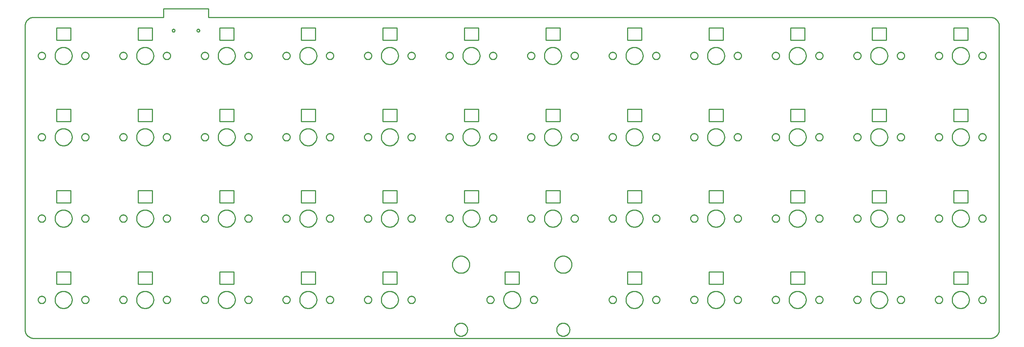
<source format=gbr>
G04 EAGLE Gerber RS-274X export*
G75*
%MOMM*%
%FSLAX34Y34*%
%LPD*%
%IN*%
%IPPOS*%
%AMOC8*
5,1,8,0,0,1.08239X$1,22.5*%
G01*
%ADD10C,0.254000*%


D10*
X100500Y120500D02*
X100576Y118757D01*
X100804Y117027D01*
X101181Y115324D01*
X101706Y113660D01*
X102374Y112048D01*
X103180Y110500D01*
X104117Y109028D01*
X105179Y107644D01*
X106358Y106358D01*
X107644Y105179D01*
X109028Y104117D01*
X110500Y103180D01*
X112048Y102374D01*
X113660Y101706D01*
X115324Y101181D01*
X117027Y100804D01*
X118757Y100576D01*
X120500Y100500D01*
X2356000Y100500D01*
X2357743Y100576D01*
X2359473Y100804D01*
X2361176Y101181D01*
X2362840Y101706D01*
X2364452Y102374D01*
X2366000Y103180D01*
X2367472Y104117D01*
X2368856Y105179D01*
X2370142Y106358D01*
X2371321Y107644D01*
X2372383Y109028D01*
X2373321Y110500D01*
X2374126Y112048D01*
X2374794Y113660D01*
X2375319Y115324D01*
X2375696Y117027D01*
X2375924Y118757D01*
X2376000Y120500D01*
X2376000Y832000D01*
X2375924Y833743D01*
X2375696Y835473D01*
X2375319Y837176D01*
X2374794Y838840D01*
X2374126Y840452D01*
X2373321Y842000D01*
X2372383Y843472D01*
X2371321Y844856D01*
X2370142Y846142D01*
X2368856Y847321D01*
X2367472Y848383D01*
X2366000Y849321D01*
X2364452Y850126D01*
X2362840Y850794D01*
X2361176Y851319D01*
X2359473Y851696D01*
X2357743Y851924D01*
X2356000Y852000D01*
X528750Y852000D01*
X528750Y872000D01*
X423750Y872000D01*
X423750Y852000D01*
X120500Y852000D01*
X118757Y851924D01*
X117027Y851696D01*
X115324Y851319D01*
X113660Y850794D01*
X112048Y850126D01*
X110500Y849321D01*
X109028Y848383D01*
X107644Y847321D01*
X106358Y846142D01*
X105179Y844856D01*
X104117Y843472D01*
X103180Y842000D01*
X102374Y840452D01*
X101706Y838840D01*
X101181Y837176D01*
X100804Y835473D01*
X100576Y833743D01*
X100500Y832000D01*
X100500Y120500D01*
X2269500Y226800D02*
X2302500Y226800D01*
X2302500Y255800D01*
X2269500Y255800D01*
X2269500Y226800D01*
X1888500Y226800D02*
X1921500Y226800D01*
X1921500Y255800D01*
X1888500Y255800D01*
X1888500Y226800D01*
X1507500Y226800D02*
X1540500Y226800D01*
X1540500Y255800D01*
X1507500Y255800D01*
X1507500Y226800D01*
X745500Y226800D02*
X778500Y226800D01*
X778500Y255800D01*
X745500Y255800D01*
X745500Y226800D01*
X364500Y226800D02*
X397500Y226800D01*
X397500Y255800D01*
X364500Y255800D01*
X364500Y226800D01*
X2269500Y417300D02*
X2302500Y417300D01*
X2302500Y446300D01*
X2269500Y446300D01*
X2269500Y417300D01*
X1888500Y417300D02*
X1921500Y417300D01*
X1921500Y446300D01*
X1888500Y446300D01*
X1888500Y417300D01*
X1507500Y417300D02*
X1540500Y417300D01*
X1540500Y446300D01*
X1507500Y446300D01*
X1507500Y417300D01*
X1126500Y417300D02*
X1159500Y417300D01*
X1159500Y446300D01*
X1126500Y446300D01*
X1126500Y417300D01*
X745500Y417300D02*
X778500Y417300D01*
X778500Y446300D01*
X745500Y446300D01*
X745500Y417300D01*
X364500Y417300D02*
X397500Y417300D01*
X397500Y446300D01*
X364500Y446300D01*
X364500Y417300D01*
X2269500Y607800D02*
X2302500Y607800D01*
X2302500Y636800D01*
X2269500Y636800D01*
X2269500Y607800D01*
X1888500Y607800D02*
X1921500Y607800D01*
X1921500Y636800D01*
X1888500Y636800D01*
X1888500Y607800D01*
X1507500Y607800D02*
X1540500Y607800D01*
X1540500Y636800D01*
X1507500Y636800D01*
X1507500Y607800D01*
X1126500Y607800D02*
X1159500Y607800D01*
X1159500Y636800D01*
X1126500Y636800D01*
X1126500Y607800D01*
X745500Y607800D02*
X778500Y607800D01*
X778500Y636800D01*
X745500Y636800D01*
X745500Y607800D01*
X364500Y607800D02*
X397500Y607800D01*
X397500Y636800D01*
X364500Y636800D01*
X364500Y607800D01*
X364500Y798300D02*
X397500Y798300D01*
X397500Y827300D01*
X364500Y827300D01*
X364500Y798300D01*
X745500Y798300D02*
X778500Y798300D01*
X778500Y827300D01*
X745500Y827300D01*
X745500Y798300D01*
X1126500Y798300D02*
X1159500Y798300D01*
X1159500Y827300D01*
X1126500Y827300D01*
X1126500Y798300D01*
X1507500Y798300D02*
X1540500Y798300D01*
X1540500Y827300D01*
X1507500Y827300D01*
X1507500Y798300D01*
X1888500Y798300D02*
X1921500Y798300D01*
X1921500Y827300D01*
X1888500Y827300D01*
X1888500Y798300D01*
X2269500Y798300D02*
X2302500Y798300D01*
X2302500Y827300D01*
X2269500Y827300D01*
X2269500Y798300D01*
X2079000Y226800D02*
X2112000Y226800D01*
X2112000Y255800D01*
X2079000Y255800D01*
X2079000Y226800D01*
X1698000Y226800D02*
X1731000Y226800D01*
X1731000Y255800D01*
X1698000Y255800D01*
X1698000Y226800D01*
X936000Y226800D02*
X969000Y226800D01*
X969000Y255800D01*
X936000Y255800D01*
X936000Y226800D01*
X555000Y226800D02*
X588000Y226800D01*
X588000Y255800D01*
X555000Y255800D01*
X555000Y226800D01*
X174000Y226800D02*
X207000Y226800D01*
X207000Y255800D01*
X174000Y255800D01*
X174000Y226800D01*
X2079000Y417300D02*
X2112000Y417300D01*
X2112000Y446300D01*
X2079000Y446300D01*
X2079000Y417300D01*
X1698000Y417300D02*
X1731000Y417300D01*
X1731000Y446300D01*
X1698000Y446300D01*
X1698000Y417300D01*
X1317000Y417300D02*
X1350000Y417300D01*
X1350000Y446300D01*
X1317000Y446300D01*
X1317000Y417300D01*
X936000Y417300D02*
X969000Y417300D01*
X969000Y446300D01*
X936000Y446300D01*
X936000Y417300D01*
X555000Y417300D02*
X588000Y417300D01*
X588000Y446300D01*
X555000Y446300D01*
X555000Y417300D01*
X174000Y417300D02*
X207000Y417300D01*
X207000Y446300D01*
X174000Y446300D01*
X174000Y417300D01*
X2079000Y607800D02*
X2112000Y607800D01*
X2112000Y636800D01*
X2079000Y636800D01*
X2079000Y607800D01*
X1698000Y607800D02*
X1731000Y607800D01*
X1731000Y636800D01*
X1698000Y636800D01*
X1698000Y607800D01*
X1317000Y607800D02*
X1350000Y607800D01*
X1350000Y636800D01*
X1317000Y636800D01*
X1317000Y607800D01*
X936000Y607800D02*
X969000Y607800D01*
X969000Y636800D01*
X936000Y636800D01*
X936000Y607800D01*
X555000Y607800D02*
X588000Y607800D01*
X588000Y636800D01*
X555000Y636800D01*
X555000Y607800D01*
X174000Y798300D02*
X207000Y798300D01*
X207000Y827300D01*
X174000Y827300D01*
X174000Y798300D01*
X555000Y798300D02*
X588000Y798300D01*
X588000Y827300D01*
X555000Y827300D01*
X555000Y798300D01*
X936000Y798300D02*
X969000Y798300D01*
X969000Y827300D01*
X936000Y827300D01*
X936000Y798300D01*
X1317000Y798300D02*
X1350000Y798300D01*
X1350000Y827300D01*
X1317000Y827300D01*
X1317000Y798300D01*
X1698000Y798300D02*
X1731000Y798300D01*
X1731000Y827300D01*
X1698000Y827300D01*
X1698000Y798300D01*
X2079000Y798300D02*
X2112000Y798300D01*
X2112000Y827300D01*
X2079000Y827300D01*
X2079000Y798300D01*
X174000Y607800D02*
X207000Y607800D01*
X207000Y636800D01*
X174000Y636800D01*
X174000Y607800D01*
X1221750Y226800D02*
X1254750Y226800D01*
X1254750Y255800D01*
X1221750Y255800D01*
X1221750Y226800D01*
X1138870Y272446D02*
X1138870Y273654D01*
X1138797Y274861D01*
X1138651Y276061D01*
X1138433Y277250D01*
X1138144Y278423D01*
X1137785Y279577D01*
X1137356Y280707D01*
X1136860Y281809D01*
X1136298Y282880D01*
X1135673Y283914D01*
X1134986Y284909D01*
X1134241Y285860D01*
X1133439Y286765D01*
X1132585Y287619D01*
X1131680Y288421D01*
X1130729Y289166D01*
X1129734Y289853D01*
X1128700Y290478D01*
X1127629Y291040D01*
X1126527Y291536D01*
X1125397Y291965D01*
X1124243Y292324D01*
X1123070Y292613D01*
X1121881Y292831D01*
X1120681Y292977D01*
X1119474Y293050D01*
X1118266Y293050D01*
X1117059Y292977D01*
X1115859Y292831D01*
X1114670Y292613D01*
X1113497Y292324D01*
X1112343Y291965D01*
X1111213Y291536D01*
X1110111Y291040D01*
X1109040Y290478D01*
X1108006Y289853D01*
X1107011Y289166D01*
X1106060Y288421D01*
X1105155Y287619D01*
X1104301Y286765D01*
X1103499Y285860D01*
X1102754Y284909D01*
X1102067Y283914D01*
X1101442Y282880D01*
X1100880Y281809D01*
X1100384Y280707D01*
X1099955Y279577D01*
X1099596Y278423D01*
X1099307Y277250D01*
X1099089Y276061D01*
X1098943Y274861D01*
X1098870Y273654D01*
X1098870Y272446D01*
X1098943Y271239D01*
X1099089Y270039D01*
X1099307Y268850D01*
X1099596Y267677D01*
X1099955Y266523D01*
X1100384Y265393D01*
X1100880Y264291D01*
X1101442Y263220D01*
X1102067Y262186D01*
X1102754Y261191D01*
X1103499Y260240D01*
X1104301Y259335D01*
X1105155Y258481D01*
X1106060Y257679D01*
X1107011Y256934D01*
X1108006Y256247D01*
X1109040Y255622D01*
X1110111Y255060D01*
X1111213Y254564D01*
X1112343Y254135D01*
X1113497Y253776D01*
X1114670Y253487D01*
X1115859Y253269D01*
X1117059Y253123D01*
X1118266Y253050D01*
X1119474Y253050D01*
X1120681Y253123D01*
X1121881Y253269D01*
X1123070Y253487D01*
X1124243Y253776D01*
X1125397Y254135D01*
X1126527Y254564D01*
X1127629Y255060D01*
X1128700Y255622D01*
X1129734Y256247D01*
X1130729Y256934D01*
X1131680Y257679D01*
X1132585Y258481D01*
X1133439Y259335D01*
X1134241Y260240D01*
X1134986Y261191D01*
X1135673Y262186D01*
X1136298Y263220D01*
X1136860Y264291D01*
X1137356Y265393D01*
X1137785Y266523D01*
X1138144Y267677D01*
X1138433Y268850D01*
X1138651Y270039D01*
X1138797Y271239D01*
X1138870Y272446D01*
X1134110Y120106D02*
X1134110Y121194D01*
X1134032Y122280D01*
X1133877Y123358D01*
X1133646Y124421D01*
X1133339Y125466D01*
X1132959Y126486D01*
X1132507Y127476D01*
X1131985Y128431D01*
X1131396Y129347D01*
X1130744Y130219D01*
X1130031Y131041D01*
X1129261Y131811D01*
X1128439Y132524D01*
X1127567Y133176D01*
X1126651Y133765D01*
X1125696Y134287D01*
X1124706Y134739D01*
X1123686Y135119D01*
X1122641Y135426D01*
X1121578Y135657D01*
X1120500Y135812D01*
X1119414Y135890D01*
X1118326Y135890D01*
X1117240Y135812D01*
X1116162Y135657D01*
X1115099Y135426D01*
X1114054Y135119D01*
X1113034Y134739D01*
X1112044Y134287D01*
X1111089Y133765D01*
X1110173Y133176D01*
X1109301Y132524D01*
X1108479Y131811D01*
X1107709Y131041D01*
X1106996Y130219D01*
X1106344Y129347D01*
X1105755Y128431D01*
X1105233Y127476D01*
X1104781Y126486D01*
X1104401Y125466D01*
X1104094Y124421D01*
X1103863Y123358D01*
X1103708Y122280D01*
X1103630Y121194D01*
X1103630Y120106D01*
X1103708Y119020D01*
X1103863Y117942D01*
X1104094Y116879D01*
X1104401Y115834D01*
X1104781Y114814D01*
X1105233Y113824D01*
X1105755Y112869D01*
X1106344Y111953D01*
X1106996Y111081D01*
X1107709Y110259D01*
X1108479Y109489D01*
X1109301Y108776D01*
X1110173Y108124D01*
X1111089Y107535D01*
X1112044Y107013D01*
X1113034Y106561D01*
X1114054Y106181D01*
X1115099Y105874D01*
X1116162Y105643D01*
X1117240Y105488D01*
X1118326Y105410D01*
X1119414Y105410D01*
X1120500Y105488D01*
X1121578Y105643D01*
X1122641Y105874D01*
X1123686Y106181D01*
X1124706Y106561D01*
X1125696Y107013D01*
X1126651Y107535D01*
X1127567Y108124D01*
X1128439Y108776D01*
X1129261Y109489D01*
X1130031Y110259D01*
X1130744Y111081D01*
X1131396Y111953D01*
X1131985Y112869D01*
X1132507Y113824D01*
X1132959Y114814D01*
X1133339Y115834D01*
X1133646Y116879D01*
X1133877Y117942D01*
X1134032Y119020D01*
X1134110Y120106D01*
X1372870Y120106D02*
X1372870Y121194D01*
X1372792Y122280D01*
X1372637Y123358D01*
X1372406Y124421D01*
X1372099Y125466D01*
X1371719Y126486D01*
X1371267Y127476D01*
X1370745Y128431D01*
X1370156Y129347D01*
X1369504Y130219D01*
X1368791Y131041D01*
X1368021Y131811D01*
X1367199Y132524D01*
X1366327Y133176D01*
X1365411Y133765D01*
X1364456Y134287D01*
X1363466Y134739D01*
X1362446Y135119D01*
X1361401Y135426D01*
X1360338Y135657D01*
X1359260Y135812D01*
X1358174Y135890D01*
X1357086Y135890D01*
X1356000Y135812D01*
X1354922Y135657D01*
X1353859Y135426D01*
X1352814Y135119D01*
X1351794Y134739D01*
X1350804Y134287D01*
X1349849Y133765D01*
X1348933Y133176D01*
X1348061Y132524D01*
X1347239Y131811D01*
X1346469Y131041D01*
X1345756Y130219D01*
X1345104Y129347D01*
X1344515Y128431D01*
X1343993Y127476D01*
X1343541Y126486D01*
X1343161Y125466D01*
X1342854Y124421D01*
X1342623Y123358D01*
X1342468Y122280D01*
X1342390Y121194D01*
X1342390Y120106D01*
X1342468Y119020D01*
X1342623Y117942D01*
X1342854Y116879D01*
X1343161Y115834D01*
X1343541Y114814D01*
X1343993Y113824D01*
X1344515Y112869D01*
X1345104Y111953D01*
X1345756Y111081D01*
X1346469Y110259D01*
X1347239Y109489D01*
X1348061Y108776D01*
X1348933Y108124D01*
X1349849Y107535D01*
X1350804Y107013D01*
X1351794Y106561D01*
X1352814Y106181D01*
X1353859Y105874D01*
X1354922Y105643D01*
X1356000Y105488D01*
X1357086Y105410D01*
X1358174Y105410D01*
X1359260Y105488D01*
X1360338Y105643D01*
X1361401Y105874D01*
X1362446Y106181D01*
X1363466Y106561D01*
X1364456Y107013D01*
X1365411Y107535D01*
X1366327Y108124D01*
X1367199Y108776D01*
X1368021Y109489D01*
X1368791Y110259D01*
X1369504Y111081D01*
X1370156Y111953D01*
X1370745Y112869D01*
X1371267Y113824D01*
X1371719Y114814D01*
X1372099Y115834D01*
X1372406Y116879D01*
X1372637Y117942D01*
X1372792Y119020D01*
X1372870Y120106D01*
X1377630Y272446D02*
X1377630Y273654D01*
X1377557Y274861D01*
X1377411Y276061D01*
X1377193Y277250D01*
X1376904Y278423D01*
X1376545Y279577D01*
X1376116Y280707D01*
X1375620Y281809D01*
X1375058Y282880D01*
X1374433Y283914D01*
X1373746Y284909D01*
X1373001Y285860D01*
X1372199Y286765D01*
X1371345Y287619D01*
X1370440Y288421D01*
X1369489Y289166D01*
X1368494Y289853D01*
X1367460Y290478D01*
X1366389Y291040D01*
X1365287Y291536D01*
X1364157Y291965D01*
X1363003Y292324D01*
X1361830Y292613D01*
X1360641Y292831D01*
X1359441Y292977D01*
X1358234Y293050D01*
X1357026Y293050D01*
X1355819Y292977D01*
X1354619Y292831D01*
X1353430Y292613D01*
X1352257Y292324D01*
X1351103Y291965D01*
X1349973Y291536D01*
X1348871Y291040D01*
X1347800Y290478D01*
X1346766Y289853D01*
X1345771Y289166D01*
X1344820Y288421D01*
X1343915Y287619D01*
X1343061Y286765D01*
X1342259Y285860D01*
X1341514Y284909D01*
X1340827Y283914D01*
X1340202Y282880D01*
X1339640Y281809D01*
X1339144Y280707D01*
X1338715Y279577D01*
X1338356Y278423D01*
X1338067Y277250D01*
X1337849Y276061D01*
X1337703Y274861D01*
X1337630Y273654D01*
X1337630Y272446D01*
X1337703Y271239D01*
X1337849Y270039D01*
X1338067Y268850D01*
X1338356Y267677D01*
X1338715Y266523D01*
X1339144Y265393D01*
X1339640Y264291D01*
X1340202Y263220D01*
X1340827Y262186D01*
X1341514Y261191D01*
X1342259Y260240D01*
X1343061Y259335D01*
X1343915Y258481D01*
X1344820Y257679D01*
X1345771Y256934D01*
X1346766Y256247D01*
X1347800Y255622D01*
X1348871Y255060D01*
X1349973Y254564D01*
X1351103Y254135D01*
X1352257Y253776D01*
X1353430Y253487D01*
X1354619Y253269D01*
X1355819Y253123D01*
X1357026Y253050D01*
X1358234Y253050D01*
X1359441Y253123D01*
X1360641Y253269D01*
X1361830Y253487D01*
X1363003Y253776D01*
X1364157Y254135D01*
X1365287Y254564D01*
X1366389Y255060D01*
X1367460Y255622D01*
X1368494Y256247D01*
X1369489Y256934D01*
X1370440Y257679D01*
X1371345Y258481D01*
X1372199Y259335D01*
X1373001Y260240D01*
X1373746Y261191D01*
X1374433Y262186D01*
X1375058Y263220D01*
X1375620Y264291D01*
X1376116Y265393D01*
X1376545Y266523D01*
X1376904Y267677D01*
X1377193Y268850D01*
X1377411Y270039D01*
X1377557Y271239D01*
X1377630Y272446D01*
X170561Y762603D02*
X170634Y763805D01*
X170779Y765001D01*
X170996Y766187D01*
X171285Y767357D01*
X171643Y768507D01*
X172070Y769634D01*
X172565Y770733D01*
X173125Y771800D01*
X173748Y772831D01*
X174433Y773823D01*
X175176Y774771D01*
X175975Y775673D01*
X176827Y776525D01*
X177729Y777324D01*
X178678Y778067D01*
X179669Y778752D01*
X180700Y779375D01*
X181767Y779935D01*
X182866Y780430D01*
X183993Y780857D01*
X185143Y781215D01*
X186313Y781504D01*
X187499Y781721D01*
X188695Y781866D01*
X189898Y781939D01*
X191103Y781939D01*
X192305Y781866D01*
X193501Y781721D01*
X194687Y781504D01*
X195857Y781215D01*
X197007Y780857D01*
X198134Y780430D01*
X199233Y779935D01*
X200300Y779375D01*
X201331Y778752D01*
X202323Y778067D01*
X203271Y777324D01*
X204173Y776525D01*
X205025Y775673D01*
X205824Y774771D01*
X206567Y773823D01*
X207252Y772831D01*
X207875Y771800D01*
X208435Y770733D01*
X208930Y769634D01*
X209357Y768507D01*
X209715Y767357D01*
X210004Y766187D01*
X210221Y765001D01*
X210366Y763805D01*
X210439Y762603D01*
X210439Y761398D01*
X210366Y760195D01*
X210221Y758999D01*
X210004Y757813D01*
X209715Y756643D01*
X209357Y755493D01*
X208930Y754366D01*
X208435Y753267D01*
X207875Y752200D01*
X207252Y751169D01*
X206567Y750178D01*
X205824Y749229D01*
X205025Y748327D01*
X204173Y747475D01*
X203271Y746676D01*
X202323Y745933D01*
X201331Y745248D01*
X200300Y744625D01*
X199233Y744065D01*
X198134Y743570D01*
X197007Y743143D01*
X195857Y742785D01*
X194687Y742496D01*
X193501Y742279D01*
X192305Y742134D01*
X191103Y742061D01*
X189898Y742061D01*
X188695Y742134D01*
X187499Y742279D01*
X186313Y742496D01*
X185143Y742785D01*
X183993Y743143D01*
X182866Y743570D01*
X181767Y744065D01*
X180700Y744625D01*
X179669Y745248D01*
X178678Y745933D01*
X177729Y746676D01*
X176827Y747475D01*
X175975Y748327D01*
X175176Y749229D01*
X174433Y750178D01*
X173748Y751169D01*
X173125Y752200D01*
X172565Y753267D01*
X172070Y754366D01*
X171643Y755493D01*
X171285Y756643D01*
X170996Y757813D01*
X170779Y758999D01*
X170634Y760195D01*
X170561Y761398D01*
X170561Y762603D01*
X232791Y762372D02*
X232856Y763112D01*
X232985Y763843D01*
X233177Y764561D01*
X233431Y765259D01*
X233745Y765933D01*
X234117Y766576D01*
X234543Y767185D01*
X235021Y767754D01*
X235546Y768279D01*
X236115Y768757D01*
X236724Y769183D01*
X237367Y769555D01*
X238041Y769869D01*
X238739Y770123D01*
X239457Y770315D01*
X240188Y770444D01*
X240929Y770509D01*
X241672Y770509D01*
X242412Y770444D01*
X243143Y770315D01*
X243861Y770123D01*
X244559Y769869D01*
X245233Y769555D01*
X245876Y769183D01*
X246485Y768757D01*
X247054Y768279D01*
X247579Y767754D01*
X248057Y767185D01*
X248483Y766576D01*
X248855Y765933D01*
X249169Y765259D01*
X249423Y764561D01*
X249615Y763843D01*
X249744Y763112D01*
X249809Y762372D01*
X249809Y761629D01*
X249744Y760888D01*
X249615Y760157D01*
X249423Y759439D01*
X249169Y758741D01*
X248855Y758067D01*
X248483Y757424D01*
X248057Y756815D01*
X247579Y756246D01*
X247054Y755721D01*
X246485Y755243D01*
X245876Y754817D01*
X245233Y754445D01*
X244559Y754131D01*
X243861Y753877D01*
X243143Y753685D01*
X242412Y753556D01*
X241672Y753491D01*
X240929Y753491D01*
X240188Y753556D01*
X239457Y753685D01*
X238739Y753877D01*
X238041Y754131D01*
X237367Y754445D01*
X236724Y754817D01*
X236115Y755243D01*
X235546Y755721D01*
X235021Y756246D01*
X234543Y756815D01*
X234117Y757424D01*
X233745Y758067D01*
X233431Y758741D01*
X233177Y759439D01*
X232985Y760157D01*
X232856Y760888D01*
X232791Y761629D01*
X232791Y762372D01*
X131191Y762372D02*
X131256Y763112D01*
X131385Y763843D01*
X131577Y764561D01*
X131831Y765259D01*
X132145Y765933D01*
X132517Y766576D01*
X132943Y767185D01*
X133421Y767754D01*
X133946Y768279D01*
X134515Y768757D01*
X135124Y769183D01*
X135767Y769555D01*
X136441Y769869D01*
X137139Y770123D01*
X137857Y770315D01*
X138588Y770444D01*
X139329Y770509D01*
X140072Y770509D01*
X140812Y770444D01*
X141543Y770315D01*
X142261Y770123D01*
X142959Y769869D01*
X143633Y769555D01*
X144276Y769183D01*
X144885Y768757D01*
X145454Y768279D01*
X145979Y767754D01*
X146457Y767185D01*
X146883Y766576D01*
X147255Y765933D01*
X147569Y765259D01*
X147823Y764561D01*
X148015Y763843D01*
X148144Y763112D01*
X148209Y762372D01*
X148209Y761629D01*
X148144Y760888D01*
X148015Y760157D01*
X147823Y759439D01*
X147569Y758741D01*
X147255Y758067D01*
X146883Y757424D01*
X146457Y756815D01*
X145979Y756246D01*
X145454Y755721D01*
X144885Y755243D01*
X144276Y754817D01*
X143633Y754445D01*
X142959Y754131D01*
X142261Y753877D01*
X141543Y753685D01*
X140812Y753556D01*
X140072Y753491D01*
X139329Y753491D01*
X138588Y753556D01*
X137857Y753685D01*
X137139Y753877D01*
X136441Y754131D01*
X135767Y754445D01*
X135124Y754817D01*
X134515Y755243D01*
X133946Y755721D01*
X133421Y756246D01*
X132943Y756815D01*
X132517Y757424D01*
X132145Y758067D01*
X131831Y758741D01*
X131577Y759439D01*
X131385Y760157D01*
X131256Y760888D01*
X131191Y761629D01*
X131191Y762372D01*
X361061Y762603D02*
X361134Y763805D01*
X361279Y765001D01*
X361496Y766187D01*
X361785Y767357D01*
X362143Y768507D01*
X362570Y769634D01*
X363065Y770733D01*
X363625Y771800D01*
X364248Y772831D01*
X364933Y773823D01*
X365676Y774771D01*
X366475Y775673D01*
X367327Y776525D01*
X368229Y777324D01*
X369178Y778067D01*
X370169Y778752D01*
X371200Y779375D01*
X372267Y779935D01*
X373366Y780430D01*
X374493Y780857D01*
X375643Y781215D01*
X376813Y781504D01*
X377999Y781721D01*
X379195Y781866D01*
X380398Y781939D01*
X381603Y781939D01*
X382805Y781866D01*
X384001Y781721D01*
X385187Y781504D01*
X386357Y781215D01*
X387507Y780857D01*
X388634Y780430D01*
X389733Y779935D01*
X390800Y779375D01*
X391831Y778752D01*
X392823Y778067D01*
X393771Y777324D01*
X394673Y776525D01*
X395525Y775673D01*
X396324Y774771D01*
X397067Y773823D01*
X397752Y772831D01*
X398375Y771800D01*
X398935Y770733D01*
X399430Y769634D01*
X399857Y768507D01*
X400215Y767357D01*
X400504Y766187D01*
X400721Y765001D01*
X400866Y763805D01*
X400939Y762603D01*
X400939Y761398D01*
X400866Y760195D01*
X400721Y758999D01*
X400504Y757813D01*
X400215Y756643D01*
X399857Y755493D01*
X399430Y754366D01*
X398935Y753267D01*
X398375Y752200D01*
X397752Y751169D01*
X397067Y750178D01*
X396324Y749229D01*
X395525Y748327D01*
X394673Y747475D01*
X393771Y746676D01*
X392823Y745933D01*
X391831Y745248D01*
X390800Y744625D01*
X389733Y744065D01*
X388634Y743570D01*
X387507Y743143D01*
X386357Y742785D01*
X385187Y742496D01*
X384001Y742279D01*
X382805Y742134D01*
X381603Y742061D01*
X380398Y742061D01*
X379195Y742134D01*
X377999Y742279D01*
X376813Y742496D01*
X375643Y742785D01*
X374493Y743143D01*
X373366Y743570D01*
X372267Y744065D01*
X371200Y744625D01*
X370169Y745248D01*
X369178Y745933D01*
X368229Y746676D01*
X367327Y747475D01*
X366475Y748327D01*
X365676Y749229D01*
X364933Y750178D01*
X364248Y751169D01*
X363625Y752200D01*
X363065Y753267D01*
X362570Y754366D01*
X362143Y755493D01*
X361785Y756643D01*
X361496Y757813D01*
X361279Y758999D01*
X361134Y760195D01*
X361061Y761398D01*
X361061Y762603D01*
X423291Y762372D02*
X423356Y763112D01*
X423485Y763843D01*
X423677Y764561D01*
X423931Y765259D01*
X424245Y765933D01*
X424617Y766576D01*
X425043Y767185D01*
X425521Y767754D01*
X426046Y768279D01*
X426615Y768757D01*
X427224Y769183D01*
X427867Y769555D01*
X428541Y769869D01*
X429239Y770123D01*
X429957Y770315D01*
X430688Y770444D01*
X431429Y770509D01*
X432172Y770509D01*
X432912Y770444D01*
X433643Y770315D01*
X434361Y770123D01*
X435059Y769869D01*
X435733Y769555D01*
X436376Y769183D01*
X436985Y768757D01*
X437554Y768279D01*
X438079Y767754D01*
X438557Y767185D01*
X438983Y766576D01*
X439355Y765933D01*
X439669Y765259D01*
X439923Y764561D01*
X440115Y763843D01*
X440244Y763112D01*
X440309Y762372D01*
X440309Y761629D01*
X440244Y760888D01*
X440115Y760157D01*
X439923Y759439D01*
X439669Y758741D01*
X439355Y758067D01*
X438983Y757424D01*
X438557Y756815D01*
X438079Y756246D01*
X437554Y755721D01*
X436985Y755243D01*
X436376Y754817D01*
X435733Y754445D01*
X435059Y754131D01*
X434361Y753877D01*
X433643Y753685D01*
X432912Y753556D01*
X432172Y753491D01*
X431429Y753491D01*
X430688Y753556D01*
X429957Y753685D01*
X429239Y753877D01*
X428541Y754131D01*
X427867Y754445D01*
X427224Y754817D01*
X426615Y755243D01*
X426046Y755721D01*
X425521Y756246D01*
X425043Y756815D01*
X424617Y757424D01*
X424245Y758067D01*
X423931Y758741D01*
X423677Y759439D01*
X423485Y760157D01*
X423356Y760888D01*
X423291Y761629D01*
X423291Y762372D01*
X321691Y762372D02*
X321756Y763112D01*
X321885Y763843D01*
X322077Y764561D01*
X322331Y765259D01*
X322645Y765933D01*
X323017Y766576D01*
X323443Y767185D01*
X323921Y767754D01*
X324446Y768279D01*
X325015Y768757D01*
X325624Y769183D01*
X326267Y769555D01*
X326941Y769869D01*
X327639Y770123D01*
X328357Y770315D01*
X329088Y770444D01*
X329829Y770509D01*
X330572Y770509D01*
X331312Y770444D01*
X332043Y770315D01*
X332761Y770123D01*
X333459Y769869D01*
X334133Y769555D01*
X334776Y769183D01*
X335385Y768757D01*
X335954Y768279D01*
X336479Y767754D01*
X336957Y767185D01*
X337383Y766576D01*
X337755Y765933D01*
X338069Y765259D01*
X338323Y764561D01*
X338515Y763843D01*
X338644Y763112D01*
X338709Y762372D01*
X338709Y761629D01*
X338644Y760888D01*
X338515Y760157D01*
X338323Y759439D01*
X338069Y758741D01*
X337755Y758067D01*
X337383Y757424D01*
X336957Y756815D01*
X336479Y756246D01*
X335954Y755721D01*
X335385Y755243D01*
X334776Y754817D01*
X334133Y754445D01*
X333459Y754131D01*
X332761Y753877D01*
X332043Y753685D01*
X331312Y753556D01*
X330572Y753491D01*
X329829Y753491D01*
X329088Y753556D01*
X328357Y753685D01*
X327639Y753877D01*
X326941Y754131D01*
X326267Y754445D01*
X325624Y754817D01*
X325015Y755243D01*
X324446Y755721D01*
X323921Y756246D01*
X323443Y756815D01*
X323017Y757424D01*
X322645Y758067D01*
X322331Y758741D01*
X322077Y759439D01*
X321885Y760157D01*
X321756Y760888D01*
X321691Y761629D01*
X321691Y762372D01*
X551561Y762603D02*
X551634Y763805D01*
X551779Y765001D01*
X551996Y766187D01*
X552285Y767357D01*
X552643Y768507D01*
X553070Y769634D01*
X553565Y770733D01*
X554125Y771800D01*
X554748Y772831D01*
X555433Y773823D01*
X556176Y774771D01*
X556975Y775673D01*
X557827Y776525D01*
X558729Y777324D01*
X559678Y778067D01*
X560669Y778752D01*
X561700Y779375D01*
X562767Y779935D01*
X563866Y780430D01*
X564993Y780857D01*
X566143Y781215D01*
X567313Y781504D01*
X568499Y781721D01*
X569695Y781866D01*
X570898Y781939D01*
X572103Y781939D01*
X573305Y781866D01*
X574501Y781721D01*
X575687Y781504D01*
X576857Y781215D01*
X578007Y780857D01*
X579134Y780430D01*
X580233Y779935D01*
X581300Y779375D01*
X582331Y778752D01*
X583323Y778067D01*
X584271Y777324D01*
X585173Y776525D01*
X586025Y775673D01*
X586824Y774771D01*
X587567Y773823D01*
X588252Y772831D01*
X588875Y771800D01*
X589435Y770733D01*
X589930Y769634D01*
X590357Y768507D01*
X590715Y767357D01*
X591004Y766187D01*
X591221Y765001D01*
X591366Y763805D01*
X591439Y762603D01*
X591439Y761398D01*
X591366Y760195D01*
X591221Y758999D01*
X591004Y757813D01*
X590715Y756643D01*
X590357Y755493D01*
X589930Y754366D01*
X589435Y753267D01*
X588875Y752200D01*
X588252Y751169D01*
X587567Y750178D01*
X586824Y749229D01*
X586025Y748327D01*
X585173Y747475D01*
X584271Y746676D01*
X583323Y745933D01*
X582331Y745248D01*
X581300Y744625D01*
X580233Y744065D01*
X579134Y743570D01*
X578007Y743143D01*
X576857Y742785D01*
X575687Y742496D01*
X574501Y742279D01*
X573305Y742134D01*
X572103Y742061D01*
X570898Y742061D01*
X569695Y742134D01*
X568499Y742279D01*
X567313Y742496D01*
X566143Y742785D01*
X564993Y743143D01*
X563866Y743570D01*
X562767Y744065D01*
X561700Y744625D01*
X560669Y745248D01*
X559678Y745933D01*
X558729Y746676D01*
X557827Y747475D01*
X556975Y748327D01*
X556176Y749229D01*
X555433Y750178D01*
X554748Y751169D01*
X554125Y752200D01*
X553565Y753267D01*
X553070Y754366D01*
X552643Y755493D01*
X552285Y756643D01*
X551996Y757813D01*
X551779Y758999D01*
X551634Y760195D01*
X551561Y761398D01*
X551561Y762603D01*
X613791Y762372D02*
X613856Y763112D01*
X613985Y763843D01*
X614177Y764561D01*
X614431Y765259D01*
X614745Y765933D01*
X615117Y766576D01*
X615543Y767185D01*
X616021Y767754D01*
X616546Y768279D01*
X617115Y768757D01*
X617724Y769183D01*
X618367Y769555D01*
X619041Y769869D01*
X619739Y770123D01*
X620457Y770315D01*
X621188Y770444D01*
X621929Y770509D01*
X622672Y770509D01*
X623412Y770444D01*
X624143Y770315D01*
X624861Y770123D01*
X625559Y769869D01*
X626233Y769555D01*
X626876Y769183D01*
X627485Y768757D01*
X628054Y768279D01*
X628579Y767754D01*
X629057Y767185D01*
X629483Y766576D01*
X629855Y765933D01*
X630169Y765259D01*
X630423Y764561D01*
X630615Y763843D01*
X630744Y763112D01*
X630809Y762372D01*
X630809Y761629D01*
X630744Y760888D01*
X630615Y760157D01*
X630423Y759439D01*
X630169Y758741D01*
X629855Y758067D01*
X629483Y757424D01*
X629057Y756815D01*
X628579Y756246D01*
X628054Y755721D01*
X627485Y755243D01*
X626876Y754817D01*
X626233Y754445D01*
X625559Y754131D01*
X624861Y753877D01*
X624143Y753685D01*
X623412Y753556D01*
X622672Y753491D01*
X621929Y753491D01*
X621188Y753556D01*
X620457Y753685D01*
X619739Y753877D01*
X619041Y754131D01*
X618367Y754445D01*
X617724Y754817D01*
X617115Y755243D01*
X616546Y755721D01*
X616021Y756246D01*
X615543Y756815D01*
X615117Y757424D01*
X614745Y758067D01*
X614431Y758741D01*
X614177Y759439D01*
X613985Y760157D01*
X613856Y760888D01*
X613791Y761629D01*
X613791Y762372D01*
X512191Y762372D02*
X512256Y763112D01*
X512385Y763843D01*
X512577Y764561D01*
X512831Y765259D01*
X513145Y765933D01*
X513517Y766576D01*
X513943Y767185D01*
X514421Y767754D01*
X514946Y768279D01*
X515515Y768757D01*
X516124Y769183D01*
X516767Y769555D01*
X517441Y769869D01*
X518139Y770123D01*
X518857Y770315D01*
X519588Y770444D01*
X520329Y770509D01*
X521072Y770509D01*
X521812Y770444D01*
X522543Y770315D01*
X523261Y770123D01*
X523959Y769869D01*
X524633Y769555D01*
X525276Y769183D01*
X525885Y768757D01*
X526454Y768279D01*
X526979Y767754D01*
X527457Y767185D01*
X527883Y766576D01*
X528255Y765933D01*
X528569Y765259D01*
X528823Y764561D01*
X529015Y763843D01*
X529144Y763112D01*
X529209Y762372D01*
X529209Y761629D01*
X529144Y760888D01*
X529015Y760157D01*
X528823Y759439D01*
X528569Y758741D01*
X528255Y758067D01*
X527883Y757424D01*
X527457Y756815D01*
X526979Y756246D01*
X526454Y755721D01*
X525885Y755243D01*
X525276Y754817D01*
X524633Y754445D01*
X523959Y754131D01*
X523261Y753877D01*
X522543Y753685D01*
X521812Y753556D01*
X521072Y753491D01*
X520329Y753491D01*
X519588Y753556D01*
X518857Y753685D01*
X518139Y753877D01*
X517441Y754131D01*
X516767Y754445D01*
X516124Y754817D01*
X515515Y755243D01*
X514946Y755721D01*
X514421Y756246D01*
X513943Y756815D01*
X513517Y757424D01*
X513145Y758067D01*
X512831Y758741D01*
X512577Y759439D01*
X512385Y760157D01*
X512256Y760888D01*
X512191Y761629D01*
X512191Y762372D01*
X742061Y762603D02*
X742134Y763805D01*
X742279Y765001D01*
X742496Y766187D01*
X742785Y767357D01*
X743143Y768507D01*
X743570Y769634D01*
X744065Y770733D01*
X744625Y771800D01*
X745248Y772831D01*
X745933Y773823D01*
X746676Y774771D01*
X747475Y775673D01*
X748327Y776525D01*
X749229Y777324D01*
X750178Y778067D01*
X751169Y778752D01*
X752200Y779375D01*
X753267Y779935D01*
X754366Y780430D01*
X755493Y780857D01*
X756643Y781215D01*
X757813Y781504D01*
X758999Y781721D01*
X760195Y781866D01*
X761398Y781939D01*
X762603Y781939D01*
X763805Y781866D01*
X765001Y781721D01*
X766187Y781504D01*
X767357Y781215D01*
X768507Y780857D01*
X769634Y780430D01*
X770733Y779935D01*
X771800Y779375D01*
X772831Y778752D01*
X773823Y778067D01*
X774771Y777324D01*
X775673Y776525D01*
X776525Y775673D01*
X777324Y774771D01*
X778067Y773823D01*
X778752Y772831D01*
X779375Y771800D01*
X779935Y770733D01*
X780430Y769634D01*
X780857Y768507D01*
X781215Y767357D01*
X781504Y766187D01*
X781721Y765001D01*
X781866Y763805D01*
X781939Y762603D01*
X781939Y761398D01*
X781866Y760195D01*
X781721Y758999D01*
X781504Y757813D01*
X781215Y756643D01*
X780857Y755493D01*
X780430Y754366D01*
X779935Y753267D01*
X779375Y752200D01*
X778752Y751169D01*
X778067Y750178D01*
X777324Y749229D01*
X776525Y748327D01*
X775673Y747475D01*
X774771Y746676D01*
X773823Y745933D01*
X772831Y745248D01*
X771800Y744625D01*
X770733Y744065D01*
X769634Y743570D01*
X768507Y743143D01*
X767357Y742785D01*
X766187Y742496D01*
X765001Y742279D01*
X763805Y742134D01*
X762603Y742061D01*
X761398Y742061D01*
X760195Y742134D01*
X758999Y742279D01*
X757813Y742496D01*
X756643Y742785D01*
X755493Y743143D01*
X754366Y743570D01*
X753267Y744065D01*
X752200Y744625D01*
X751169Y745248D01*
X750178Y745933D01*
X749229Y746676D01*
X748327Y747475D01*
X747475Y748327D01*
X746676Y749229D01*
X745933Y750178D01*
X745248Y751169D01*
X744625Y752200D01*
X744065Y753267D01*
X743570Y754366D01*
X743143Y755493D01*
X742785Y756643D01*
X742496Y757813D01*
X742279Y758999D01*
X742134Y760195D01*
X742061Y761398D01*
X742061Y762603D01*
X804291Y762372D02*
X804356Y763112D01*
X804485Y763843D01*
X804677Y764561D01*
X804931Y765259D01*
X805245Y765933D01*
X805617Y766576D01*
X806043Y767185D01*
X806521Y767754D01*
X807046Y768279D01*
X807615Y768757D01*
X808224Y769183D01*
X808867Y769555D01*
X809541Y769869D01*
X810239Y770123D01*
X810957Y770315D01*
X811688Y770444D01*
X812429Y770509D01*
X813172Y770509D01*
X813912Y770444D01*
X814643Y770315D01*
X815361Y770123D01*
X816059Y769869D01*
X816733Y769555D01*
X817376Y769183D01*
X817985Y768757D01*
X818554Y768279D01*
X819079Y767754D01*
X819557Y767185D01*
X819983Y766576D01*
X820355Y765933D01*
X820669Y765259D01*
X820923Y764561D01*
X821115Y763843D01*
X821244Y763112D01*
X821309Y762372D01*
X821309Y761629D01*
X821244Y760888D01*
X821115Y760157D01*
X820923Y759439D01*
X820669Y758741D01*
X820355Y758067D01*
X819983Y757424D01*
X819557Y756815D01*
X819079Y756246D01*
X818554Y755721D01*
X817985Y755243D01*
X817376Y754817D01*
X816733Y754445D01*
X816059Y754131D01*
X815361Y753877D01*
X814643Y753685D01*
X813912Y753556D01*
X813172Y753491D01*
X812429Y753491D01*
X811688Y753556D01*
X810957Y753685D01*
X810239Y753877D01*
X809541Y754131D01*
X808867Y754445D01*
X808224Y754817D01*
X807615Y755243D01*
X807046Y755721D01*
X806521Y756246D01*
X806043Y756815D01*
X805617Y757424D01*
X805245Y758067D01*
X804931Y758741D01*
X804677Y759439D01*
X804485Y760157D01*
X804356Y760888D01*
X804291Y761629D01*
X804291Y762372D01*
X702691Y762372D02*
X702756Y763112D01*
X702885Y763843D01*
X703077Y764561D01*
X703331Y765259D01*
X703645Y765933D01*
X704017Y766576D01*
X704443Y767185D01*
X704921Y767754D01*
X705446Y768279D01*
X706015Y768757D01*
X706624Y769183D01*
X707267Y769555D01*
X707941Y769869D01*
X708639Y770123D01*
X709357Y770315D01*
X710088Y770444D01*
X710829Y770509D01*
X711572Y770509D01*
X712312Y770444D01*
X713043Y770315D01*
X713761Y770123D01*
X714459Y769869D01*
X715133Y769555D01*
X715776Y769183D01*
X716385Y768757D01*
X716954Y768279D01*
X717479Y767754D01*
X717957Y767185D01*
X718383Y766576D01*
X718755Y765933D01*
X719069Y765259D01*
X719323Y764561D01*
X719515Y763843D01*
X719644Y763112D01*
X719709Y762372D01*
X719709Y761629D01*
X719644Y760888D01*
X719515Y760157D01*
X719323Y759439D01*
X719069Y758741D01*
X718755Y758067D01*
X718383Y757424D01*
X717957Y756815D01*
X717479Y756246D01*
X716954Y755721D01*
X716385Y755243D01*
X715776Y754817D01*
X715133Y754445D01*
X714459Y754131D01*
X713761Y753877D01*
X713043Y753685D01*
X712312Y753556D01*
X711572Y753491D01*
X710829Y753491D01*
X710088Y753556D01*
X709357Y753685D01*
X708639Y753877D01*
X707941Y754131D01*
X707267Y754445D01*
X706624Y754817D01*
X706015Y755243D01*
X705446Y755721D01*
X704921Y756246D01*
X704443Y756815D01*
X704017Y757424D01*
X703645Y758067D01*
X703331Y758741D01*
X703077Y759439D01*
X702885Y760157D01*
X702756Y760888D01*
X702691Y761629D01*
X702691Y762372D01*
X932561Y762603D02*
X932634Y763805D01*
X932779Y765001D01*
X932996Y766187D01*
X933285Y767357D01*
X933643Y768507D01*
X934070Y769634D01*
X934565Y770733D01*
X935125Y771800D01*
X935748Y772831D01*
X936433Y773823D01*
X937176Y774771D01*
X937975Y775673D01*
X938827Y776525D01*
X939729Y777324D01*
X940678Y778067D01*
X941669Y778752D01*
X942700Y779375D01*
X943767Y779935D01*
X944866Y780430D01*
X945993Y780857D01*
X947143Y781215D01*
X948313Y781504D01*
X949499Y781721D01*
X950695Y781866D01*
X951898Y781939D01*
X953103Y781939D01*
X954305Y781866D01*
X955501Y781721D01*
X956687Y781504D01*
X957857Y781215D01*
X959007Y780857D01*
X960134Y780430D01*
X961233Y779935D01*
X962300Y779375D01*
X963331Y778752D01*
X964323Y778067D01*
X965271Y777324D01*
X966173Y776525D01*
X967025Y775673D01*
X967824Y774771D01*
X968567Y773823D01*
X969252Y772831D01*
X969875Y771800D01*
X970435Y770733D01*
X970930Y769634D01*
X971357Y768507D01*
X971715Y767357D01*
X972004Y766187D01*
X972221Y765001D01*
X972366Y763805D01*
X972439Y762603D01*
X972439Y761398D01*
X972366Y760195D01*
X972221Y758999D01*
X972004Y757813D01*
X971715Y756643D01*
X971357Y755493D01*
X970930Y754366D01*
X970435Y753267D01*
X969875Y752200D01*
X969252Y751169D01*
X968567Y750178D01*
X967824Y749229D01*
X967025Y748327D01*
X966173Y747475D01*
X965271Y746676D01*
X964323Y745933D01*
X963331Y745248D01*
X962300Y744625D01*
X961233Y744065D01*
X960134Y743570D01*
X959007Y743143D01*
X957857Y742785D01*
X956687Y742496D01*
X955501Y742279D01*
X954305Y742134D01*
X953103Y742061D01*
X951898Y742061D01*
X950695Y742134D01*
X949499Y742279D01*
X948313Y742496D01*
X947143Y742785D01*
X945993Y743143D01*
X944866Y743570D01*
X943767Y744065D01*
X942700Y744625D01*
X941669Y745248D01*
X940678Y745933D01*
X939729Y746676D01*
X938827Y747475D01*
X937975Y748327D01*
X937176Y749229D01*
X936433Y750178D01*
X935748Y751169D01*
X935125Y752200D01*
X934565Y753267D01*
X934070Y754366D01*
X933643Y755493D01*
X933285Y756643D01*
X932996Y757813D01*
X932779Y758999D01*
X932634Y760195D01*
X932561Y761398D01*
X932561Y762603D01*
X994791Y762372D02*
X994856Y763112D01*
X994985Y763843D01*
X995177Y764561D01*
X995431Y765259D01*
X995745Y765933D01*
X996117Y766576D01*
X996543Y767185D01*
X997021Y767754D01*
X997546Y768279D01*
X998115Y768757D01*
X998724Y769183D01*
X999367Y769555D01*
X1000041Y769869D01*
X1000739Y770123D01*
X1001457Y770315D01*
X1002188Y770444D01*
X1002929Y770509D01*
X1003672Y770509D01*
X1004412Y770444D01*
X1005143Y770315D01*
X1005861Y770123D01*
X1006559Y769869D01*
X1007233Y769555D01*
X1007876Y769183D01*
X1008485Y768757D01*
X1009054Y768279D01*
X1009579Y767754D01*
X1010057Y767185D01*
X1010483Y766576D01*
X1010855Y765933D01*
X1011169Y765259D01*
X1011423Y764561D01*
X1011615Y763843D01*
X1011744Y763112D01*
X1011809Y762372D01*
X1011809Y761629D01*
X1011744Y760888D01*
X1011615Y760157D01*
X1011423Y759439D01*
X1011169Y758741D01*
X1010855Y758067D01*
X1010483Y757424D01*
X1010057Y756815D01*
X1009579Y756246D01*
X1009054Y755721D01*
X1008485Y755243D01*
X1007876Y754817D01*
X1007233Y754445D01*
X1006559Y754131D01*
X1005861Y753877D01*
X1005143Y753685D01*
X1004412Y753556D01*
X1003672Y753491D01*
X1002929Y753491D01*
X1002188Y753556D01*
X1001457Y753685D01*
X1000739Y753877D01*
X1000041Y754131D01*
X999367Y754445D01*
X998724Y754817D01*
X998115Y755243D01*
X997546Y755721D01*
X997021Y756246D01*
X996543Y756815D01*
X996117Y757424D01*
X995745Y758067D01*
X995431Y758741D01*
X995177Y759439D01*
X994985Y760157D01*
X994856Y760888D01*
X994791Y761629D01*
X994791Y762372D01*
X893191Y762372D02*
X893256Y763112D01*
X893385Y763843D01*
X893577Y764561D01*
X893831Y765259D01*
X894145Y765933D01*
X894517Y766576D01*
X894943Y767185D01*
X895421Y767754D01*
X895946Y768279D01*
X896515Y768757D01*
X897124Y769183D01*
X897767Y769555D01*
X898441Y769869D01*
X899139Y770123D01*
X899857Y770315D01*
X900588Y770444D01*
X901329Y770509D01*
X902072Y770509D01*
X902812Y770444D01*
X903543Y770315D01*
X904261Y770123D01*
X904959Y769869D01*
X905633Y769555D01*
X906276Y769183D01*
X906885Y768757D01*
X907454Y768279D01*
X907979Y767754D01*
X908457Y767185D01*
X908883Y766576D01*
X909255Y765933D01*
X909569Y765259D01*
X909823Y764561D01*
X910015Y763843D01*
X910144Y763112D01*
X910209Y762372D01*
X910209Y761629D01*
X910144Y760888D01*
X910015Y760157D01*
X909823Y759439D01*
X909569Y758741D01*
X909255Y758067D01*
X908883Y757424D01*
X908457Y756815D01*
X907979Y756246D01*
X907454Y755721D01*
X906885Y755243D01*
X906276Y754817D01*
X905633Y754445D01*
X904959Y754131D01*
X904261Y753877D01*
X903543Y753685D01*
X902812Y753556D01*
X902072Y753491D01*
X901329Y753491D01*
X900588Y753556D01*
X899857Y753685D01*
X899139Y753877D01*
X898441Y754131D01*
X897767Y754445D01*
X897124Y754817D01*
X896515Y755243D01*
X895946Y755721D01*
X895421Y756246D01*
X894943Y756815D01*
X894517Y757424D01*
X894145Y758067D01*
X893831Y758741D01*
X893577Y759439D01*
X893385Y760157D01*
X893256Y760888D01*
X893191Y761629D01*
X893191Y762372D01*
X1123061Y762603D02*
X1123134Y763805D01*
X1123279Y765001D01*
X1123496Y766187D01*
X1123785Y767357D01*
X1124143Y768507D01*
X1124570Y769634D01*
X1125065Y770733D01*
X1125625Y771800D01*
X1126248Y772831D01*
X1126933Y773823D01*
X1127676Y774771D01*
X1128475Y775673D01*
X1129327Y776525D01*
X1130229Y777324D01*
X1131178Y778067D01*
X1132169Y778752D01*
X1133200Y779375D01*
X1134267Y779935D01*
X1135366Y780430D01*
X1136493Y780857D01*
X1137643Y781215D01*
X1138813Y781504D01*
X1139999Y781721D01*
X1141195Y781866D01*
X1142398Y781939D01*
X1143603Y781939D01*
X1144805Y781866D01*
X1146001Y781721D01*
X1147187Y781504D01*
X1148357Y781215D01*
X1149507Y780857D01*
X1150634Y780430D01*
X1151733Y779935D01*
X1152800Y779375D01*
X1153831Y778752D01*
X1154823Y778067D01*
X1155771Y777324D01*
X1156673Y776525D01*
X1157525Y775673D01*
X1158324Y774771D01*
X1159067Y773823D01*
X1159752Y772831D01*
X1160375Y771800D01*
X1160935Y770733D01*
X1161430Y769634D01*
X1161857Y768507D01*
X1162215Y767357D01*
X1162504Y766187D01*
X1162721Y765001D01*
X1162866Y763805D01*
X1162939Y762603D01*
X1162939Y761398D01*
X1162866Y760195D01*
X1162721Y758999D01*
X1162504Y757813D01*
X1162215Y756643D01*
X1161857Y755493D01*
X1161430Y754366D01*
X1160935Y753267D01*
X1160375Y752200D01*
X1159752Y751169D01*
X1159067Y750178D01*
X1158324Y749229D01*
X1157525Y748327D01*
X1156673Y747475D01*
X1155771Y746676D01*
X1154823Y745933D01*
X1153831Y745248D01*
X1152800Y744625D01*
X1151733Y744065D01*
X1150634Y743570D01*
X1149507Y743143D01*
X1148357Y742785D01*
X1147187Y742496D01*
X1146001Y742279D01*
X1144805Y742134D01*
X1143603Y742061D01*
X1142398Y742061D01*
X1141195Y742134D01*
X1139999Y742279D01*
X1138813Y742496D01*
X1137643Y742785D01*
X1136493Y743143D01*
X1135366Y743570D01*
X1134267Y744065D01*
X1133200Y744625D01*
X1132169Y745248D01*
X1131178Y745933D01*
X1130229Y746676D01*
X1129327Y747475D01*
X1128475Y748327D01*
X1127676Y749229D01*
X1126933Y750178D01*
X1126248Y751169D01*
X1125625Y752200D01*
X1125065Y753267D01*
X1124570Y754366D01*
X1124143Y755493D01*
X1123785Y756643D01*
X1123496Y757813D01*
X1123279Y758999D01*
X1123134Y760195D01*
X1123061Y761398D01*
X1123061Y762603D01*
X1185291Y762372D02*
X1185356Y763112D01*
X1185485Y763843D01*
X1185677Y764561D01*
X1185931Y765259D01*
X1186245Y765933D01*
X1186617Y766576D01*
X1187043Y767185D01*
X1187521Y767754D01*
X1188046Y768279D01*
X1188615Y768757D01*
X1189224Y769183D01*
X1189867Y769555D01*
X1190541Y769869D01*
X1191239Y770123D01*
X1191957Y770315D01*
X1192688Y770444D01*
X1193429Y770509D01*
X1194172Y770509D01*
X1194912Y770444D01*
X1195643Y770315D01*
X1196361Y770123D01*
X1197059Y769869D01*
X1197733Y769555D01*
X1198376Y769183D01*
X1198985Y768757D01*
X1199554Y768279D01*
X1200079Y767754D01*
X1200557Y767185D01*
X1200983Y766576D01*
X1201355Y765933D01*
X1201669Y765259D01*
X1201923Y764561D01*
X1202115Y763843D01*
X1202244Y763112D01*
X1202309Y762372D01*
X1202309Y761629D01*
X1202244Y760888D01*
X1202115Y760157D01*
X1201923Y759439D01*
X1201669Y758741D01*
X1201355Y758067D01*
X1200983Y757424D01*
X1200557Y756815D01*
X1200079Y756246D01*
X1199554Y755721D01*
X1198985Y755243D01*
X1198376Y754817D01*
X1197733Y754445D01*
X1197059Y754131D01*
X1196361Y753877D01*
X1195643Y753685D01*
X1194912Y753556D01*
X1194172Y753491D01*
X1193429Y753491D01*
X1192688Y753556D01*
X1191957Y753685D01*
X1191239Y753877D01*
X1190541Y754131D01*
X1189867Y754445D01*
X1189224Y754817D01*
X1188615Y755243D01*
X1188046Y755721D01*
X1187521Y756246D01*
X1187043Y756815D01*
X1186617Y757424D01*
X1186245Y758067D01*
X1185931Y758741D01*
X1185677Y759439D01*
X1185485Y760157D01*
X1185356Y760888D01*
X1185291Y761629D01*
X1185291Y762372D01*
X1083691Y762372D02*
X1083756Y763112D01*
X1083885Y763843D01*
X1084077Y764561D01*
X1084331Y765259D01*
X1084645Y765933D01*
X1085017Y766576D01*
X1085443Y767185D01*
X1085921Y767754D01*
X1086446Y768279D01*
X1087015Y768757D01*
X1087624Y769183D01*
X1088267Y769555D01*
X1088941Y769869D01*
X1089639Y770123D01*
X1090357Y770315D01*
X1091088Y770444D01*
X1091829Y770509D01*
X1092572Y770509D01*
X1093312Y770444D01*
X1094043Y770315D01*
X1094761Y770123D01*
X1095459Y769869D01*
X1096133Y769555D01*
X1096776Y769183D01*
X1097385Y768757D01*
X1097954Y768279D01*
X1098479Y767754D01*
X1098957Y767185D01*
X1099383Y766576D01*
X1099755Y765933D01*
X1100069Y765259D01*
X1100323Y764561D01*
X1100515Y763843D01*
X1100644Y763112D01*
X1100709Y762372D01*
X1100709Y761629D01*
X1100644Y760888D01*
X1100515Y760157D01*
X1100323Y759439D01*
X1100069Y758741D01*
X1099755Y758067D01*
X1099383Y757424D01*
X1098957Y756815D01*
X1098479Y756246D01*
X1097954Y755721D01*
X1097385Y755243D01*
X1096776Y754817D01*
X1096133Y754445D01*
X1095459Y754131D01*
X1094761Y753877D01*
X1094043Y753685D01*
X1093312Y753556D01*
X1092572Y753491D01*
X1091829Y753491D01*
X1091088Y753556D01*
X1090357Y753685D01*
X1089639Y753877D01*
X1088941Y754131D01*
X1088267Y754445D01*
X1087624Y754817D01*
X1087015Y755243D01*
X1086446Y755721D01*
X1085921Y756246D01*
X1085443Y756815D01*
X1085017Y757424D01*
X1084645Y758067D01*
X1084331Y758741D01*
X1084077Y759439D01*
X1083885Y760157D01*
X1083756Y760888D01*
X1083691Y761629D01*
X1083691Y762372D01*
X1313561Y762603D02*
X1313634Y763805D01*
X1313779Y765001D01*
X1313996Y766187D01*
X1314285Y767357D01*
X1314643Y768507D01*
X1315070Y769634D01*
X1315565Y770733D01*
X1316125Y771800D01*
X1316748Y772831D01*
X1317433Y773823D01*
X1318176Y774771D01*
X1318975Y775673D01*
X1319827Y776525D01*
X1320729Y777324D01*
X1321678Y778067D01*
X1322669Y778752D01*
X1323700Y779375D01*
X1324767Y779935D01*
X1325866Y780430D01*
X1326993Y780857D01*
X1328143Y781215D01*
X1329313Y781504D01*
X1330499Y781721D01*
X1331695Y781866D01*
X1332898Y781939D01*
X1334103Y781939D01*
X1335305Y781866D01*
X1336501Y781721D01*
X1337687Y781504D01*
X1338857Y781215D01*
X1340007Y780857D01*
X1341134Y780430D01*
X1342233Y779935D01*
X1343300Y779375D01*
X1344331Y778752D01*
X1345323Y778067D01*
X1346271Y777324D01*
X1347173Y776525D01*
X1348025Y775673D01*
X1348824Y774771D01*
X1349567Y773823D01*
X1350252Y772831D01*
X1350875Y771800D01*
X1351435Y770733D01*
X1351930Y769634D01*
X1352357Y768507D01*
X1352715Y767357D01*
X1353004Y766187D01*
X1353221Y765001D01*
X1353366Y763805D01*
X1353439Y762603D01*
X1353439Y761398D01*
X1353366Y760195D01*
X1353221Y758999D01*
X1353004Y757813D01*
X1352715Y756643D01*
X1352357Y755493D01*
X1351930Y754366D01*
X1351435Y753267D01*
X1350875Y752200D01*
X1350252Y751169D01*
X1349567Y750178D01*
X1348824Y749229D01*
X1348025Y748327D01*
X1347173Y747475D01*
X1346271Y746676D01*
X1345323Y745933D01*
X1344331Y745248D01*
X1343300Y744625D01*
X1342233Y744065D01*
X1341134Y743570D01*
X1340007Y743143D01*
X1338857Y742785D01*
X1337687Y742496D01*
X1336501Y742279D01*
X1335305Y742134D01*
X1334103Y742061D01*
X1332898Y742061D01*
X1331695Y742134D01*
X1330499Y742279D01*
X1329313Y742496D01*
X1328143Y742785D01*
X1326993Y743143D01*
X1325866Y743570D01*
X1324767Y744065D01*
X1323700Y744625D01*
X1322669Y745248D01*
X1321678Y745933D01*
X1320729Y746676D01*
X1319827Y747475D01*
X1318975Y748327D01*
X1318176Y749229D01*
X1317433Y750178D01*
X1316748Y751169D01*
X1316125Y752200D01*
X1315565Y753267D01*
X1315070Y754366D01*
X1314643Y755493D01*
X1314285Y756643D01*
X1313996Y757813D01*
X1313779Y758999D01*
X1313634Y760195D01*
X1313561Y761398D01*
X1313561Y762603D01*
X1375791Y762372D02*
X1375856Y763112D01*
X1375985Y763843D01*
X1376177Y764561D01*
X1376431Y765259D01*
X1376745Y765933D01*
X1377117Y766576D01*
X1377543Y767185D01*
X1378021Y767754D01*
X1378546Y768279D01*
X1379115Y768757D01*
X1379724Y769183D01*
X1380367Y769555D01*
X1381041Y769869D01*
X1381739Y770123D01*
X1382457Y770315D01*
X1383188Y770444D01*
X1383929Y770509D01*
X1384672Y770509D01*
X1385412Y770444D01*
X1386143Y770315D01*
X1386861Y770123D01*
X1387559Y769869D01*
X1388233Y769555D01*
X1388876Y769183D01*
X1389485Y768757D01*
X1390054Y768279D01*
X1390579Y767754D01*
X1391057Y767185D01*
X1391483Y766576D01*
X1391855Y765933D01*
X1392169Y765259D01*
X1392423Y764561D01*
X1392615Y763843D01*
X1392744Y763112D01*
X1392809Y762372D01*
X1392809Y761629D01*
X1392744Y760888D01*
X1392615Y760157D01*
X1392423Y759439D01*
X1392169Y758741D01*
X1391855Y758067D01*
X1391483Y757424D01*
X1391057Y756815D01*
X1390579Y756246D01*
X1390054Y755721D01*
X1389485Y755243D01*
X1388876Y754817D01*
X1388233Y754445D01*
X1387559Y754131D01*
X1386861Y753877D01*
X1386143Y753685D01*
X1385412Y753556D01*
X1384672Y753491D01*
X1383929Y753491D01*
X1383188Y753556D01*
X1382457Y753685D01*
X1381739Y753877D01*
X1381041Y754131D01*
X1380367Y754445D01*
X1379724Y754817D01*
X1379115Y755243D01*
X1378546Y755721D01*
X1378021Y756246D01*
X1377543Y756815D01*
X1377117Y757424D01*
X1376745Y758067D01*
X1376431Y758741D01*
X1376177Y759439D01*
X1375985Y760157D01*
X1375856Y760888D01*
X1375791Y761629D01*
X1375791Y762372D01*
X1274191Y762372D02*
X1274256Y763112D01*
X1274385Y763843D01*
X1274577Y764561D01*
X1274831Y765259D01*
X1275145Y765933D01*
X1275517Y766576D01*
X1275943Y767185D01*
X1276421Y767754D01*
X1276946Y768279D01*
X1277515Y768757D01*
X1278124Y769183D01*
X1278767Y769555D01*
X1279441Y769869D01*
X1280139Y770123D01*
X1280857Y770315D01*
X1281588Y770444D01*
X1282329Y770509D01*
X1283072Y770509D01*
X1283812Y770444D01*
X1284543Y770315D01*
X1285261Y770123D01*
X1285959Y769869D01*
X1286633Y769555D01*
X1287276Y769183D01*
X1287885Y768757D01*
X1288454Y768279D01*
X1288979Y767754D01*
X1289457Y767185D01*
X1289883Y766576D01*
X1290255Y765933D01*
X1290569Y765259D01*
X1290823Y764561D01*
X1291015Y763843D01*
X1291144Y763112D01*
X1291209Y762372D01*
X1291209Y761629D01*
X1291144Y760888D01*
X1291015Y760157D01*
X1290823Y759439D01*
X1290569Y758741D01*
X1290255Y758067D01*
X1289883Y757424D01*
X1289457Y756815D01*
X1288979Y756246D01*
X1288454Y755721D01*
X1287885Y755243D01*
X1287276Y754817D01*
X1286633Y754445D01*
X1285959Y754131D01*
X1285261Y753877D01*
X1284543Y753685D01*
X1283812Y753556D01*
X1283072Y753491D01*
X1282329Y753491D01*
X1281588Y753556D01*
X1280857Y753685D01*
X1280139Y753877D01*
X1279441Y754131D01*
X1278767Y754445D01*
X1278124Y754817D01*
X1277515Y755243D01*
X1276946Y755721D01*
X1276421Y756246D01*
X1275943Y756815D01*
X1275517Y757424D01*
X1275145Y758067D01*
X1274831Y758741D01*
X1274577Y759439D01*
X1274385Y760157D01*
X1274256Y760888D01*
X1274191Y761629D01*
X1274191Y762372D01*
X1504061Y762603D02*
X1504134Y763805D01*
X1504279Y765001D01*
X1504496Y766187D01*
X1504785Y767357D01*
X1505143Y768507D01*
X1505570Y769634D01*
X1506065Y770733D01*
X1506625Y771800D01*
X1507248Y772831D01*
X1507933Y773823D01*
X1508676Y774771D01*
X1509475Y775673D01*
X1510327Y776525D01*
X1511229Y777324D01*
X1512178Y778067D01*
X1513169Y778752D01*
X1514200Y779375D01*
X1515267Y779935D01*
X1516366Y780430D01*
X1517493Y780857D01*
X1518643Y781215D01*
X1519813Y781504D01*
X1520999Y781721D01*
X1522195Y781866D01*
X1523398Y781939D01*
X1524603Y781939D01*
X1525805Y781866D01*
X1527001Y781721D01*
X1528187Y781504D01*
X1529357Y781215D01*
X1530507Y780857D01*
X1531634Y780430D01*
X1532733Y779935D01*
X1533800Y779375D01*
X1534831Y778752D01*
X1535823Y778067D01*
X1536771Y777324D01*
X1537673Y776525D01*
X1538525Y775673D01*
X1539324Y774771D01*
X1540067Y773823D01*
X1540752Y772831D01*
X1541375Y771800D01*
X1541935Y770733D01*
X1542430Y769634D01*
X1542857Y768507D01*
X1543215Y767357D01*
X1543504Y766187D01*
X1543721Y765001D01*
X1543866Y763805D01*
X1543939Y762603D01*
X1543939Y761398D01*
X1543866Y760195D01*
X1543721Y758999D01*
X1543504Y757813D01*
X1543215Y756643D01*
X1542857Y755493D01*
X1542430Y754366D01*
X1541935Y753267D01*
X1541375Y752200D01*
X1540752Y751169D01*
X1540067Y750178D01*
X1539324Y749229D01*
X1538525Y748327D01*
X1537673Y747475D01*
X1536771Y746676D01*
X1535823Y745933D01*
X1534831Y745248D01*
X1533800Y744625D01*
X1532733Y744065D01*
X1531634Y743570D01*
X1530507Y743143D01*
X1529357Y742785D01*
X1528187Y742496D01*
X1527001Y742279D01*
X1525805Y742134D01*
X1524603Y742061D01*
X1523398Y742061D01*
X1522195Y742134D01*
X1520999Y742279D01*
X1519813Y742496D01*
X1518643Y742785D01*
X1517493Y743143D01*
X1516366Y743570D01*
X1515267Y744065D01*
X1514200Y744625D01*
X1513169Y745248D01*
X1512178Y745933D01*
X1511229Y746676D01*
X1510327Y747475D01*
X1509475Y748327D01*
X1508676Y749229D01*
X1507933Y750178D01*
X1507248Y751169D01*
X1506625Y752200D01*
X1506065Y753267D01*
X1505570Y754366D01*
X1505143Y755493D01*
X1504785Y756643D01*
X1504496Y757813D01*
X1504279Y758999D01*
X1504134Y760195D01*
X1504061Y761398D01*
X1504061Y762603D01*
X1566291Y762372D02*
X1566356Y763112D01*
X1566485Y763843D01*
X1566677Y764561D01*
X1566931Y765259D01*
X1567245Y765933D01*
X1567617Y766576D01*
X1568043Y767185D01*
X1568521Y767754D01*
X1569046Y768279D01*
X1569615Y768757D01*
X1570224Y769183D01*
X1570867Y769555D01*
X1571541Y769869D01*
X1572239Y770123D01*
X1572957Y770315D01*
X1573688Y770444D01*
X1574429Y770509D01*
X1575172Y770509D01*
X1575912Y770444D01*
X1576643Y770315D01*
X1577361Y770123D01*
X1578059Y769869D01*
X1578733Y769555D01*
X1579376Y769183D01*
X1579985Y768757D01*
X1580554Y768279D01*
X1581079Y767754D01*
X1581557Y767185D01*
X1581983Y766576D01*
X1582355Y765933D01*
X1582669Y765259D01*
X1582923Y764561D01*
X1583115Y763843D01*
X1583244Y763112D01*
X1583309Y762372D01*
X1583309Y761629D01*
X1583244Y760888D01*
X1583115Y760157D01*
X1582923Y759439D01*
X1582669Y758741D01*
X1582355Y758067D01*
X1581983Y757424D01*
X1581557Y756815D01*
X1581079Y756246D01*
X1580554Y755721D01*
X1579985Y755243D01*
X1579376Y754817D01*
X1578733Y754445D01*
X1578059Y754131D01*
X1577361Y753877D01*
X1576643Y753685D01*
X1575912Y753556D01*
X1575172Y753491D01*
X1574429Y753491D01*
X1573688Y753556D01*
X1572957Y753685D01*
X1572239Y753877D01*
X1571541Y754131D01*
X1570867Y754445D01*
X1570224Y754817D01*
X1569615Y755243D01*
X1569046Y755721D01*
X1568521Y756246D01*
X1568043Y756815D01*
X1567617Y757424D01*
X1567245Y758067D01*
X1566931Y758741D01*
X1566677Y759439D01*
X1566485Y760157D01*
X1566356Y760888D01*
X1566291Y761629D01*
X1566291Y762372D01*
X1464691Y762372D02*
X1464756Y763112D01*
X1464885Y763843D01*
X1465077Y764561D01*
X1465331Y765259D01*
X1465645Y765933D01*
X1466017Y766576D01*
X1466443Y767185D01*
X1466921Y767754D01*
X1467446Y768279D01*
X1468015Y768757D01*
X1468624Y769183D01*
X1469267Y769555D01*
X1469941Y769869D01*
X1470639Y770123D01*
X1471357Y770315D01*
X1472088Y770444D01*
X1472829Y770509D01*
X1473572Y770509D01*
X1474312Y770444D01*
X1475043Y770315D01*
X1475761Y770123D01*
X1476459Y769869D01*
X1477133Y769555D01*
X1477776Y769183D01*
X1478385Y768757D01*
X1478954Y768279D01*
X1479479Y767754D01*
X1479957Y767185D01*
X1480383Y766576D01*
X1480755Y765933D01*
X1481069Y765259D01*
X1481323Y764561D01*
X1481515Y763843D01*
X1481644Y763112D01*
X1481709Y762372D01*
X1481709Y761629D01*
X1481644Y760888D01*
X1481515Y760157D01*
X1481323Y759439D01*
X1481069Y758741D01*
X1480755Y758067D01*
X1480383Y757424D01*
X1479957Y756815D01*
X1479479Y756246D01*
X1478954Y755721D01*
X1478385Y755243D01*
X1477776Y754817D01*
X1477133Y754445D01*
X1476459Y754131D01*
X1475761Y753877D01*
X1475043Y753685D01*
X1474312Y753556D01*
X1473572Y753491D01*
X1472829Y753491D01*
X1472088Y753556D01*
X1471357Y753685D01*
X1470639Y753877D01*
X1469941Y754131D01*
X1469267Y754445D01*
X1468624Y754817D01*
X1468015Y755243D01*
X1467446Y755721D01*
X1466921Y756246D01*
X1466443Y756815D01*
X1466017Y757424D01*
X1465645Y758067D01*
X1465331Y758741D01*
X1465077Y759439D01*
X1464885Y760157D01*
X1464756Y760888D01*
X1464691Y761629D01*
X1464691Y762372D01*
X1694561Y762603D02*
X1694634Y763805D01*
X1694779Y765001D01*
X1694996Y766187D01*
X1695285Y767357D01*
X1695643Y768507D01*
X1696070Y769634D01*
X1696565Y770733D01*
X1697125Y771800D01*
X1697748Y772831D01*
X1698433Y773823D01*
X1699176Y774771D01*
X1699975Y775673D01*
X1700827Y776525D01*
X1701729Y777324D01*
X1702678Y778067D01*
X1703669Y778752D01*
X1704700Y779375D01*
X1705767Y779935D01*
X1706866Y780430D01*
X1707993Y780857D01*
X1709143Y781215D01*
X1710313Y781504D01*
X1711499Y781721D01*
X1712695Y781866D01*
X1713898Y781939D01*
X1715103Y781939D01*
X1716305Y781866D01*
X1717501Y781721D01*
X1718687Y781504D01*
X1719857Y781215D01*
X1721007Y780857D01*
X1722134Y780430D01*
X1723233Y779935D01*
X1724300Y779375D01*
X1725331Y778752D01*
X1726323Y778067D01*
X1727271Y777324D01*
X1728173Y776525D01*
X1729025Y775673D01*
X1729824Y774771D01*
X1730567Y773823D01*
X1731252Y772831D01*
X1731875Y771800D01*
X1732435Y770733D01*
X1732930Y769634D01*
X1733357Y768507D01*
X1733715Y767357D01*
X1734004Y766187D01*
X1734221Y765001D01*
X1734366Y763805D01*
X1734439Y762603D01*
X1734439Y761398D01*
X1734366Y760195D01*
X1734221Y758999D01*
X1734004Y757813D01*
X1733715Y756643D01*
X1733357Y755493D01*
X1732930Y754366D01*
X1732435Y753267D01*
X1731875Y752200D01*
X1731252Y751169D01*
X1730567Y750178D01*
X1729824Y749229D01*
X1729025Y748327D01*
X1728173Y747475D01*
X1727271Y746676D01*
X1726323Y745933D01*
X1725331Y745248D01*
X1724300Y744625D01*
X1723233Y744065D01*
X1722134Y743570D01*
X1721007Y743143D01*
X1719857Y742785D01*
X1718687Y742496D01*
X1717501Y742279D01*
X1716305Y742134D01*
X1715103Y742061D01*
X1713898Y742061D01*
X1712695Y742134D01*
X1711499Y742279D01*
X1710313Y742496D01*
X1709143Y742785D01*
X1707993Y743143D01*
X1706866Y743570D01*
X1705767Y744065D01*
X1704700Y744625D01*
X1703669Y745248D01*
X1702678Y745933D01*
X1701729Y746676D01*
X1700827Y747475D01*
X1699975Y748327D01*
X1699176Y749229D01*
X1698433Y750178D01*
X1697748Y751169D01*
X1697125Y752200D01*
X1696565Y753267D01*
X1696070Y754366D01*
X1695643Y755493D01*
X1695285Y756643D01*
X1694996Y757813D01*
X1694779Y758999D01*
X1694634Y760195D01*
X1694561Y761398D01*
X1694561Y762603D01*
X1756791Y762372D02*
X1756856Y763112D01*
X1756985Y763843D01*
X1757177Y764561D01*
X1757431Y765259D01*
X1757745Y765933D01*
X1758117Y766576D01*
X1758543Y767185D01*
X1759021Y767754D01*
X1759546Y768279D01*
X1760115Y768757D01*
X1760724Y769183D01*
X1761367Y769555D01*
X1762041Y769869D01*
X1762739Y770123D01*
X1763457Y770315D01*
X1764188Y770444D01*
X1764929Y770509D01*
X1765672Y770509D01*
X1766412Y770444D01*
X1767143Y770315D01*
X1767861Y770123D01*
X1768559Y769869D01*
X1769233Y769555D01*
X1769876Y769183D01*
X1770485Y768757D01*
X1771054Y768279D01*
X1771579Y767754D01*
X1772057Y767185D01*
X1772483Y766576D01*
X1772855Y765933D01*
X1773169Y765259D01*
X1773423Y764561D01*
X1773615Y763843D01*
X1773744Y763112D01*
X1773809Y762372D01*
X1773809Y761629D01*
X1773744Y760888D01*
X1773615Y760157D01*
X1773423Y759439D01*
X1773169Y758741D01*
X1772855Y758067D01*
X1772483Y757424D01*
X1772057Y756815D01*
X1771579Y756246D01*
X1771054Y755721D01*
X1770485Y755243D01*
X1769876Y754817D01*
X1769233Y754445D01*
X1768559Y754131D01*
X1767861Y753877D01*
X1767143Y753685D01*
X1766412Y753556D01*
X1765672Y753491D01*
X1764929Y753491D01*
X1764188Y753556D01*
X1763457Y753685D01*
X1762739Y753877D01*
X1762041Y754131D01*
X1761367Y754445D01*
X1760724Y754817D01*
X1760115Y755243D01*
X1759546Y755721D01*
X1759021Y756246D01*
X1758543Y756815D01*
X1758117Y757424D01*
X1757745Y758067D01*
X1757431Y758741D01*
X1757177Y759439D01*
X1756985Y760157D01*
X1756856Y760888D01*
X1756791Y761629D01*
X1756791Y762372D01*
X1655191Y762372D02*
X1655256Y763112D01*
X1655385Y763843D01*
X1655577Y764561D01*
X1655831Y765259D01*
X1656145Y765933D01*
X1656517Y766576D01*
X1656943Y767185D01*
X1657421Y767754D01*
X1657946Y768279D01*
X1658515Y768757D01*
X1659124Y769183D01*
X1659767Y769555D01*
X1660441Y769869D01*
X1661139Y770123D01*
X1661857Y770315D01*
X1662588Y770444D01*
X1663329Y770509D01*
X1664072Y770509D01*
X1664812Y770444D01*
X1665543Y770315D01*
X1666261Y770123D01*
X1666959Y769869D01*
X1667633Y769555D01*
X1668276Y769183D01*
X1668885Y768757D01*
X1669454Y768279D01*
X1669979Y767754D01*
X1670457Y767185D01*
X1670883Y766576D01*
X1671255Y765933D01*
X1671569Y765259D01*
X1671823Y764561D01*
X1672015Y763843D01*
X1672144Y763112D01*
X1672209Y762372D01*
X1672209Y761629D01*
X1672144Y760888D01*
X1672015Y760157D01*
X1671823Y759439D01*
X1671569Y758741D01*
X1671255Y758067D01*
X1670883Y757424D01*
X1670457Y756815D01*
X1669979Y756246D01*
X1669454Y755721D01*
X1668885Y755243D01*
X1668276Y754817D01*
X1667633Y754445D01*
X1666959Y754131D01*
X1666261Y753877D01*
X1665543Y753685D01*
X1664812Y753556D01*
X1664072Y753491D01*
X1663329Y753491D01*
X1662588Y753556D01*
X1661857Y753685D01*
X1661139Y753877D01*
X1660441Y754131D01*
X1659767Y754445D01*
X1659124Y754817D01*
X1658515Y755243D01*
X1657946Y755721D01*
X1657421Y756246D01*
X1656943Y756815D01*
X1656517Y757424D01*
X1656145Y758067D01*
X1655831Y758741D01*
X1655577Y759439D01*
X1655385Y760157D01*
X1655256Y760888D01*
X1655191Y761629D01*
X1655191Y762372D01*
X1885061Y762603D02*
X1885134Y763805D01*
X1885279Y765001D01*
X1885496Y766187D01*
X1885785Y767357D01*
X1886143Y768507D01*
X1886570Y769634D01*
X1887065Y770733D01*
X1887625Y771800D01*
X1888248Y772831D01*
X1888933Y773823D01*
X1889676Y774771D01*
X1890475Y775673D01*
X1891327Y776525D01*
X1892229Y777324D01*
X1893178Y778067D01*
X1894169Y778752D01*
X1895200Y779375D01*
X1896267Y779935D01*
X1897366Y780430D01*
X1898493Y780857D01*
X1899643Y781215D01*
X1900813Y781504D01*
X1901999Y781721D01*
X1903195Y781866D01*
X1904398Y781939D01*
X1905603Y781939D01*
X1906805Y781866D01*
X1908001Y781721D01*
X1909187Y781504D01*
X1910357Y781215D01*
X1911507Y780857D01*
X1912634Y780430D01*
X1913733Y779935D01*
X1914800Y779375D01*
X1915831Y778752D01*
X1916823Y778067D01*
X1917771Y777324D01*
X1918673Y776525D01*
X1919525Y775673D01*
X1920324Y774771D01*
X1921067Y773823D01*
X1921752Y772831D01*
X1922375Y771800D01*
X1922935Y770733D01*
X1923430Y769634D01*
X1923857Y768507D01*
X1924215Y767357D01*
X1924504Y766187D01*
X1924721Y765001D01*
X1924866Y763805D01*
X1924939Y762603D01*
X1924939Y761398D01*
X1924866Y760195D01*
X1924721Y758999D01*
X1924504Y757813D01*
X1924215Y756643D01*
X1923857Y755493D01*
X1923430Y754366D01*
X1922935Y753267D01*
X1922375Y752200D01*
X1921752Y751169D01*
X1921067Y750178D01*
X1920324Y749229D01*
X1919525Y748327D01*
X1918673Y747475D01*
X1917771Y746676D01*
X1916823Y745933D01*
X1915831Y745248D01*
X1914800Y744625D01*
X1913733Y744065D01*
X1912634Y743570D01*
X1911507Y743143D01*
X1910357Y742785D01*
X1909187Y742496D01*
X1908001Y742279D01*
X1906805Y742134D01*
X1905603Y742061D01*
X1904398Y742061D01*
X1903195Y742134D01*
X1901999Y742279D01*
X1900813Y742496D01*
X1899643Y742785D01*
X1898493Y743143D01*
X1897366Y743570D01*
X1896267Y744065D01*
X1895200Y744625D01*
X1894169Y745248D01*
X1893178Y745933D01*
X1892229Y746676D01*
X1891327Y747475D01*
X1890475Y748327D01*
X1889676Y749229D01*
X1888933Y750178D01*
X1888248Y751169D01*
X1887625Y752200D01*
X1887065Y753267D01*
X1886570Y754366D01*
X1886143Y755493D01*
X1885785Y756643D01*
X1885496Y757813D01*
X1885279Y758999D01*
X1885134Y760195D01*
X1885061Y761398D01*
X1885061Y762603D01*
X1947291Y762372D02*
X1947356Y763112D01*
X1947485Y763843D01*
X1947677Y764561D01*
X1947931Y765259D01*
X1948245Y765933D01*
X1948617Y766576D01*
X1949043Y767185D01*
X1949521Y767754D01*
X1950046Y768279D01*
X1950615Y768757D01*
X1951224Y769183D01*
X1951867Y769555D01*
X1952541Y769869D01*
X1953239Y770123D01*
X1953957Y770315D01*
X1954688Y770444D01*
X1955429Y770509D01*
X1956172Y770509D01*
X1956912Y770444D01*
X1957643Y770315D01*
X1958361Y770123D01*
X1959059Y769869D01*
X1959733Y769555D01*
X1960376Y769183D01*
X1960985Y768757D01*
X1961554Y768279D01*
X1962079Y767754D01*
X1962557Y767185D01*
X1962983Y766576D01*
X1963355Y765933D01*
X1963669Y765259D01*
X1963923Y764561D01*
X1964115Y763843D01*
X1964244Y763112D01*
X1964309Y762372D01*
X1964309Y761629D01*
X1964244Y760888D01*
X1964115Y760157D01*
X1963923Y759439D01*
X1963669Y758741D01*
X1963355Y758067D01*
X1962983Y757424D01*
X1962557Y756815D01*
X1962079Y756246D01*
X1961554Y755721D01*
X1960985Y755243D01*
X1960376Y754817D01*
X1959733Y754445D01*
X1959059Y754131D01*
X1958361Y753877D01*
X1957643Y753685D01*
X1956912Y753556D01*
X1956172Y753491D01*
X1955429Y753491D01*
X1954688Y753556D01*
X1953957Y753685D01*
X1953239Y753877D01*
X1952541Y754131D01*
X1951867Y754445D01*
X1951224Y754817D01*
X1950615Y755243D01*
X1950046Y755721D01*
X1949521Y756246D01*
X1949043Y756815D01*
X1948617Y757424D01*
X1948245Y758067D01*
X1947931Y758741D01*
X1947677Y759439D01*
X1947485Y760157D01*
X1947356Y760888D01*
X1947291Y761629D01*
X1947291Y762372D01*
X1845691Y762372D02*
X1845756Y763112D01*
X1845885Y763843D01*
X1846077Y764561D01*
X1846331Y765259D01*
X1846645Y765933D01*
X1847017Y766576D01*
X1847443Y767185D01*
X1847921Y767754D01*
X1848446Y768279D01*
X1849015Y768757D01*
X1849624Y769183D01*
X1850267Y769555D01*
X1850941Y769869D01*
X1851639Y770123D01*
X1852357Y770315D01*
X1853088Y770444D01*
X1853829Y770509D01*
X1854572Y770509D01*
X1855312Y770444D01*
X1856043Y770315D01*
X1856761Y770123D01*
X1857459Y769869D01*
X1858133Y769555D01*
X1858776Y769183D01*
X1859385Y768757D01*
X1859954Y768279D01*
X1860479Y767754D01*
X1860957Y767185D01*
X1861383Y766576D01*
X1861755Y765933D01*
X1862069Y765259D01*
X1862323Y764561D01*
X1862515Y763843D01*
X1862644Y763112D01*
X1862709Y762372D01*
X1862709Y761629D01*
X1862644Y760888D01*
X1862515Y760157D01*
X1862323Y759439D01*
X1862069Y758741D01*
X1861755Y758067D01*
X1861383Y757424D01*
X1860957Y756815D01*
X1860479Y756246D01*
X1859954Y755721D01*
X1859385Y755243D01*
X1858776Y754817D01*
X1858133Y754445D01*
X1857459Y754131D01*
X1856761Y753877D01*
X1856043Y753685D01*
X1855312Y753556D01*
X1854572Y753491D01*
X1853829Y753491D01*
X1853088Y753556D01*
X1852357Y753685D01*
X1851639Y753877D01*
X1850941Y754131D01*
X1850267Y754445D01*
X1849624Y754817D01*
X1849015Y755243D01*
X1848446Y755721D01*
X1847921Y756246D01*
X1847443Y756815D01*
X1847017Y757424D01*
X1846645Y758067D01*
X1846331Y758741D01*
X1846077Y759439D01*
X1845885Y760157D01*
X1845756Y760888D01*
X1845691Y761629D01*
X1845691Y762372D01*
X2075561Y762603D02*
X2075634Y763805D01*
X2075779Y765001D01*
X2075996Y766187D01*
X2076285Y767357D01*
X2076643Y768507D01*
X2077070Y769634D01*
X2077565Y770733D01*
X2078125Y771800D01*
X2078748Y772831D01*
X2079433Y773823D01*
X2080176Y774771D01*
X2080975Y775673D01*
X2081827Y776525D01*
X2082729Y777324D01*
X2083678Y778067D01*
X2084669Y778752D01*
X2085700Y779375D01*
X2086767Y779935D01*
X2087866Y780430D01*
X2088993Y780857D01*
X2090143Y781215D01*
X2091313Y781504D01*
X2092499Y781721D01*
X2093695Y781866D01*
X2094898Y781939D01*
X2096103Y781939D01*
X2097305Y781866D01*
X2098501Y781721D01*
X2099687Y781504D01*
X2100857Y781215D01*
X2102007Y780857D01*
X2103134Y780430D01*
X2104233Y779935D01*
X2105300Y779375D01*
X2106331Y778752D01*
X2107323Y778067D01*
X2108271Y777324D01*
X2109173Y776525D01*
X2110025Y775673D01*
X2110824Y774771D01*
X2111567Y773823D01*
X2112252Y772831D01*
X2112875Y771800D01*
X2113435Y770733D01*
X2113930Y769634D01*
X2114357Y768507D01*
X2114715Y767357D01*
X2115004Y766187D01*
X2115221Y765001D01*
X2115366Y763805D01*
X2115439Y762603D01*
X2115439Y761398D01*
X2115366Y760195D01*
X2115221Y758999D01*
X2115004Y757813D01*
X2114715Y756643D01*
X2114357Y755493D01*
X2113930Y754366D01*
X2113435Y753267D01*
X2112875Y752200D01*
X2112252Y751169D01*
X2111567Y750178D01*
X2110824Y749229D01*
X2110025Y748327D01*
X2109173Y747475D01*
X2108271Y746676D01*
X2107323Y745933D01*
X2106331Y745248D01*
X2105300Y744625D01*
X2104233Y744065D01*
X2103134Y743570D01*
X2102007Y743143D01*
X2100857Y742785D01*
X2099687Y742496D01*
X2098501Y742279D01*
X2097305Y742134D01*
X2096103Y742061D01*
X2094898Y742061D01*
X2093695Y742134D01*
X2092499Y742279D01*
X2091313Y742496D01*
X2090143Y742785D01*
X2088993Y743143D01*
X2087866Y743570D01*
X2086767Y744065D01*
X2085700Y744625D01*
X2084669Y745248D01*
X2083678Y745933D01*
X2082729Y746676D01*
X2081827Y747475D01*
X2080975Y748327D01*
X2080176Y749229D01*
X2079433Y750178D01*
X2078748Y751169D01*
X2078125Y752200D01*
X2077565Y753267D01*
X2077070Y754366D01*
X2076643Y755493D01*
X2076285Y756643D01*
X2075996Y757813D01*
X2075779Y758999D01*
X2075634Y760195D01*
X2075561Y761398D01*
X2075561Y762603D01*
X2137791Y762372D02*
X2137856Y763112D01*
X2137985Y763843D01*
X2138177Y764561D01*
X2138431Y765259D01*
X2138745Y765933D01*
X2139117Y766576D01*
X2139543Y767185D01*
X2140021Y767754D01*
X2140546Y768279D01*
X2141115Y768757D01*
X2141724Y769183D01*
X2142367Y769555D01*
X2143041Y769869D01*
X2143739Y770123D01*
X2144457Y770315D01*
X2145188Y770444D01*
X2145929Y770509D01*
X2146672Y770509D01*
X2147412Y770444D01*
X2148143Y770315D01*
X2148861Y770123D01*
X2149559Y769869D01*
X2150233Y769555D01*
X2150876Y769183D01*
X2151485Y768757D01*
X2152054Y768279D01*
X2152579Y767754D01*
X2153057Y767185D01*
X2153483Y766576D01*
X2153855Y765933D01*
X2154169Y765259D01*
X2154423Y764561D01*
X2154615Y763843D01*
X2154744Y763112D01*
X2154809Y762372D01*
X2154809Y761629D01*
X2154744Y760888D01*
X2154615Y760157D01*
X2154423Y759439D01*
X2154169Y758741D01*
X2153855Y758067D01*
X2153483Y757424D01*
X2153057Y756815D01*
X2152579Y756246D01*
X2152054Y755721D01*
X2151485Y755243D01*
X2150876Y754817D01*
X2150233Y754445D01*
X2149559Y754131D01*
X2148861Y753877D01*
X2148143Y753685D01*
X2147412Y753556D01*
X2146672Y753491D01*
X2145929Y753491D01*
X2145188Y753556D01*
X2144457Y753685D01*
X2143739Y753877D01*
X2143041Y754131D01*
X2142367Y754445D01*
X2141724Y754817D01*
X2141115Y755243D01*
X2140546Y755721D01*
X2140021Y756246D01*
X2139543Y756815D01*
X2139117Y757424D01*
X2138745Y758067D01*
X2138431Y758741D01*
X2138177Y759439D01*
X2137985Y760157D01*
X2137856Y760888D01*
X2137791Y761629D01*
X2137791Y762372D01*
X2036191Y762372D02*
X2036256Y763112D01*
X2036385Y763843D01*
X2036577Y764561D01*
X2036831Y765259D01*
X2037145Y765933D01*
X2037517Y766576D01*
X2037943Y767185D01*
X2038421Y767754D01*
X2038946Y768279D01*
X2039515Y768757D01*
X2040124Y769183D01*
X2040767Y769555D01*
X2041441Y769869D01*
X2042139Y770123D01*
X2042857Y770315D01*
X2043588Y770444D01*
X2044329Y770509D01*
X2045072Y770509D01*
X2045812Y770444D01*
X2046543Y770315D01*
X2047261Y770123D01*
X2047959Y769869D01*
X2048633Y769555D01*
X2049276Y769183D01*
X2049885Y768757D01*
X2050454Y768279D01*
X2050979Y767754D01*
X2051457Y767185D01*
X2051883Y766576D01*
X2052255Y765933D01*
X2052569Y765259D01*
X2052823Y764561D01*
X2053015Y763843D01*
X2053144Y763112D01*
X2053209Y762372D01*
X2053209Y761629D01*
X2053144Y760888D01*
X2053015Y760157D01*
X2052823Y759439D01*
X2052569Y758741D01*
X2052255Y758067D01*
X2051883Y757424D01*
X2051457Y756815D01*
X2050979Y756246D01*
X2050454Y755721D01*
X2049885Y755243D01*
X2049276Y754817D01*
X2048633Y754445D01*
X2047959Y754131D01*
X2047261Y753877D01*
X2046543Y753685D01*
X2045812Y753556D01*
X2045072Y753491D01*
X2044329Y753491D01*
X2043588Y753556D01*
X2042857Y753685D01*
X2042139Y753877D01*
X2041441Y754131D01*
X2040767Y754445D01*
X2040124Y754817D01*
X2039515Y755243D01*
X2038946Y755721D01*
X2038421Y756246D01*
X2037943Y756815D01*
X2037517Y757424D01*
X2037145Y758067D01*
X2036831Y758741D01*
X2036577Y759439D01*
X2036385Y760157D01*
X2036256Y760888D01*
X2036191Y761629D01*
X2036191Y762372D01*
X2266061Y762603D02*
X2266134Y763805D01*
X2266279Y765001D01*
X2266496Y766187D01*
X2266785Y767357D01*
X2267143Y768507D01*
X2267570Y769634D01*
X2268065Y770733D01*
X2268625Y771800D01*
X2269248Y772831D01*
X2269933Y773823D01*
X2270676Y774771D01*
X2271475Y775673D01*
X2272327Y776525D01*
X2273229Y777324D01*
X2274178Y778067D01*
X2275169Y778752D01*
X2276200Y779375D01*
X2277267Y779935D01*
X2278366Y780430D01*
X2279493Y780857D01*
X2280643Y781215D01*
X2281813Y781504D01*
X2282999Y781721D01*
X2284195Y781866D01*
X2285398Y781939D01*
X2286603Y781939D01*
X2287805Y781866D01*
X2289001Y781721D01*
X2290187Y781504D01*
X2291357Y781215D01*
X2292507Y780857D01*
X2293634Y780430D01*
X2294733Y779935D01*
X2295800Y779375D01*
X2296831Y778752D01*
X2297823Y778067D01*
X2298771Y777324D01*
X2299673Y776525D01*
X2300525Y775673D01*
X2301324Y774771D01*
X2302067Y773823D01*
X2302752Y772831D01*
X2303375Y771800D01*
X2303935Y770733D01*
X2304430Y769634D01*
X2304857Y768507D01*
X2305215Y767357D01*
X2305504Y766187D01*
X2305721Y765001D01*
X2305866Y763805D01*
X2305939Y762603D01*
X2305939Y761398D01*
X2305866Y760195D01*
X2305721Y758999D01*
X2305504Y757813D01*
X2305215Y756643D01*
X2304857Y755493D01*
X2304430Y754366D01*
X2303935Y753267D01*
X2303375Y752200D01*
X2302752Y751169D01*
X2302067Y750178D01*
X2301324Y749229D01*
X2300525Y748327D01*
X2299673Y747475D01*
X2298771Y746676D01*
X2297823Y745933D01*
X2296831Y745248D01*
X2295800Y744625D01*
X2294733Y744065D01*
X2293634Y743570D01*
X2292507Y743143D01*
X2291357Y742785D01*
X2290187Y742496D01*
X2289001Y742279D01*
X2287805Y742134D01*
X2286603Y742061D01*
X2285398Y742061D01*
X2284195Y742134D01*
X2282999Y742279D01*
X2281813Y742496D01*
X2280643Y742785D01*
X2279493Y743143D01*
X2278366Y743570D01*
X2277267Y744065D01*
X2276200Y744625D01*
X2275169Y745248D01*
X2274178Y745933D01*
X2273229Y746676D01*
X2272327Y747475D01*
X2271475Y748327D01*
X2270676Y749229D01*
X2269933Y750178D01*
X2269248Y751169D01*
X2268625Y752200D01*
X2268065Y753267D01*
X2267570Y754366D01*
X2267143Y755493D01*
X2266785Y756643D01*
X2266496Y757813D01*
X2266279Y758999D01*
X2266134Y760195D01*
X2266061Y761398D01*
X2266061Y762603D01*
X2328291Y762372D02*
X2328356Y763112D01*
X2328485Y763843D01*
X2328677Y764561D01*
X2328931Y765259D01*
X2329245Y765933D01*
X2329617Y766576D01*
X2330043Y767185D01*
X2330521Y767754D01*
X2331046Y768279D01*
X2331615Y768757D01*
X2332224Y769183D01*
X2332867Y769555D01*
X2333541Y769869D01*
X2334239Y770123D01*
X2334957Y770315D01*
X2335688Y770444D01*
X2336429Y770509D01*
X2337172Y770509D01*
X2337912Y770444D01*
X2338643Y770315D01*
X2339361Y770123D01*
X2340059Y769869D01*
X2340733Y769555D01*
X2341376Y769183D01*
X2341985Y768757D01*
X2342554Y768279D01*
X2343079Y767754D01*
X2343557Y767185D01*
X2343983Y766576D01*
X2344355Y765933D01*
X2344669Y765259D01*
X2344923Y764561D01*
X2345115Y763843D01*
X2345244Y763112D01*
X2345309Y762372D01*
X2345309Y761629D01*
X2345244Y760888D01*
X2345115Y760157D01*
X2344923Y759439D01*
X2344669Y758741D01*
X2344355Y758067D01*
X2343983Y757424D01*
X2343557Y756815D01*
X2343079Y756246D01*
X2342554Y755721D01*
X2341985Y755243D01*
X2341376Y754817D01*
X2340733Y754445D01*
X2340059Y754131D01*
X2339361Y753877D01*
X2338643Y753685D01*
X2337912Y753556D01*
X2337172Y753491D01*
X2336429Y753491D01*
X2335688Y753556D01*
X2334957Y753685D01*
X2334239Y753877D01*
X2333541Y754131D01*
X2332867Y754445D01*
X2332224Y754817D01*
X2331615Y755243D01*
X2331046Y755721D01*
X2330521Y756246D01*
X2330043Y756815D01*
X2329617Y757424D01*
X2329245Y758067D01*
X2328931Y758741D01*
X2328677Y759439D01*
X2328485Y760157D01*
X2328356Y760888D01*
X2328291Y761629D01*
X2328291Y762372D01*
X2226691Y762372D02*
X2226756Y763112D01*
X2226885Y763843D01*
X2227077Y764561D01*
X2227331Y765259D01*
X2227645Y765933D01*
X2228017Y766576D01*
X2228443Y767185D01*
X2228921Y767754D01*
X2229446Y768279D01*
X2230015Y768757D01*
X2230624Y769183D01*
X2231267Y769555D01*
X2231941Y769869D01*
X2232639Y770123D01*
X2233357Y770315D01*
X2234088Y770444D01*
X2234829Y770509D01*
X2235572Y770509D01*
X2236312Y770444D01*
X2237043Y770315D01*
X2237761Y770123D01*
X2238459Y769869D01*
X2239133Y769555D01*
X2239776Y769183D01*
X2240385Y768757D01*
X2240954Y768279D01*
X2241479Y767754D01*
X2241957Y767185D01*
X2242383Y766576D01*
X2242755Y765933D01*
X2243069Y765259D01*
X2243323Y764561D01*
X2243515Y763843D01*
X2243644Y763112D01*
X2243709Y762372D01*
X2243709Y761629D01*
X2243644Y760888D01*
X2243515Y760157D01*
X2243323Y759439D01*
X2243069Y758741D01*
X2242755Y758067D01*
X2242383Y757424D01*
X2241957Y756815D01*
X2241479Y756246D01*
X2240954Y755721D01*
X2240385Y755243D01*
X2239776Y754817D01*
X2239133Y754445D01*
X2238459Y754131D01*
X2237761Y753877D01*
X2237043Y753685D01*
X2236312Y753556D01*
X2235572Y753491D01*
X2234829Y753491D01*
X2234088Y753556D01*
X2233357Y753685D01*
X2232639Y753877D01*
X2231941Y754131D01*
X2231267Y754445D01*
X2230624Y754817D01*
X2230015Y755243D01*
X2229446Y755721D01*
X2228921Y756246D01*
X2228443Y756815D01*
X2228017Y757424D01*
X2227645Y758067D01*
X2227331Y758741D01*
X2227077Y759439D01*
X2226885Y760157D01*
X2226756Y760888D01*
X2226691Y761629D01*
X2226691Y762372D01*
X170561Y572103D02*
X170634Y573305D01*
X170779Y574501D01*
X170996Y575687D01*
X171285Y576857D01*
X171643Y578007D01*
X172070Y579134D01*
X172565Y580233D01*
X173125Y581300D01*
X173748Y582331D01*
X174433Y583323D01*
X175176Y584271D01*
X175975Y585173D01*
X176827Y586025D01*
X177729Y586824D01*
X178678Y587567D01*
X179669Y588252D01*
X180700Y588875D01*
X181767Y589435D01*
X182866Y589930D01*
X183993Y590357D01*
X185143Y590715D01*
X186313Y591004D01*
X187499Y591221D01*
X188695Y591366D01*
X189898Y591439D01*
X191103Y591439D01*
X192305Y591366D01*
X193501Y591221D01*
X194687Y591004D01*
X195857Y590715D01*
X197007Y590357D01*
X198134Y589930D01*
X199233Y589435D01*
X200300Y588875D01*
X201331Y588252D01*
X202323Y587567D01*
X203271Y586824D01*
X204173Y586025D01*
X205025Y585173D01*
X205824Y584271D01*
X206567Y583323D01*
X207252Y582331D01*
X207875Y581300D01*
X208435Y580233D01*
X208930Y579134D01*
X209357Y578007D01*
X209715Y576857D01*
X210004Y575687D01*
X210221Y574501D01*
X210366Y573305D01*
X210439Y572103D01*
X210439Y570898D01*
X210366Y569695D01*
X210221Y568499D01*
X210004Y567313D01*
X209715Y566143D01*
X209357Y564993D01*
X208930Y563866D01*
X208435Y562767D01*
X207875Y561700D01*
X207252Y560669D01*
X206567Y559678D01*
X205824Y558729D01*
X205025Y557827D01*
X204173Y556975D01*
X203271Y556176D01*
X202323Y555433D01*
X201331Y554748D01*
X200300Y554125D01*
X199233Y553565D01*
X198134Y553070D01*
X197007Y552643D01*
X195857Y552285D01*
X194687Y551996D01*
X193501Y551779D01*
X192305Y551634D01*
X191103Y551561D01*
X189898Y551561D01*
X188695Y551634D01*
X187499Y551779D01*
X186313Y551996D01*
X185143Y552285D01*
X183993Y552643D01*
X182866Y553070D01*
X181767Y553565D01*
X180700Y554125D01*
X179669Y554748D01*
X178678Y555433D01*
X177729Y556176D01*
X176827Y556975D01*
X175975Y557827D01*
X175176Y558729D01*
X174433Y559678D01*
X173748Y560669D01*
X173125Y561700D01*
X172565Y562767D01*
X172070Y563866D01*
X171643Y564993D01*
X171285Y566143D01*
X170996Y567313D01*
X170779Y568499D01*
X170634Y569695D01*
X170561Y570898D01*
X170561Y572103D01*
X232791Y571872D02*
X232856Y572612D01*
X232985Y573343D01*
X233177Y574061D01*
X233431Y574759D01*
X233745Y575433D01*
X234117Y576076D01*
X234543Y576685D01*
X235021Y577254D01*
X235546Y577779D01*
X236115Y578257D01*
X236724Y578683D01*
X237367Y579055D01*
X238041Y579369D01*
X238739Y579623D01*
X239457Y579815D01*
X240188Y579944D01*
X240929Y580009D01*
X241672Y580009D01*
X242412Y579944D01*
X243143Y579815D01*
X243861Y579623D01*
X244559Y579369D01*
X245233Y579055D01*
X245876Y578683D01*
X246485Y578257D01*
X247054Y577779D01*
X247579Y577254D01*
X248057Y576685D01*
X248483Y576076D01*
X248855Y575433D01*
X249169Y574759D01*
X249423Y574061D01*
X249615Y573343D01*
X249744Y572612D01*
X249809Y571872D01*
X249809Y571129D01*
X249744Y570388D01*
X249615Y569657D01*
X249423Y568939D01*
X249169Y568241D01*
X248855Y567567D01*
X248483Y566924D01*
X248057Y566315D01*
X247579Y565746D01*
X247054Y565221D01*
X246485Y564743D01*
X245876Y564317D01*
X245233Y563945D01*
X244559Y563631D01*
X243861Y563377D01*
X243143Y563185D01*
X242412Y563056D01*
X241672Y562991D01*
X240929Y562991D01*
X240188Y563056D01*
X239457Y563185D01*
X238739Y563377D01*
X238041Y563631D01*
X237367Y563945D01*
X236724Y564317D01*
X236115Y564743D01*
X235546Y565221D01*
X235021Y565746D01*
X234543Y566315D01*
X234117Y566924D01*
X233745Y567567D01*
X233431Y568241D01*
X233177Y568939D01*
X232985Y569657D01*
X232856Y570388D01*
X232791Y571129D01*
X232791Y571872D01*
X131191Y571872D02*
X131256Y572612D01*
X131385Y573343D01*
X131577Y574061D01*
X131831Y574759D01*
X132145Y575433D01*
X132517Y576076D01*
X132943Y576685D01*
X133421Y577254D01*
X133946Y577779D01*
X134515Y578257D01*
X135124Y578683D01*
X135767Y579055D01*
X136441Y579369D01*
X137139Y579623D01*
X137857Y579815D01*
X138588Y579944D01*
X139329Y580009D01*
X140072Y580009D01*
X140812Y579944D01*
X141543Y579815D01*
X142261Y579623D01*
X142959Y579369D01*
X143633Y579055D01*
X144276Y578683D01*
X144885Y578257D01*
X145454Y577779D01*
X145979Y577254D01*
X146457Y576685D01*
X146883Y576076D01*
X147255Y575433D01*
X147569Y574759D01*
X147823Y574061D01*
X148015Y573343D01*
X148144Y572612D01*
X148209Y571872D01*
X148209Y571129D01*
X148144Y570388D01*
X148015Y569657D01*
X147823Y568939D01*
X147569Y568241D01*
X147255Y567567D01*
X146883Y566924D01*
X146457Y566315D01*
X145979Y565746D01*
X145454Y565221D01*
X144885Y564743D01*
X144276Y564317D01*
X143633Y563945D01*
X142959Y563631D01*
X142261Y563377D01*
X141543Y563185D01*
X140812Y563056D01*
X140072Y562991D01*
X139329Y562991D01*
X138588Y563056D01*
X137857Y563185D01*
X137139Y563377D01*
X136441Y563631D01*
X135767Y563945D01*
X135124Y564317D01*
X134515Y564743D01*
X133946Y565221D01*
X133421Y565746D01*
X132943Y566315D01*
X132517Y566924D01*
X132145Y567567D01*
X131831Y568241D01*
X131577Y568939D01*
X131385Y569657D01*
X131256Y570388D01*
X131191Y571129D01*
X131191Y571872D01*
X361061Y572103D02*
X361134Y573305D01*
X361279Y574501D01*
X361496Y575687D01*
X361785Y576857D01*
X362143Y578007D01*
X362570Y579134D01*
X363065Y580233D01*
X363625Y581300D01*
X364248Y582331D01*
X364933Y583323D01*
X365676Y584271D01*
X366475Y585173D01*
X367327Y586025D01*
X368229Y586824D01*
X369178Y587567D01*
X370169Y588252D01*
X371200Y588875D01*
X372267Y589435D01*
X373366Y589930D01*
X374493Y590357D01*
X375643Y590715D01*
X376813Y591004D01*
X377999Y591221D01*
X379195Y591366D01*
X380398Y591439D01*
X381603Y591439D01*
X382805Y591366D01*
X384001Y591221D01*
X385187Y591004D01*
X386357Y590715D01*
X387507Y590357D01*
X388634Y589930D01*
X389733Y589435D01*
X390800Y588875D01*
X391831Y588252D01*
X392823Y587567D01*
X393771Y586824D01*
X394673Y586025D01*
X395525Y585173D01*
X396324Y584271D01*
X397067Y583323D01*
X397752Y582331D01*
X398375Y581300D01*
X398935Y580233D01*
X399430Y579134D01*
X399857Y578007D01*
X400215Y576857D01*
X400504Y575687D01*
X400721Y574501D01*
X400866Y573305D01*
X400939Y572103D01*
X400939Y570898D01*
X400866Y569695D01*
X400721Y568499D01*
X400504Y567313D01*
X400215Y566143D01*
X399857Y564993D01*
X399430Y563866D01*
X398935Y562767D01*
X398375Y561700D01*
X397752Y560669D01*
X397067Y559678D01*
X396324Y558729D01*
X395525Y557827D01*
X394673Y556975D01*
X393771Y556176D01*
X392823Y555433D01*
X391831Y554748D01*
X390800Y554125D01*
X389733Y553565D01*
X388634Y553070D01*
X387507Y552643D01*
X386357Y552285D01*
X385187Y551996D01*
X384001Y551779D01*
X382805Y551634D01*
X381603Y551561D01*
X380398Y551561D01*
X379195Y551634D01*
X377999Y551779D01*
X376813Y551996D01*
X375643Y552285D01*
X374493Y552643D01*
X373366Y553070D01*
X372267Y553565D01*
X371200Y554125D01*
X370169Y554748D01*
X369178Y555433D01*
X368229Y556176D01*
X367327Y556975D01*
X366475Y557827D01*
X365676Y558729D01*
X364933Y559678D01*
X364248Y560669D01*
X363625Y561700D01*
X363065Y562767D01*
X362570Y563866D01*
X362143Y564993D01*
X361785Y566143D01*
X361496Y567313D01*
X361279Y568499D01*
X361134Y569695D01*
X361061Y570898D01*
X361061Y572103D01*
X423291Y571872D02*
X423356Y572612D01*
X423485Y573343D01*
X423677Y574061D01*
X423931Y574759D01*
X424245Y575433D01*
X424617Y576076D01*
X425043Y576685D01*
X425521Y577254D01*
X426046Y577779D01*
X426615Y578257D01*
X427224Y578683D01*
X427867Y579055D01*
X428541Y579369D01*
X429239Y579623D01*
X429957Y579815D01*
X430688Y579944D01*
X431429Y580009D01*
X432172Y580009D01*
X432912Y579944D01*
X433643Y579815D01*
X434361Y579623D01*
X435059Y579369D01*
X435733Y579055D01*
X436376Y578683D01*
X436985Y578257D01*
X437554Y577779D01*
X438079Y577254D01*
X438557Y576685D01*
X438983Y576076D01*
X439355Y575433D01*
X439669Y574759D01*
X439923Y574061D01*
X440115Y573343D01*
X440244Y572612D01*
X440309Y571872D01*
X440309Y571129D01*
X440244Y570388D01*
X440115Y569657D01*
X439923Y568939D01*
X439669Y568241D01*
X439355Y567567D01*
X438983Y566924D01*
X438557Y566315D01*
X438079Y565746D01*
X437554Y565221D01*
X436985Y564743D01*
X436376Y564317D01*
X435733Y563945D01*
X435059Y563631D01*
X434361Y563377D01*
X433643Y563185D01*
X432912Y563056D01*
X432172Y562991D01*
X431429Y562991D01*
X430688Y563056D01*
X429957Y563185D01*
X429239Y563377D01*
X428541Y563631D01*
X427867Y563945D01*
X427224Y564317D01*
X426615Y564743D01*
X426046Y565221D01*
X425521Y565746D01*
X425043Y566315D01*
X424617Y566924D01*
X424245Y567567D01*
X423931Y568241D01*
X423677Y568939D01*
X423485Y569657D01*
X423356Y570388D01*
X423291Y571129D01*
X423291Y571872D01*
X321691Y571872D02*
X321756Y572612D01*
X321885Y573343D01*
X322077Y574061D01*
X322331Y574759D01*
X322645Y575433D01*
X323017Y576076D01*
X323443Y576685D01*
X323921Y577254D01*
X324446Y577779D01*
X325015Y578257D01*
X325624Y578683D01*
X326267Y579055D01*
X326941Y579369D01*
X327639Y579623D01*
X328357Y579815D01*
X329088Y579944D01*
X329829Y580009D01*
X330572Y580009D01*
X331312Y579944D01*
X332043Y579815D01*
X332761Y579623D01*
X333459Y579369D01*
X334133Y579055D01*
X334776Y578683D01*
X335385Y578257D01*
X335954Y577779D01*
X336479Y577254D01*
X336957Y576685D01*
X337383Y576076D01*
X337755Y575433D01*
X338069Y574759D01*
X338323Y574061D01*
X338515Y573343D01*
X338644Y572612D01*
X338709Y571872D01*
X338709Y571129D01*
X338644Y570388D01*
X338515Y569657D01*
X338323Y568939D01*
X338069Y568241D01*
X337755Y567567D01*
X337383Y566924D01*
X336957Y566315D01*
X336479Y565746D01*
X335954Y565221D01*
X335385Y564743D01*
X334776Y564317D01*
X334133Y563945D01*
X333459Y563631D01*
X332761Y563377D01*
X332043Y563185D01*
X331312Y563056D01*
X330572Y562991D01*
X329829Y562991D01*
X329088Y563056D01*
X328357Y563185D01*
X327639Y563377D01*
X326941Y563631D01*
X326267Y563945D01*
X325624Y564317D01*
X325015Y564743D01*
X324446Y565221D01*
X323921Y565746D01*
X323443Y566315D01*
X323017Y566924D01*
X322645Y567567D01*
X322331Y568241D01*
X322077Y568939D01*
X321885Y569657D01*
X321756Y570388D01*
X321691Y571129D01*
X321691Y571872D01*
X551561Y572103D02*
X551634Y573305D01*
X551779Y574501D01*
X551996Y575687D01*
X552285Y576857D01*
X552643Y578007D01*
X553070Y579134D01*
X553565Y580233D01*
X554125Y581300D01*
X554748Y582331D01*
X555433Y583323D01*
X556176Y584271D01*
X556975Y585173D01*
X557827Y586025D01*
X558729Y586824D01*
X559678Y587567D01*
X560669Y588252D01*
X561700Y588875D01*
X562767Y589435D01*
X563866Y589930D01*
X564993Y590357D01*
X566143Y590715D01*
X567313Y591004D01*
X568499Y591221D01*
X569695Y591366D01*
X570898Y591439D01*
X572103Y591439D01*
X573305Y591366D01*
X574501Y591221D01*
X575687Y591004D01*
X576857Y590715D01*
X578007Y590357D01*
X579134Y589930D01*
X580233Y589435D01*
X581300Y588875D01*
X582331Y588252D01*
X583323Y587567D01*
X584271Y586824D01*
X585173Y586025D01*
X586025Y585173D01*
X586824Y584271D01*
X587567Y583323D01*
X588252Y582331D01*
X588875Y581300D01*
X589435Y580233D01*
X589930Y579134D01*
X590357Y578007D01*
X590715Y576857D01*
X591004Y575687D01*
X591221Y574501D01*
X591366Y573305D01*
X591439Y572103D01*
X591439Y570898D01*
X591366Y569695D01*
X591221Y568499D01*
X591004Y567313D01*
X590715Y566143D01*
X590357Y564993D01*
X589930Y563866D01*
X589435Y562767D01*
X588875Y561700D01*
X588252Y560669D01*
X587567Y559678D01*
X586824Y558729D01*
X586025Y557827D01*
X585173Y556975D01*
X584271Y556176D01*
X583323Y555433D01*
X582331Y554748D01*
X581300Y554125D01*
X580233Y553565D01*
X579134Y553070D01*
X578007Y552643D01*
X576857Y552285D01*
X575687Y551996D01*
X574501Y551779D01*
X573305Y551634D01*
X572103Y551561D01*
X570898Y551561D01*
X569695Y551634D01*
X568499Y551779D01*
X567313Y551996D01*
X566143Y552285D01*
X564993Y552643D01*
X563866Y553070D01*
X562767Y553565D01*
X561700Y554125D01*
X560669Y554748D01*
X559678Y555433D01*
X558729Y556176D01*
X557827Y556975D01*
X556975Y557827D01*
X556176Y558729D01*
X555433Y559678D01*
X554748Y560669D01*
X554125Y561700D01*
X553565Y562767D01*
X553070Y563866D01*
X552643Y564993D01*
X552285Y566143D01*
X551996Y567313D01*
X551779Y568499D01*
X551634Y569695D01*
X551561Y570898D01*
X551561Y572103D01*
X613791Y571872D02*
X613856Y572612D01*
X613985Y573343D01*
X614177Y574061D01*
X614431Y574759D01*
X614745Y575433D01*
X615117Y576076D01*
X615543Y576685D01*
X616021Y577254D01*
X616546Y577779D01*
X617115Y578257D01*
X617724Y578683D01*
X618367Y579055D01*
X619041Y579369D01*
X619739Y579623D01*
X620457Y579815D01*
X621188Y579944D01*
X621929Y580009D01*
X622672Y580009D01*
X623412Y579944D01*
X624143Y579815D01*
X624861Y579623D01*
X625559Y579369D01*
X626233Y579055D01*
X626876Y578683D01*
X627485Y578257D01*
X628054Y577779D01*
X628579Y577254D01*
X629057Y576685D01*
X629483Y576076D01*
X629855Y575433D01*
X630169Y574759D01*
X630423Y574061D01*
X630615Y573343D01*
X630744Y572612D01*
X630809Y571872D01*
X630809Y571129D01*
X630744Y570388D01*
X630615Y569657D01*
X630423Y568939D01*
X630169Y568241D01*
X629855Y567567D01*
X629483Y566924D01*
X629057Y566315D01*
X628579Y565746D01*
X628054Y565221D01*
X627485Y564743D01*
X626876Y564317D01*
X626233Y563945D01*
X625559Y563631D01*
X624861Y563377D01*
X624143Y563185D01*
X623412Y563056D01*
X622672Y562991D01*
X621929Y562991D01*
X621188Y563056D01*
X620457Y563185D01*
X619739Y563377D01*
X619041Y563631D01*
X618367Y563945D01*
X617724Y564317D01*
X617115Y564743D01*
X616546Y565221D01*
X616021Y565746D01*
X615543Y566315D01*
X615117Y566924D01*
X614745Y567567D01*
X614431Y568241D01*
X614177Y568939D01*
X613985Y569657D01*
X613856Y570388D01*
X613791Y571129D01*
X613791Y571872D01*
X512191Y571872D02*
X512256Y572612D01*
X512385Y573343D01*
X512577Y574061D01*
X512831Y574759D01*
X513145Y575433D01*
X513517Y576076D01*
X513943Y576685D01*
X514421Y577254D01*
X514946Y577779D01*
X515515Y578257D01*
X516124Y578683D01*
X516767Y579055D01*
X517441Y579369D01*
X518139Y579623D01*
X518857Y579815D01*
X519588Y579944D01*
X520329Y580009D01*
X521072Y580009D01*
X521812Y579944D01*
X522543Y579815D01*
X523261Y579623D01*
X523959Y579369D01*
X524633Y579055D01*
X525276Y578683D01*
X525885Y578257D01*
X526454Y577779D01*
X526979Y577254D01*
X527457Y576685D01*
X527883Y576076D01*
X528255Y575433D01*
X528569Y574759D01*
X528823Y574061D01*
X529015Y573343D01*
X529144Y572612D01*
X529209Y571872D01*
X529209Y571129D01*
X529144Y570388D01*
X529015Y569657D01*
X528823Y568939D01*
X528569Y568241D01*
X528255Y567567D01*
X527883Y566924D01*
X527457Y566315D01*
X526979Y565746D01*
X526454Y565221D01*
X525885Y564743D01*
X525276Y564317D01*
X524633Y563945D01*
X523959Y563631D01*
X523261Y563377D01*
X522543Y563185D01*
X521812Y563056D01*
X521072Y562991D01*
X520329Y562991D01*
X519588Y563056D01*
X518857Y563185D01*
X518139Y563377D01*
X517441Y563631D01*
X516767Y563945D01*
X516124Y564317D01*
X515515Y564743D01*
X514946Y565221D01*
X514421Y565746D01*
X513943Y566315D01*
X513517Y566924D01*
X513145Y567567D01*
X512831Y568241D01*
X512577Y568939D01*
X512385Y569657D01*
X512256Y570388D01*
X512191Y571129D01*
X512191Y571872D01*
X742061Y572103D02*
X742134Y573305D01*
X742279Y574501D01*
X742496Y575687D01*
X742785Y576857D01*
X743143Y578007D01*
X743570Y579134D01*
X744065Y580233D01*
X744625Y581300D01*
X745248Y582331D01*
X745933Y583323D01*
X746676Y584271D01*
X747475Y585173D01*
X748327Y586025D01*
X749229Y586824D01*
X750178Y587567D01*
X751169Y588252D01*
X752200Y588875D01*
X753267Y589435D01*
X754366Y589930D01*
X755493Y590357D01*
X756643Y590715D01*
X757813Y591004D01*
X758999Y591221D01*
X760195Y591366D01*
X761398Y591439D01*
X762603Y591439D01*
X763805Y591366D01*
X765001Y591221D01*
X766187Y591004D01*
X767357Y590715D01*
X768507Y590357D01*
X769634Y589930D01*
X770733Y589435D01*
X771800Y588875D01*
X772831Y588252D01*
X773823Y587567D01*
X774771Y586824D01*
X775673Y586025D01*
X776525Y585173D01*
X777324Y584271D01*
X778067Y583323D01*
X778752Y582331D01*
X779375Y581300D01*
X779935Y580233D01*
X780430Y579134D01*
X780857Y578007D01*
X781215Y576857D01*
X781504Y575687D01*
X781721Y574501D01*
X781866Y573305D01*
X781939Y572103D01*
X781939Y570898D01*
X781866Y569695D01*
X781721Y568499D01*
X781504Y567313D01*
X781215Y566143D01*
X780857Y564993D01*
X780430Y563866D01*
X779935Y562767D01*
X779375Y561700D01*
X778752Y560669D01*
X778067Y559678D01*
X777324Y558729D01*
X776525Y557827D01*
X775673Y556975D01*
X774771Y556176D01*
X773823Y555433D01*
X772831Y554748D01*
X771800Y554125D01*
X770733Y553565D01*
X769634Y553070D01*
X768507Y552643D01*
X767357Y552285D01*
X766187Y551996D01*
X765001Y551779D01*
X763805Y551634D01*
X762603Y551561D01*
X761398Y551561D01*
X760195Y551634D01*
X758999Y551779D01*
X757813Y551996D01*
X756643Y552285D01*
X755493Y552643D01*
X754366Y553070D01*
X753267Y553565D01*
X752200Y554125D01*
X751169Y554748D01*
X750178Y555433D01*
X749229Y556176D01*
X748327Y556975D01*
X747475Y557827D01*
X746676Y558729D01*
X745933Y559678D01*
X745248Y560669D01*
X744625Y561700D01*
X744065Y562767D01*
X743570Y563866D01*
X743143Y564993D01*
X742785Y566143D01*
X742496Y567313D01*
X742279Y568499D01*
X742134Y569695D01*
X742061Y570898D01*
X742061Y572103D01*
X804291Y571872D02*
X804356Y572612D01*
X804485Y573343D01*
X804677Y574061D01*
X804931Y574759D01*
X805245Y575433D01*
X805617Y576076D01*
X806043Y576685D01*
X806521Y577254D01*
X807046Y577779D01*
X807615Y578257D01*
X808224Y578683D01*
X808867Y579055D01*
X809541Y579369D01*
X810239Y579623D01*
X810957Y579815D01*
X811688Y579944D01*
X812429Y580009D01*
X813172Y580009D01*
X813912Y579944D01*
X814643Y579815D01*
X815361Y579623D01*
X816059Y579369D01*
X816733Y579055D01*
X817376Y578683D01*
X817985Y578257D01*
X818554Y577779D01*
X819079Y577254D01*
X819557Y576685D01*
X819983Y576076D01*
X820355Y575433D01*
X820669Y574759D01*
X820923Y574061D01*
X821115Y573343D01*
X821244Y572612D01*
X821309Y571872D01*
X821309Y571129D01*
X821244Y570388D01*
X821115Y569657D01*
X820923Y568939D01*
X820669Y568241D01*
X820355Y567567D01*
X819983Y566924D01*
X819557Y566315D01*
X819079Y565746D01*
X818554Y565221D01*
X817985Y564743D01*
X817376Y564317D01*
X816733Y563945D01*
X816059Y563631D01*
X815361Y563377D01*
X814643Y563185D01*
X813912Y563056D01*
X813172Y562991D01*
X812429Y562991D01*
X811688Y563056D01*
X810957Y563185D01*
X810239Y563377D01*
X809541Y563631D01*
X808867Y563945D01*
X808224Y564317D01*
X807615Y564743D01*
X807046Y565221D01*
X806521Y565746D01*
X806043Y566315D01*
X805617Y566924D01*
X805245Y567567D01*
X804931Y568241D01*
X804677Y568939D01*
X804485Y569657D01*
X804356Y570388D01*
X804291Y571129D01*
X804291Y571872D01*
X702691Y571872D02*
X702756Y572612D01*
X702885Y573343D01*
X703077Y574061D01*
X703331Y574759D01*
X703645Y575433D01*
X704017Y576076D01*
X704443Y576685D01*
X704921Y577254D01*
X705446Y577779D01*
X706015Y578257D01*
X706624Y578683D01*
X707267Y579055D01*
X707941Y579369D01*
X708639Y579623D01*
X709357Y579815D01*
X710088Y579944D01*
X710829Y580009D01*
X711572Y580009D01*
X712312Y579944D01*
X713043Y579815D01*
X713761Y579623D01*
X714459Y579369D01*
X715133Y579055D01*
X715776Y578683D01*
X716385Y578257D01*
X716954Y577779D01*
X717479Y577254D01*
X717957Y576685D01*
X718383Y576076D01*
X718755Y575433D01*
X719069Y574759D01*
X719323Y574061D01*
X719515Y573343D01*
X719644Y572612D01*
X719709Y571872D01*
X719709Y571129D01*
X719644Y570388D01*
X719515Y569657D01*
X719323Y568939D01*
X719069Y568241D01*
X718755Y567567D01*
X718383Y566924D01*
X717957Y566315D01*
X717479Y565746D01*
X716954Y565221D01*
X716385Y564743D01*
X715776Y564317D01*
X715133Y563945D01*
X714459Y563631D01*
X713761Y563377D01*
X713043Y563185D01*
X712312Y563056D01*
X711572Y562991D01*
X710829Y562991D01*
X710088Y563056D01*
X709357Y563185D01*
X708639Y563377D01*
X707941Y563631D01*
X707267Y563945D01*
X706624Y564317D01*
X706015Y564743D01*
X705446Y565221D01*
X704921Y565746D01*
X704443Y566315D01*
X704017Y566924D01*
X703645Y567567D01*
X703331Y568241D01*
X703077Y568939D01*
X702885Y569657D01*
X702756Y570388D01*
X702691Y571129D01*
X702691Y571872D01*
X932561Y572103D02*
X932634Y573305D01*
X932779Y574501D01*
X932996Y575687D01*
X933285Y576857D01*
X933643Y578007D01*
X934070Y579134D01*
X934565Y580233D01*
X935125Y581300D01*
X935748Y582331D01*
X936433Y583323D01*
X937176Y584271D01*
X937975Y585173D01*
X938827Y586025D01*
X939729Y586824D01*
X940678Y587567D01*
X941669Y588252D01*
X942700Y588875D01*
X943767Y589435D01*
X944866Y589930D01*
X945993Y590357D01*
X947143Y590715D01*
X948313Y591004D01*
X949499Y591221D01*
X950695Y591366D01*
X951898Y591439D01*
X953103Y591439D01*
X954305Y591366D01*
X955501Y591221D01*
X956687Y591004D01*
X957857Y590715D01*
X959007Y590357D01*
X960134Y589930D01*
X961233Y589435D01*
X962300Y588875D01*
X963331Y588252D01*
X964323Y587567D01*
X965271Y586824D01*
X966173Y586025D01*
X967025Y585173D01*
X967824Y584271D01*
X968567Y583323D01*
X969252Y582331D01*
X969875Y581300D01*
X970435Y580233D01*
X970930Y579134D01*
X971357Y578007D01*
X971715Y576857D01*
X972004Y575687D01*
X972221Y574501D01*
X972366Y573305D01*
X972439Y572103D01*
X972439Y570898D01*
X972366Y569695D01*
X972221Y568499D01*
X972004Y567313D01*
X971715Y566143D01*
X971357Y564993D01*
X970930Y563866D01*
X970435Y562767D01*
X969875Y561700D01*
X969252Y560669D01*
X968567Y559678D01*
X967824Y558729D01*
X967025Y557827D01*
X966173Y556975D01*
X965271Y556176D01*
X964323Y555433D01*
X963331Y554748D01*
X962300Y554125D01*
X961233Y553565D01*
X960134Y553070D01*
X959007Y552643D01*
X957857Y552285D01*
X956687Y551996D01*
X955501Y551779D01*
X954305Y551634D01*
X953103Y551561D01*
X951898Y551561D01*
X950695Y551634D01*
X949499Y551779D01*
X948313Y551996D01*
X947143Y552285D01*
X945993Y552643D01*
X944866Y553070D01*
X943767Y553565D01*
X942700Y554125D01*
X941669Y554748D01*
X940678Y555433D01*
X939729Y556176D01*
X938827Y556975D01*
X937975Y557827D01*
X937176Y558729D01*
X936433Y559678D01*
X935748Y560669D01*
X935125Y561700D01*
X934565Y562767D01*
X934070Y563866D01*
X933643Y564993D01*
X933285Y566143D01*
X932996Y567313D01*
X932779Y568499D01*
X932634Y569695D01*
X932561Y570898D01*
X932561Y572103D01*
X994791Y571872D02*
X994856Y572612D01*
X994985Y573343D01*
X995177Y574061D01*
X995431Y574759D01*
X995745Y575433D01*
X996117Y576076D01*
X996543Y576685D01*
X997021Y577254D01*
X997546Y577779D01*
X998115Y578257D01*
X998724Y578683D01*
X999367Y579055D01*
X1000041Y579369D01*
X1000739Y579623D01*
X1001457Y579815D01*
X1002188Y579944D01*
X1002929Y580009D01*
X1003672Y580009D01*
X1004412Y579944D01*
X1005143Y579815D01*
X1005861Y579623D01*
X1006559Y579369D01*
X1007233Y579055D01*
X1007876Y578683D01*
X1008485Y578257D01*
X1009054Y577779D01*
X1009579Y577254D01*
X1010057Y576685D01*
X1010483Y576076D01*
X1010855Y575433D01*
X1011169Y574759D01*
X1011423Y574061D01*
X1011615Y573343D01*
X1011744Y572612D01*
X1011809Y571872D01*
X1011809Y571129D01*
X1011744Y570388D01*
X1011615Y569657D01*
X1011423Y568939D01*
X1011169Y568241D01*
X1010855Y567567D01*
X1010483Y566924D01*
X1010057Y566315D01*
X1009579Y565746D01*
X1009054Y565221D01*
X1008485Y564743D01*
X1007876Y564317D01*
X1007233Y563945D01*
X1006559Y563631D01*
X1005861Y563377D01*
X1005143Y563185D01*
X1004412Y563056D01*
X1003672Y562991D01*
X1002929Y562991D01*
X1002188Y563056D01*
X1001457Y563185D01*
X1000739Y563377D01*
X1000041Y563631D01*
X999367Y563945D01*
X998724Y564317D01*
X998115Y564743D01*
X997546Y565221D01*
X997021Y565746D01*
X996543Y566315D01*
X996117Y566924D01*
X995745Y567567D01*
X995431Y568241D01*
X995177Y568939D01*
X994985Y569657D01*
X994856Y570388D01*
X994791Y571129D01*
X994791Y571872D01*
X893191Y571872D02*
X893256Y572612D01*
X893385Y573343D01*
X893577Y574061D01*
X893831Y574759D01*
X894145Y575433D01*
X894517Y576076D01*
X894943Y576685D01*
X895421Y577254D01*
X895946Y577779D01*
X896515Y578257D01*
X897124Y578683D01*
X897767Y579055D01*
X898441Y579369D01*
X899139Y579623D01*
X899857Y579815D01*
X900588Y579944D01*
X901329Y580009D01*
X902072Y580009D01*
X902812Y579944D01*
X903543Y579815D01*
X904261Y579623D01*
X904959Y579369D01*
X905633Y579055D01*
X906276Y578683D01*
X906885Y578257D01*
X907454Y577779D01*
X907979Y577254D01*
X908457Y576685D01*
X908883Y576076D01*
X909255Y575433D01*
X909569Y574759D01*
X909823Y574061D01*
X910015Y573343D01*
X910144Y572612D01*
X910209Y571872D01*
X910209Y571129D01*
X910144Y570388D01*
X910015Y569657D01*
X909823Y568939D01*
X909569Y568241D01*
X909255Y567567D01*
X908883Y566924D01*
X908457Y566315D01*
X907979Y565746D01*
X907454Y565221D01*
X906885Y564743D01*
X906276Y564317D01*
X905633Y563945D01*
X904959Y563631D01*
X904261Y563377D01*
X903543Y563185D01*
X902812Y563056D01*
X902072Y562991D01*
X901329Y562991D01*
X900588Y563056D01*
X899857Y563185D01*
X899139Y563377D01*
X898441Y563631D01*
X897767Y563945D01*
X897124Y564317D01*
X896515Y564743D01*
X895946Y565221D01*
X895421Y565746D01*
X894943Y566315D01*
X894517Y566924D01*
X894145Y567567D01*
X893831Y568241D01*
X893577Y568939D01*
X893385Y569657D01*
X893256Y570388D01*
X893191Y571129D01*
X893191Y571872D01*
X1123061Y572103D02*
X1123134Y573305D01*
X1123279Y574501D01*
X1123496Y575687D01*
X1123785Y576857D01*
X1124143Y578007D01*
X1124570Y579134D01*
X1125065Y580233D01*
X1125625Y581300D01*
X1126248Y582331D01*
X1126933Y583323D01*
X1127676Y584271D01*
X1128475Y585173D01*
X1129327Y586025D01*
X1130229Y586824D01*
X1131178Y587567D01*
X1132169Y588252D01*
X1133200Y588875D01*
X1134267Y589435D01*
X1135366Y589930D01*
X1136493Y590357D01*
X1137643Y590715D01*
X1138813Y591004D01*
X1139999Y591221D01*
X1141195Y591366D01*
X1142398Y591439D01*
X1143603Y591439D01*
X1144805Y591366D01*
X1146001Y591221D01*
X1147187Y591004D01*
X1148357Y590715D01*
X1149507Y590357D01*
X1150634Y589930D01*
X1151733Y589435D01*
X1152800Y588875D01*
X1153831Y588252D01*
X1154823Y587567D01*
X1155771Y586824D01*
X1156673Y586025D01*
X1157525Y585173D01*
X1158324Y584271D01*
X1159067Y583323D01*
X1159752Y582331D01*
X1160375Y581300D01*
X1160935Y580233D01*
X1161430Y579134D01*
X1161857Y578007D01*
X1162215Y576857D01*
X1162504Y575687D01*
X1162721Y574501D01*
X1162866Y573305D01*
X1162939Y572103D01*
X1162939Y570898D01*
X1162866Y569695D01*
X1162721Y568499D01*
X1162504Y567313D01*
X1162215Y566143D01*
X1161857Y564993D01*
X1161430Y563866D01*
X1160935Y562767D01*
X1160375Y561700D01*
X1159752Y560669D01*
X1159067Y559678D01*
X1158324Y558729D01*
X1157525Y557827D01*
X1156673Y556975D01*
X1155771Y556176D01*
X1154823Y555433D01*
X1153831Y554748D01*
X1152800Y554125D01*
X1151733Y553565D01*
X1150634Y553070D01*
X1149507Y552643D01*
X1148357Y552285D01*
X1147187Y551996D01*
X1146001Y551779D01*
X1144805Y551634D01*
X1143603Y551561D01*
X1142398Y551561D01*
X1141195Y551634D01*
X1139999Y551779D01*
X1138813Y551996D01*
X1137643Y552285D01*
X1136493Y552643D01*
X1135366Y553070D01*
X1134267Y553565D01*
X1133200Y554125D01*
X1132169Y554748D01*
X1131178Y555433D01*
X1130229Y556176D01*
X1129327Y556975D01*
X1128475Y557827D01*
X1127676Y558729D01*
X1126933Y559678D01*
X1126248Y560669D01*
X1125625Y561700D01*
X1125065Y562767D01*
X1124570Y563866D01*
X1124143Y564993D01*
X1123785Y566143D01*
X1123496Y567313D01*
X1123279Y568499D01*
X1123134Y569695D01*
X1123061Y570898D01*
X1123061Y572103D01*
X1185291Y571872D02*
X1185356Y572612D01*
X1185485Y573343D01*
X1185677Y574061D01*
X1185931Y574759D01*
X1186245Y575433D01*
X1186617Y576076D01*
X1187043Y576685D01*
X1187521Y577254D01*
X1188046Y577779D01*
X1188615Y578257D01*
X1189224Y578683D01*
X1189867Y579055D01*
X1190541Y579369D01*
X1191239Y579623D01*
X1191957Y579815D01*
X1192688Y579944D01*
X1193429Y580009D01*
X1194172Y580009D01*
X1194912Y579944D01*
X1195643Y579815D01*
X1196361Y579623D01*
X1197059Y579369D01*
X1197733Y579055D01*
X1198376Y578683D01*
X1198985Y578257D01*
X1199554Y577779D01*
X1200079Y577254D01*
X1200557Y576685D01*
X1200983Y576076D01*
X1201355Y575433D01*
X1201669Y574759D01*
X1201923Y574061D01*
X1202115Y573343D01*
X1202244Y572612D01*
X1202309Y571872D01*
X1202309Y571129D01*
X1202244Y570388D01*
X1202115Y569657D01*
X1201923Y568939D01*
X1201669Y568241D01*
X1201355Y567567D01*
X1200983Y566924D01*
X1200557Y566315D01*
X1200079Y565746D01*
X1199554Y565221D01*
X1198985Y564743D01*
X1198376Y564317D01*
X1197733Y563945D01*
X1197059Y563631D01*
X1196361Y563377D01*
X1195643Y563185D01*
X1194912Y563056D01*
X1194172Y562991D01*
X1193429Y562991D01*
X1192688Y563056D01*
X1191957Y563185D01*
X1191239Y563377D01*
X1190541Y563631D01*
X1189867Y563945D01*
X1189224Y564317D01*
X1188615Y564743D01*
X1188046Y565221D01*
X1187521Y565746D01*
X1187043Y566315D01*
X1186617Y566924D01*
X1186245Y567567D01*
X1185931Y568241D01*
X1185677Y568939D01*
X1185485Y569657D01*
X1185356Y570388D01*
X1185291Y571129D01*
X1185291Y571872D01*
X1083691Y571872D02*
X1083756Y572612D01*
X1083885Y573343D01*
X1084077Y574061D01*
X1084331Y574759D01*
X1084645Y575433D01*
X1085017Y576076D01*
X1085443Y576685D01*
X1085921Y577254D01*
X1086446Y577779D01*
X1087015Y578257D01*
X1087624Y578683D01*
X1088267Y579055D01*
X1088941Y579369D01*
X1089639Y579623D01*
X1090357Y579815D01*
X1091088Y579944D01*
X1091829Y580009D01*
X1092572Y580009D01*
X1093312Y579944D01*
X1094043Y579815D01*
X1094761Y579623D01*
X1095459Y579369D01*
X1096133Y579055D01*
X1096776Y578683D01*
X1097385Y578257D01*
X1097954Y577779D01*
X1098479Y577254D01*
X1098957Y576685D01*
X1099383Y576076D01*
X1099755Y575433D01*
X1100069Y574759D01*
X1100323Y574061D01*
X1100515Y573343D01*
X1100644Y572612D01*
X1100709Y571872D01*
X1100709Y571129D01*
X1100644Y570388D01*
X1100515Y569657D01*
X1100323Y568939D01*
X1100069Y568241D01*
X1099755Y567567D01*
X1099383Y566924D01*
X1098957Y566315D01*
X1098479Y565746D01*
X1097954Y565221D01*
X1097385Y564743D01*
X1096776Y564317D01*
X1096133Y563945D01*
X1095459Y563631D01*
X1094761Y563377D01*
X1094043Y563185D01*
X1093312Y563056D01*
X1092572Y562991D01*
X1091829Y562991D01*
X1091088Y563056D01*
X1090357Y563185D01*
X1089639Y563377D01*
X1088941Y563631D01*
X1088267Y563945D01*
X1087624Y564317D01*
X1087015Y564743D01*
X1086446Y565221D01*
X1085921Y565746D01*
X1085443Y566315D01*
X1085017Y566924D01*
X1084645Y567567D01*
X1084331Y568241D01*
X1084077Y568939D01*
X1083885Y569657D01*
X1083756Y570388D01*
X1083691Y571129D01*
X1083691Y571872D01*
X1313561Y572103D02*
X1313634Y573305D01*
X1313779Y574501D01*
X1313996Y575687D01*
X1314285Y576857D01*
X1314643Y578007D01*
X1315070Y579134D01*
X1315565Y580233D01*
X1316125Y581300D01*
X1316748Y582331D01*
X1317433Y583323D01*
X1318176Y584271D01*
X1318975Y585173D01*
X1319827Y586025D01*
X1320729Y586824D01*
X1321678Y587567D01*
X1322669Y588252D01*
X1323700Y588875D01*
X1324767Y589435D01*
X1325866Y589930D01*
X1326993Y590357D01*
X1328143Y590715D01*
X1329313Y591004D01*
X1330499Y591221D01*
X1331695Y591366D01*
X1332898Y591439D01*
X1334103Y591439D01*
X1335305Y591366D01*
X1336501Y591221D01*
X1337687Y591004D01*
X1338857Y590715D01*
X1340007Y590357D01*
X1341134Y589930D01*
X1342233Y589435D01*
X1343300Y588875D01*
X1344331Y588252D01*
X1345323Y587567D01*
X1346271Y586824D01*
X1347173Y586025D01*
X1348025Y585173D01*
X1348824Y584271D01*
X1349567Y583323D01*
X1350252Y582331D01*
X1350875Y581300D01*
X1351435Y580233D01*
X1351930Y579134D01*
X1352357Y578007D01*
X1352715Y576857D01*
X1353004Y575687D01*
X1353221Y574501D01*
X1353366Y573305D01*
X1353439Y572103D01*
X1353439Y570898D01*
X1353366Y569695D01*
X1353221Y568499D01*
X1353004Y567313D01*
X1352715Y566143D01*
X1352357Y564993D01*
X1351930Y563866D01*
X1351435Y562767D01*
X1350875Y561700D01*
X1350252Y560669D01*
X1349567Y559678D01*
X1348824Y558729D01*
X1348025Y557827D01*
X1347173Y556975D01*
X1346271Y556176D01*
X1345323Y555433D01*
X1344331Y554748D01*
X1343300Y554125D01*
X1342233Y553565D01*
X1341134Y553070D01*
X1340007Y552643D01*
X1338857Y552285D01*
X1337687Y551996D01*
X1336501Y551779D01*
X1335305Y551634D01*
X1334103Y551561D01*
X1332898Y551561D01*
X1331695Y551634D01*
X1330499Y551779D01*
X1329313Y551996D01*
X1328143Y552285D01*
X1326993Y552643D01*
X1325866Y553070D01*
X1324767Y553565D01*
X1323700Y554125D01*
X1322669Y554748D01*
X1321678Y555433D01*
X1320729Y556176D01*
X1319827Y556975D01*
X1318975Y557827D01*
X1318176Y558729D01*
X1317433Y559678D01*
X1316748Y560669D01*
X1316125Y561700D01*
X1315565Y562767D01*
X1315070Y563866D01*
X1314643Y564993D01*
X1314285Y566143D01*
X1313996Y567313D01*
X1313779Y568499D01*
X1313634Y569695D01*
X1313561Y570898D01*
X1313561Y572103D01*
X1375791Y571872D02*
X1375856Y572612D01*
X1375985Y573343D01*
X1376177Y574061D01*
X1376431Y574759D01*
X1376745Y575433D01*
X1377117Y576076D01*
X1377543Y576685D01*
X1378021Y577254D01*
X1378546Y577779D01*
X1379115Y578257D01*
X1379724Y578683D01*
X1380367Y579055D01*
X1381041Y579369D01*
X1381739Y579623D01*
X1382457Y579815D01*
X1383188Y579944D01*
X1383929Y580009D01*
X1384672Y580009D01*
X1385412Y579944D01*
X1386143Y579815D01*
X1386861Y579623D01*
X1387559Y579369D01*
X1388233Y579055D01*
X1388876Y578683D01*
X1389485Y578257D01*
X1390054Y577779D01*
X1390579Y577254D01*
X1391057Y576685D01*
X1391483Y576076D01*
X1391855Y575433D01*
X1392169Y574759D01*
X1392423Y574061D01*
X1392615Y573343D01*
X1392744Y572612D01*
X1392809Y571872D01*
X1392809Y571129D01*
X1392744Y570388D01*
X1392615Y569657D01*
X1392423Y568939D01*
X1392169Y568241D01*
X1391855Y567567D01*
X1391483Y566924D01*
X1391057Y566315D01*
X1390579Y565746D01*
X1390054Y565221D01*
X1389485Y564743D01*
X1388876Y564317D01*
X1388233Y563945D01*
X1387559Y563631D01*
X1386861Y563377D01*
X1386143Y563185D01*
X1385412Y563056D01*
X1384672Y562991D01*
X1383929Y562991D01*
X1383188Y563056D01*
X1382457Y563185D01*
X1381739Y563377D01*
X1381041Y563631D01*
X1380367Y563945D01*
X1379724Y564317D01*
X1379115Y564743D01*
X1378546Y565221D01*
X1378021Y565746D01*
X1377543Y566315D01*
X1377117Y566924D01*
X1376745Y567567D01*
X1376431Y568241D01*
X1376177Y568939D01*
X1375985Y569657D01*
X1375856Y570388D01*
X1375791Y571129D01*
X1375791Y571872D01*
X1274191Y571872D02*
X1274256Y572612D01*
X1274385Y573343D01*
X1274577Y574061D01*
X1274831Y574759D01*
X1275145Y575433D01*
X1275517Y576076D01*
X1275943Y576685D01*
X1276421Y577254D01*
X1276946Y577779D01*
X1277515Y578257D01*
X1278124Y578683D01*
X1278767Y579055D01*
X1279441Y579369D01*
X1280139Y579623D01*
X1280857Y579815D01*
X1281588Y579944D01*
X1282329Y580009D01*
X1283072Y580009D01*
X1283812Y579944D01*
X1284543Y579815D01*
X1285261Y579623D01*
X1285959Y579369D01*
X1286633Y579055D01*
X1287276Y578683D01*
X1287885Y578257D01*
X1288454Y577779D01*
X1288979Y577254D01*
X1289457Y576685D01*
X1289883Y576076D01*
X1290255Y575433D01*
X1290569Y574759D01*
X1290823Y574061D01*
X1291015Y573343D01*
X1291144Y572612D01*
X1291209Y571872D01*
X1291209Y571129D01*
X1291144Y570388D01*
X1291015Y569657D01*
X1290823Y568939D01*
X1290569Y568241D01*
X1290255Y567567D01*
X1289883Y566924D01*
X1289457Y566315D01*
X1288979Y565746D01*
X1288454Y565221D01*
X1287885Y564743D01*
X1287276Y564317D01*
X1286633Y563945D01*
X1285959Y563631D01*
X1285261Y563377D01*
X1284543Y563185D01*
X1283812Y563056D01*
X1283072Y562991D01*
X1282329Y562991D01*
X1281588Y563056D01*
X1280857Y563185D01*
X1280139Y563377D01*
X1279441Y563631D01*
X1278767Y563945D01*
X1278124Y564317D01*
X1277515Y564743D01*
X1276946Y565221D01*
X1276421Y565746D01*
X1275943Y566315D01*
X1275517Y566924D01*
X1275145Y567567D01*
X1274831Y568241D01*
X1274577Y568939D01*
X1274385Y569657D01*
X1274256Y570388D01*
X1274191Y571129D01*
X1274191Y571872D01*
X1504061Y572103D02*
X1504134Y573305D01*
X1504279Y574501D01*
X1504496Y575687D01*
X1504785Y576857D01*
X1505143Y578007D01*
X1505570Y579134D01*
X1506065Y580233D01*
X1506625Y581300D01*
X1507248Y582331D01*
X1507933Y583323D01*
X1508676Y584271D01*
X1509475Y585173D01*
X1510327Y586025D01*
X1511229Y586824D01*
X1512178Y587567D01*
X1513169Y588252D01*
X1514200Y588875D01*
X1515267Y589435D01*
X1516366Y589930D01*
X1517493Y590357D01*
X1518643Y590715D01*
X1519813Y591004D01*
X1520999Y591221D01*
X1522195Y591366D01*
X1523398Y591439D01*
X1524603Y591439D01*
X1525805Y591366D01*
X1527001Y591221D01*
X1528187Y591004D01*
X1529357Y590715D01*
X1530507Y590357D01*
X1531634Y589930D01*
X1532733Y589435D01*
X1533800Y588875D01*
X1534831Y588252D01*
X1535823Y587567D01*
X1536771Y586824D01*
X1537673Y586025D01*
X1538525Y585173D01*
X1539324Y584271D01*
X1540067Y583323D01*
X1540752Y582331D01*
X1541375Y581300D01*
X1541935Y580233D01*
X1542430Y579134D01*
X1542857Y578007D01*
X1543215Y576857D01*
X1543504Y575687D01*
X1543721Y574501D01*
X1543866Y573305D01*
X1543939Y572103D01*
X1543939Y570898D01*
X1543866Y569695D01*
X1543721Y568499D01*
X1543504Y567313D01*
X1543215Y566143D01*
X1542857Y564993D01*
X1542430Y563866D01*
X1541935Y562767D01*
X1541375Y561700D01*
X1540752Y560669D01*
X1540067Y559678D01*
X1539324Y558729D01*
X1538525Y557827D01*
X1537673Y556975D01*
X1536771Y556176D01*
X1535823Y555433D01*
X1534831Y554748D01*
X1533800Y554125D01*
X1532733Y553565D01*
X1531634Y553070D01*
X1530507Y552643D01*
X1529357Y552285D01*
X1528187Y551996D01*
X1527001Y551779D01*
X1525805Y551634D01*
X1524603Y551561D01*
X1523398Y551561D01*
X1522195Y551634D01*
X1520999Y551779D01*
X1519813Y551996D01*
X1518643Y552285D01*
X1517493Y552643D01*
X1516366Y553070D01*
X1515267Y553565D01*
X1514200Y554125D01*
X1513169Y554748D01*
X1512178Y555433D01*
X1511229Y556176D01*
X1510327Y556975D01*
X1509475Y557827D01*
X1508676Y558729D01*
X1507933Y559678D01*
X1507248Y560669D01*
X1506625Y561700D01*
X1506065Y562767D01*
X1505570Y563866D01*
X1505143Y564993D01*
X1504785Y566143D01*
X1504496Y567313D01*
X1504279Y568499D01*
X1504134Y569695D01*
X1504061Y570898D01*
X1504061Y572103D01*
X1566291Y571872D02*
X1566356Y572612D01*
X1566485Y573343D01*
X1566677Y574061D01*
X1566931Y574759D01*
X1567245Y575433D01*
X1567617Y576076D01*
X1568043Y576685D01*
X1568521Y577254D01*
X1569046Y577779D01*
X1569615Y578257D01*
X1570224Y578683D01*
X1570867Y579055D01*
X1571541Y579369D01*
X1572239Y579623D01*
X1572957Y579815D01*
X1573688Y579944D01*
X1574429Y580009D01*
X1575172Y580009D01*
X1575912Y579944D01*
X1576643Y579815D01*
X1577361Y579623D01*
X1578059Y579369D01*
X1578733Y579055D01*
X1579376Y578683D01*
X1579985Y578257D01*
X1580554Y577779D01*
X1581079Y577254D01*
X1581557Y576685D01*
X1581983Y576076D01*
X1582355Y575433D01*
X1582669Y574759D01*
X1582923Y574061D01*
X1583115Y573343D01*
X1583244Y572612D01*
X1583309Y571872D01*
X1583309Y571129D01*
X1583244Y570388D01*
X1583115Y569657D01*
X1582923Y568939D01*
X1582669Y568241D01*
X1582355Y567567D01*
X1581983Y566924D01*
X1581557Y566315D01*
X1581079Y565746D01*
X1580554Y565221D01*
X1579985Y564743D01*
X1579376Y564317D01*
X1578733Y563945D01*
X1578059Y563631D01*
X1577361Y563377D01*
X1576643Y563185D01*
X1575912Y563056D01*
X1575172Y562991D01*
X1574429Y562991D01*
X1573688Y563056D01*
X1572957Y563185D01*
X1572239Y563377D01*
X1571541Y563631D01*
X1570867Y563945D01*
X1570224Y564317D01*
X1569615Y564743D01*
X1569046Y565221D01*
X1568521Y565746D01*
X1568043Y566315D01*
X1567617Y566924D01*
X1567245Y567567D01*
X1566931Y568241D01*
X1566677Y568939D01*
X1566485Y569657D01*
X1566356Y570388D01*
X1566291Y571129D01*
X1566291Y571872D01*
X1464691Y571872D02*
X1464756Y572612D01*
X1464885Y573343D01*
X1465077Y574061D01*
X1465331Y574759D01*
X1465645Y575433D01*
X1466017Y576076D01*
X1466443Y576685D01*
X1466921Y577254D01*
X1467446Y577779D01*
X1468015Y578257D01*
X1468624Y578683D01*
X1469267Y579055D01*
X1469941Y579369D01*
X1470639Y579623D01*
X1471357Y579815D01*
X1472088Y579944D01*
X1472829Y580009D01*
X1473572Y580009D01*
X1474312Y579944D01*
X1475043Y579815D01*
X1475761Y579623D01*
X1476459Y579369D01*
X1477133Y579055D01*
X1477776Y578683D01*
X1478385Y578257D01*
X1478954Y577779D01*
X1479479Y577254D01*
X1479957Y576685D01*
X1480383Y576076D01*
X1480755Y575433D01*
X1481069Y574759D01*
X1481323Y574061D01*
X1481515Y573343D01*
X1481644Y572612D01*
X1481709Y571872D01*
X1481709Y571129D01*
X1481644Y570388D01*
X1481515Y569657D01*
X1481323Y568939D01*
X1481069Y568241D01*
X1480755Y567567D01*
X1480383Y566924D01*
X1479957Y566315D01*
X1479479Y565746D01*
X1478954Y565221D01*
X1478385Y564743D01*
X1477776Y564317D01*
X1477133Y563945D01*
X1476459Y563631D01*
X1475761Y563377D01*
X1475043Y563185D01*
X1474312Y563056D01*
X1473572Y562991D01*
X1472829Y562991D01*
X1472088Y563056D01*
X1471357Y563185D01*
X1470639Y563377D01*
X1469941Y563631D01*
X1469267Y563945D01*
X1468624Y564317D01*
X1468015Y564743D01*
X1467446Y565221D01*
X1466921Y565746D01*
X1466443Y566315D01*
X1466017Y566924D01*
X1465645Y567567D01*
X1465331Y568241D01*
X1465077Y568939D01*
X1464885Y569657D01*
X1464756Y570388D01*
X1464691Y571129D01*
X1464691Y571872D01*
X1694561Y572103D02*
X1694634Y573305D01*
X1694779Y574501D01*
X1694996Y575687D01*
X1695285Y576857D01*
X1695643Y578007D01*
X1696070Y579134D01*
X1696565Y580233D01*
X1697125Y581300D01*
X1697748Y582331D01*
X1698433Y583323D01*
X1699176Y584271D01*
X1699975Y585173D01*
X1700827Y586025D01*
X1701729Y586824D01*
X1702678Y587567D01*
X1703669Y588252D01*
X1704700Y588875D01*
X1705767Y589435D01*
X1706866Y589930D01*
X1707993Y590357D01*
X1709143Y590715D01*
X1710313Y591004D01*
X1711499Y591221D01*
X1712695Y591366D01*
X1713898Y591439D01*
X1715103Y591439D01*
X1716305Y591366D01*
X1717501Y591221D01*
X1718687Y591004D01*
X1719857Y590715D01*
X1721007Y590357D01*
X1722134Y589930D01*
X1723233Y589435D01*
X1724300Y588875D01*
X1725331Y588252D01*
X1726323Y587567D01*
X1727271Y586824D01*
X1728173Y586025D01*
X1729025Y585173D01*
X1729824Y584271D01*
X1730567Y583323D01*
X1731252Y582331D01*
X1731875Y581300D01*
X1732435Y580233D01*
X1732930Y579134D01*
X1733357Y578007D01*
X1733715Y576857D01*
X1734004Y575687D01*
X1734221Y574501D01*
X1734366Y573305D01*
X1734439Y572103D01*
X1734439Y570898D01*
X1734366Y569695D01*
X1734221Y568499D01*
X1734004Y567313D01*
X1733715Y566143D01*
X1733357Y564993D01*
X1732930Y563866D01*
X1732435Y562767D01*
X1731875Y561700D01*
X1731252Y560669D01*
X1730567Y559678D01*
X1729824Y558729D01*
X1729025Y557827D01*
X1728173Y556975D01*
X1727271Y556176D01*
X1726323Y555433D01*
X1725331Y554748D01*
X1724300Y554125D01*
X1723233Y553565D01*
X1722134Y553070D01*
X1721007Y552643D01*
X1719857Y552285D01*
X1718687Y551996D01*
X1717501Y551779D01*
X1716305Y551634D01*
X1715103Y551561D01*
X1713898Y551561D01*
X1712695Y551634D01*
X1711499Y551779D01*
X1710313Y551996D01*
X1709143Y552285D01*
X1707993Y552643D01*
X1706866Y553070D01*
X1705767Y553565D01*
X1704700Y554125D01*
X1703669Y554748D01*
X1702678Y555433D01*
X1701729Y556176D01*
X1700827Y556975D01*
X1699975Y557827D01*
X1699176Y558729D01*
X1698433Y559678D01*
X1697748Y560669D01*
X1697125Y561700D01*
X1696565Y562767D01*
X1696070Y563866D01*
X1695643Y564993D01*
X1695285Y566143D01*
X1694996Y567313D01*
X1694779Y568499D01*
X1694634Y569695D01*
X1694561Y570898D01*
X1694561Y572103D01*
X1756791Y571872D02*
X1756856Y572612D01*
X1756985Y573343D01*
X1757177Y574061D01*
X1757431Y574759D01*
X1757745Y575433D01*
X1758117Y576076D01*
X1758543Y576685D01*
X1759021Y577254D01*
X1759546Y577779D01*
X1760115Y578257D01*
X1760724Y578683D01*
X1761367Y579055D01*
X1762041Y579369D01*
X1762739Y579623D01*
X1763457Y579815D01*
X1764188Y579944D01*
X1764929Y580009D01*
X1765672Y580009D01*
X1766412Y579944D01*
X1767143Y579815D01*
X1767861Y579623D01*
X1768559Y579369D01*
X1769233Y579055D01*
X1769876Y578683D01*
X1770485Y578257D01*
X1771054Y577779D01*
X1771579Y577254D01*
X1772057Y576685D01*
X1772483Y576076D01*
X1772855Y575433D01*
X1773169Y574759D01*
X1773423Y574061D01*
X1773615Y573343D01*
X1773744Y572612D01*
X1773809Y571872D01*
X1773809Y571129D01*
X1773744Y570388D01*
X1773615Y569657D01*
X1773423Y568939D01*
X1773169Y568241D01*
X1772855Y567567D01*
X1772483Y566924D01*
X1772057Y566315D01*
X1771579Y565746D01*
X1771054Y565221D01*
X1770485Y564743D01*
X1769876Y564317D01*
X1769233Y563945D01*
X1768559Y563631D01*
X1767861Y563377D01*
X1767143Y563185D01*
X1766412Y563056D01*
X1765672Y562991D01*
X1764929Y562991D01*
X1764188Y563056D01*
X1763457Y563185D01*
X1762739Y563377D01*
X1762041Y563631D01*
X1761367Y563945D01*
X1760724Y564317D01*
X1760115Y564743D01*
X1759546Y565221D01*
X1759021Y565746D01*
X1758543Y566315D01*
X1758117Y566924D01*
X1757745Y567567D01*
X1757431Y568241D01*
X1757177Y568939D01*
X1756985Y569657D01*
X1756856Y570388D01*
X1756791Y571129D01*
X1756791Y571872D01*
X1655191Y571872D02*
X1655256Y572612D01*
X1655385Y573343D01*
X1655577Y574061D01*
X1655831Y574759D01*
X1656145Y575433D01*
X1656517Y576076D01*
X1656943Y576685D01*
X1657421Y577254D01*
X1657946Y577779D01*
X1658515Y578257D01*
X1659124Y578683D01*
X1659767Y579055D01*
X1660441Y579369D01*
X1661139Y579623D01*
X1661857Y579815D01*
X1662588Y579944D01*
X1663329Y580009D01*
X1664072Y580009D01*
X1664812Y579944D01*
X1665543Y579815D01*
X1666261Y579623D01*
X1666959Y579369D01*
X1667633Y579055D01*
X1668276Y578683D01*
X1668885Y578257D01*
X1669454Y577779D01*
X1669979Y577254D01*
X1670457Y576685D01*
X1670883Y576076D01*
X1671255Y575433D01*
X1671569Y574759D01*
X1671823Y574061D01*
X1672015Y573343D01*
X1672144Y572612D01*
X1672209Y571872D01*
X1672209Y571129D01*
X1672144Y570388D01*
X1672015Y569657D01*
X1671823Y568939D01*
X1671569Y568241D01*
X1671255Y567567D01*
X1670883Y566924D01*
X1670457Y566315D01*
X1669979Y565746D01*
X1669454Y565221D01*
X1668885Y564743D01*
X1668276Y564317D01*
X1667633Y563945D01*
X1666959Y563631D01*
X1666261Y563377D01*
X1665543Y563185D01*
X1664812Y563056D01*
X1664072Y562991D01*
X1663329Y562991D01*
X1662588Y563056D01*
X1661857Y563185D01*
X1661139Y563377D01*
X1660441Y563631D01*
X1659767Y563945D01*
X1659124Y564317D01*
X1658515Y564743D01*
X1657946Y565221D01*
X1657421Y565746D01*
X1656943Y566315D01*
X1656517Y566924D01*
X1656145Y567567D01*
X1655831Y568241D01*
X1655577Y568939D01*
X1655385Y569657D01*
X1655256Y570388D01*
X1655191Y571129D01*
X1655191Y571872D01*
X1885061Y572103D02*
X1885134Y573305D01*
X1885279Y574501D01*
X1885496Y575687D01*
X1885785Y576857D01*
X1886143Y578007D01*
X1886570Y579134D01*
X1887065Y580233D01*
X1887625Y581300D01*
X1888248Y582331D01*
X1888933Y583323D01*
X1889676Y584271D01*
X1890475Y585173D01*
X1891327Y586025D01*
X1892229Y586824D01*
X1893178Y587567D01*
X1894169Y588252D01*
X1895200Y588875D01*
X1896267Y589435D01*
X1897366Y589930D01*
X1898493Y590357D01*
X1899643Y590715D01*
X1900813Y591004D01*
X1901999Y591221D01*
X1903195Y591366D01*
X1904398Y591439D01*
X1905603Y591439D01*
X1906805Y591366D01*
X1908001Y591221D01*
X1909187Y591004D01*
X1910357Y590715D01*
X1911507Y590357D01*
X1912634Y589930D01*
X1913733Y589435D01*
X1914800Y588875D01*
X1915831Y588252D01*
X1916823Y587567D01*
X1917771Y586824D01*
X1918673Y586025D01*
X1919525Y585173D01*
X1920324Y584271D01*
X1921067Y583323D01*
X1921752Y582331D01*
X1922375Y581300D01*
X1922935Y580233D01*
X1923430Y579134D01*
X1923857Y578007D01*
X1924215Y576857D01*
X1924504Y575687D01*
X1924721Y574501D01*
X1924866Y573305D01*
X1924939Y572103D01*
X1924939Y570898D01*
X1924866Y569695D01*
X1924721Y568499D01*
X1924504Y567313D01*
X1924215Y566143D01*
X1923857Y564993D01*
X1923430Y563866D01*
X1922935Y562767D01*
X1922375Y561700D01*
X1921752Y560669D01*
X1921067Y559678D01*
X1920324Y558729D01*
X1919525Y557827D01*
X1918673Y556975D01*
X1917771Y556176D01*
X1916823Y555433D01*
X1915831Y554748D01*
X1914800Y554125D01*
X1913733Y553565D01*
X1912634Y553070D01*
X1911507Y552643D01*
X1910357Y552285D01*
X1909187Y551996D01*
X1908001Y551779D01*
X1906805Y551634D01*
X1905603Y551561D01*
X1904398Y551561D01*
X1903195Y551634D01*
X1901999Y551779D01*
X1900813Y551996D01*
X1899643Y552285D01*
X1898493Y552643D01*
X1897366Y553070D01*
X1896267Y553565D01*
X1895200Y554125D01*
X1894169Y554748D01*
X1893178Y555433D01*
X1892229Y556176D01*
X1891327Y556975D01*
X1890475Y557827D01*
X1889676Y558729D01*
X1888933Y559678D01*
X1888248Y560669D01*
X1887625Y561700D01*
X1887065Y562767D01*
X1886570Y563866D01*
X1886143Y564993D01*
X1885785Y566143D01*
X1885496Y567313D01*
X1885279Y568499D01*
X1885134Y569695D01*
X1885061Y570898D01*
X1885061Y572103D01*
X1947291Y571872D02*
X1947356Y572612D01*
X1947485Y573343D01*
X1947677Y574061D01*
X1947931Y574759D01*
X1948245Y575433D01*
X1948617Y576076D01*
X1949043Y576685D01*
X1949521Y577254D01*
X1950046Y577779D01*
X1950615Y578257D01*
X1951224Y578683D01*
X1951867Y579055D01*
X1952541Y579369D01*
X1953239Y579623D01*
X1953957Y579815D01*
X1954688Y579944D01*
X1955429Y580009D01*
X1956172Y580009D01*
X1956912Y579944D01*
X1957643Y579815D01*
X1958361Y579623D01*
X1959059Y579369D01*
X1959733Y579055D01*
X1960376Y578683D01*
X1960985Y578257D01*
X1961554Y577779D01*
X1962079Y577254D01*
X1962557Y576685D01*
X1962983Y576076D01*
X1963355Y575433D01*
X1963669Y574759D01*
X1963923Y574061D01*
X1964115Y573343D01*
X1964244Y572612D01*
X1964309Y571872D01*
X1964309Y571129D01*
X1964244Y570388D01*
X1964115Y569657D01*
X1963923Y568939D01*
X1963669Y568241D01*
X1963355Y567567D01*
X1962983Y566924D01*
X1962557Y566315D01*
X1962079Y565746D01*
X1961554Y565221D01*
X1960985Y564743D01*
X1960376Y564317D01*
X1959733Y563945D01*
X1959059Y563631D01*
X1958361Y563377D01*
X1957643Y563185D01*
X1956912Y563056D01*
X1956172Y562991D01*
X1955429Y562991D01*
X1954688Y563056D01*
X1953957Y563185D01*
X1953239Y563377D01*
X1952541Y563631D01*
X1951867Y563945D01*
X1951224Y564317D01*
X1950615Y564743D01*
X1950046Y565221D01*
X1949521Y565746D01*
X1949043Y566315D01*
X1948617Y566924D01*
X1948245Y567567D01*
X1947931Y568241D01*
X1947677Y568939D01*
X1947485Y569657D01*
X1947356Y570388D01*
X1947291Y571129D01*
X1947291Y571872D01*
X1845691Y571872D02*
X1845756Y572612D01*
X1845885Y573343D01*
X1846077Y574061D01*
X1846331Y574759D01*
X1846645Y575433D01*
X1847017Y576076D01*
X1847443Y576685D01*
X1847921Y577254D01*
X1848446Y577779D01*
X1849015Y578257D01*
X1849624Y578683D01*
X1850267Y579055D01*
X1850941Y579369D01*
X1851639Y579623D01*
X1852357Y579815D01*
X1853088Y579944D01*
X1853829Y580009D01*
X1854572Y580009D01*
X1855312Y579944D01*
X1856043Y579815D01*
X1856761Y579623D01*
X1857459Y579369D01*
X1858133Y579055D01*
X1858776Y578683D01*
X1859385Y578257D01*
X1859954Y577779D01*
X1860479Y577254D01*
X1860957Y576685D01*
X1861383Y576076D01*
X1861755Y575433D01*
X1862069Y574759D01*
X1862323Y574061D01*
X1862515Y573343D01*
X1862644Y572612D01*
X1862709Y571872D01*
X1862709Y571129D01*
X1862644Y570388D01*
X1862515Y569657D01*
X1862323Y568939D01*
X1862069Y568241D01*
X1861755Y567567D01*
X1861383Y566924D01*
X1860957Y566315D01*
X1860479Y565746D01*
X1859954Y565221D01*
X1859385Y564743D01*
X1858776Y564317D01*
X1858133Y563945D01*
X1857459Y563631D01*
X1856761Y563377D01*
X1856043Y563185D01*
X1855312Y563056D01*
X1854572Y562991D01*
X1853829Y562991D01*
X1853088Y563056D01*
X1852357Y563185D01*
X1851639Y563377D01*
X1850941Y563631D01*
X1850267Y563945D01*
X1849624Y564317D01*
X1849015Y564743D01*
X1848446Y565221D01*
X1847921Y565746D01*
X1847443Y566315D01*
X1847017Y566924D01*
X1846645Y567567D01*
X1846331Y568241D01*
X1846077Y568939D01*
X1845885Y569657D01*
X1845756Y570388D01*
X1845691Y571129D01*
X1845691Y571872D01*
X2075561Y572103D02*
X2075634Y573305D01*
X2075779Y574501D01*
X2075996Y575687D01*
X2076285Y576857D01*
X2076643Y578007D01*
X2077070Y579134D01*
X2077565Y580233D01*
X2078125Y581300D01*
X2078748Y582331D01*
X2079433Y583323D01*
X2080176Y584271D01*
X2080975Y585173D01*
X2081827Y586025D01*
X2082729Y586824D01*
X2083678Y587567D01*
X2084669Y588252D01*
X2085700Y588875D01*
X2086767Y589435D01*
X2087866Y589930D01*
X2088993Y590357D01*
X2090143Y590715D01*
X2091313Y591004D01*
X2092499Y591221D01*
X2093695Y591366D01*
X2094898Y591439D01*
X2096103Y591439D01*
X2097305Y591366D01*
X2098501Y591221D01*
X2099687Y591004D01*
X2100857Y590715D01*
X2102007Y590357D01*
X2103134Y589930D01*
X2104233Y589435D01*
X2105300Y588875D01*
X2106331Y588252D01*
X2107323Y587567D01*
X2108271Y586824D01*
X2109173Y586025D01*
X2110025Y585173D01*
X2110824Y584271D01*
X2111567Y583323D01*
X2112252Y582331D01*
X2112875Y581300D01*
X2113435Y580233D01*
X2113930Y579134D01*
X2114357Y578007D01*
X2114715Y576857D01*
X2115004Y575687D01*
X2115221Y574501D01*
X2115366Y573305D01*
X2115439Y572103D01*
X2115439Y570898D01*
X2115366Y569695D01*
X2115221Y568499D01*
X2115004Y567313D01*
X2114715Y566143D01*
X2114357Y564993D01*
X2113930Y563866D01*
X2113435Y562767D01*
X2112875Y561700D01*
X2112252Y560669D01*
X2111567Y559678D01*
X2110824Y558729D01*
X2110025Y557827D01*
X2109173Y556975D01*
X2108271Y556176D01*
X2107323Y555433D01*
X2106331Y554748D01*
X2105300Y554125D01*
X2104233Y553565D01*
X2103134Y553070D01*
X2102007Y552643D01*
X2100857Y552285D01*
X2099687Y551996D01*
X2098501Y551779D01*
X2097305Y551634D01*
X2096103Y551561D01*
X2094898Y551561D01*
X2093695Y551634D01*
X2092499Y551779D01*
X2091313Y551996D01*
X2090143Y552285D01*
X2088993Y552643D01*
X2087866Y553070D01*
X2086767Y553565D01*
X2085700Y554125D01*
X2084669Y554748D01*
X2083678Y555433D01*
X2082729Y556176D01*
X2081827Y556975D01*
X2080975Y557827D01*
X2080176Y558729D01*
X2079433Y559678D01*
X2078748Y560669D01*
X2078125Y561700D01*
X2077565Y562767D01*
X2077070Y563866D01*
X2076643Y564993D01*
X2076285Y566143D01*
X2075996Y567313D01*
X2075779Y568499D01*
X2075634Y569695D01*
X2075561Y570898D01*
X2075561Y572103D01*
X2137791Y571872D02*
X2137856Y572612D01*
X2137985Y573343D01*
X2138177Y574061D01*
X2138431Y574759D01*
X2138745Y575433D01*
X2139117Y576076D01*
X2139543Y576685D01*
X2140021Y577254D01*
X2140546Y577779D01*
X2141115Y578257D01*
X2141724Y578683D01*
X2142367Y579055D01*
X2143041Y579369D01*
X2143739Y579623D01*
X2144457Y579815D01*
X2145188Y579944D01*
X2145929Y580009D01*
X2146672Y580009D01*
X2147412Y579944D01*
X2148143Y579815D01*
X2148861Y579623D01*
X2149559Y579369D01*
X2150233Y579055D01*
X2150876Y578683D01*
X2151485Y578257D01*
X2152054Y577779D01*
X2152579Y577254D01*
X2153057Y576685D01*
X2153483Y576076D01*
X2153855Y575433D01*
X2154169Y574759D01*
X2154423Y574061D01*
X2154615Y573343D01*
X2154744Y572612D01*
X2154809Y571872D01*
X2154809Y571129D01*
X2154744Y570388D01*
X2154615Y569657D01*
X2154423Y568939D01*
X2154169Y568241D01*
X2153855Y567567D01*
X2153483Y566924D01*
X2153057Y566315D01*
X2152579Y565746D01*
X2152054Y565221D01*
X2151485Y564743D01*
X2150876Y564317D01*
X2150233Y563945D01*
X2149559Y563631D01*
X2148861Y563377D01*
X2148143Y563185D01*
X2147412Y563056D01*
X2146672Y562991D01*
X2145929Y562991D01*
X2145188Y563056D01*
X2144457Y563185D01*
X2143739Y563377D01*
X2143041Y563631D01*
X2142367Y563945D01*
X2141724Y564317D01*
X2141115Y564743D01*
X2140546Y565221D01*
X2140021Y565746D01*
X2139543Y566315D01*
X2139117Y566924D01*
X2138745Y567567D01*
X2138431Y568241D01*
X2138177Y568939D01*
X2137985Y569657D01*
X2137856Y570388D01*
X2137791Y571129D01*
X2137791Y571872D01*
X2036191Y571872D02*
X2036256Y572612D01*
X2036385Y573343D01*
X2036577Y574061D01*
X2036831Y574759D01*
X2037145Y575433D01*
X2037517Y576076D01*
X2037943Y576685D01*
X2038421Y577254D01*
X2038946Y577779D01*
X2039515Y578257D01*
X2040124Y578683D01*
X2040767Y579055D01*
X2041441Y579369D01*
X2042139Y579623D01*
X2042857Y579815D01*
X2043588Y579944D01*
X2044329Y580009D01*
X2045072Y580009D01*
X2045812Y579944D01*
X2046543Y579815D01*
X2047261Y579623D01*
X2047959Y579369D01*
X2048633Y579055D01*
X2049276Y578683D01*
X2049885Y578257D01*
X2050454Y577779D01*
X2050979Y577254D01*
X2051457Y576685D01*
X2051883Y576076D01*
X2052255Y575433D01*
X2052569Y574759D01*
X2052823Y574061D01*
X2053015Y573343D01*
X2053144Y572612D01*
X2053209Y571872D01*
X2053209Y571129D01*
X2053144Y570388D01*
X2053015Y569657D01*
X2052823Y568939D01*
X2052569Y568241D01*
X2052255Y567567D01*
X2051883Y566924D01*
X2051457Y566315D01*
X2050979Y565746D01*
X2050454Y565221D01*
X2049885Y564743D01*
X2049276Y564317D01*
X2048633Y563945D01*
X2047959Y563631D01*
X2047261Y563377D01*
X2046543Y563185D01*
X2045812Y563056D01*
X2045072Y562991D01*
X2044329Y562991D01*
X2043588Y563056D01*
X2042857Y563185D01*
X2042139Y563377D01*
X2041441Y563631D01*
X2040767Y563945D01*
X2040124Y564317D01*
X2039515Y564743D01*
X2038946Y565221D01*
X2038421Y565746D01*
X2037943Y566315D01*
X2037517Y566924D01*
X2037145Y567567D01*
X2036831Y568241D01*
X2036577Y568939D01*
X2036385Y569657D01*
X2036256Y570388D01*
X2036191Y571129D01*
X2036191Y571872D01*
X2266061Y572103D02*
X2266134Y573305D01*
X2266279Y574501D01*
X2266496Y575687D01*
X2266785Y576857D01*
X2267143Y578007D01*
X2267570Y579134D01*
X2268065Y580233D01*
X2268625Y581300D01*
X2269248Y582331D01*
X2269933Y583323D01*
X2270676Y584271D01*
X2271475Y585173D01*
X2272327Y586025D01*
X2273229Y586824D01*
X2274178Y587567D01*
X2275169Y588252D01*
X2276200Y588875D01*
X2277267Y589435D01*
X2278366Y589930D01*
X2279493Y590357D01*
X2280643Y590715D01*
X2281813Y591004D01*
X2282999Y591221D01*
X2284195Y591366D01*
X2285398Y591439D01*
X2286603Y591439D01*
X2287805Y591366D01*
X2289001Y591221D01*
X2290187Y591004D01*
X2291357Y590715D01*
X2292507Y590357D01*
X2293634Y589930D01*
X2294733Y589435D01*
X2295800Y588875D01*
X2296831Y588252D01*
X2297823Y587567D01*
X2298771Y586824D01*
X2299673Y586025D01*
X2300525Y585173D01*
X2301324Y584271D01*
X2302067Y583323D01*
X2302752Y582331D01*
X2303375Y581300D01*
X2303935Y580233D01*
X2304430Y579134D01*
X2304857Y578007D01*
X2305215Y576857D01*
X2305504Y575687D01*
X2305721Y574501D01*
X2305866Y573305D01*
X2305939Y572103D01*
X2305939Y570898D01*
X2305866Y569695D01*
X2305721Y568499D01*
X2305504Y567313D01*
X2305215Y566143D01*
X2304857Y564993D01*
X2304430Y563866D01*
X2303935Y562767D01*
X2303375Y561700D01*
X2302752Y560669D01*
X2302067Y559678D01*
X2301324Y558729D01*
X2300525Y557827D01*
X2299673Y556975D01*
X2298771Y556176D01*
X2297823Y555433D01*
X2296831Y554748D01*
X2295800Y554125D01*
X2294733Y553565D01*
X2293634Y553070D01*
X2292507Y552643D01*
X2291357Y552285D01*
X2290187Y551996D01*
X2289001Y551779D01*
X2287805Y551634D01*
X2286603Y551561D01*
X2285398Y551561D01*
X2284195Y551634D01*
X2282999Y551779D01*
X2281813Y551996D01*
X2280643Y552285D01*
X2279493Y552643D01*
X2278366Y553070D01*
X2277267Y553565D01*
X2276200Y554125D01*
X2275169Y554748D01*
X2274178Y555433D01*
X2273229Y556176D01*
X2272327Y556975D01*
X2271475Y557827D01*
X2270676Y558729D01*
X2269933Y559678D01*
X2269248Y560669D01*
X2268625Y561700D01*
X2268065Y562767D01*
X2267570Y563866D01*
X2267143Y564993D01*
X2266785Y566143D01*
X2266496Y567313D01*
X2266279Y568499D01*
X2266134Y569695D01*
X2266061Y570898D01*
X2266061Y572103D01*
X2328291Y571872D02*
X2328356Y572612D01*
X2328485Y573343D01*
X2328677Y574061D01*
X2328931Y574759D01*
X2329245Y575433D01*
X2329617Y576076D01*
X2330043Y576685D01*
X2330521Y577254D01*
X2331046Y577779D01*
X2331615Y578257D01*
X2332224Y578683D01*
X2332867Y579055D01*
X2333541Y579369D01*
X2334239Y579623D01*
X2334957Y579815D01*
X2335688Y579944D01*
X2336429Y580009D01*
X2337172Y580009D01*
X2337912Y579944D01*
X2338643Y579815D01*
X2339361Y579623D01*
X2340059Y579369D01*
X2340733Y579055D01*
X2341376Y578683D01*
X2341985Y578257D01*
X2342554Y577779D01*
X2343079Y577254D01*
X2343557Y576685D01*
X2343983Y576076D01*
X2344355Y575433D01*
X2344669Y574759D01*
X2344923Y574061D01*
X2345115Y573343D01*
X2345244Y572612D01*
X2345309Y571872D01*
X2345309Y571129D01*
X2345244Y570388D01*
X2345115Y569657D01*
X2344923Y568939D01*
X2344669Y568241D01*
X2344355Y567567D01*
X2343983Y566924D01*
X2343557Y566315D01*
X2343079Y565746D01*
X2342554Y565221D01*
X2341985Y564743D01*
X2341376Y564317D01*
X2340733Y563945D01*
X2340059Y563631D01*
X2339361Y563377D01*
X2338643Y563185D01*
X2337912Y563056D01*
X2337172Y562991D01*
X2336429Y562991D01*
X2335688Y563056D01*
X2334957Y563185D01*
X2334239Y563377D01*
X2333541Y563631D01*
X2332867Y563945D01*
X2332224Y564317D01*
X2331615Y564743D01*
X2331046Y565221D01*
X2330521Y565746D01*
X2330043Y566315D01*
X2329617Y566924D01*
X2329245Y567567D01*
X2328931Y568241D01*
X2328677Y568939D01*
X2328485Y569657D01*
X2328356Y570388D01*
X2328291Y571129D01*
X2328291Y571872D01*
X2226691Y571872D02*
X2226756Y572612D01*
X2226885Y573343D01*
X2227077Y574061D01*
X2227331Y574759D01*
X2227645Y575433D01*
X2228017Y576076D01*
X2228443Y576685D01*
X2228921Y577254D01*
X2229446Y577779D01*
X2230015Y578257D01*
X2230624Y578683D01*
X2231267Y579055D01*
X2231941Y579369D01*
X2232639Y579623D01*
X2233357Y579815D01*
X2234088Y579944D01*
X2234829Y580009D01*
X2235572Y580009D01*
X2236312Y579944D01*
X2237043Y579815D01*
X2237761Y579623D01*
X2238459Y579369D01*
X2239133Y579055D01*
X2239776Y578683D01*
X2240385Y578257D01*
X2240954Y577779D01*
X2241479Y577254D01*
X2241957Y576685D01*
X2242383Y576076D01*
X2242755Y575433D01*
X2243069Y574759D01*
X2243323Y574061D01*
X2243515Y573343D01*
X2243644Y572612D01*
X2243709Y571872D01*
X2243709Y571129D01*
X2243644Y570388D01*
X2243515Y569657D01*
X2243323Y568939D01*
X2243069Y568241D01*
X2242755Y567567D01*
X2242383Y566924D01*
X2241957Y566315D01*
X2241479Y565746D01*
X2240954Y565221D01*
X2240385Y564743D01*
X2239776Y564317D01*
X2239133Y563945D01*
X2238459Y563631D01*
X2237761Y563377D01*
X2237043Y563185D01*
X2236312Y563056D01*
X2235572Y562991D01*
X2234829Y562991D01*
X2234088Y563056D01*
X2233357Y563185D01*
X2232639Y563377D01*
X2231941Y563631D01*
X2231267Y563945D01*
X2230624Y564317D01*
X2230015Y564743D01*
X2229446Y565221D01*
X2228921Y565746D01*
X2228443Y566315D01*
X2228017Y566924D01*
X2227645Y567567D01*
X2227331Y568241D01*
X2227077Y568939D01*
X2226885Y569657D01*
X2226756Y570388D01*
X2226691Y571129D01*
X2226691Y571872D01*
X170561Y381603D02*
X170634Y382805D01*
X170779Y384001D01*
X170996Y385187D01*
X171285Y386357D01*
X171643Y387507D01*
X172070Y388634D01*
X172565Y389733D01*
X173125Y390800D01*
X173748Y391831D01*
X174433Y392823D01*
X175176Y393771D01*
X175975Y394673D01*
X176827Y395525D01*
X177729Y396324D01*
X178678Y397067D01*
X179669Y397752D01*
X180700Y398375D01*
X181767Y398935D01*
X182866Y399430D01*
X183993Y399857D01*
X185143Y400215D01*
X186313Y400504D01*
X187499Y400721D01*
X188695Y400866D01*
X189898Y400939D01*
X191103Y400939D01*
X192305Y400866D01*
X193501Y400721D01*
X194687Y400504D01*
X195857Y400215D01*
X197007Y399857D01*
X198134Y399430D01*
X199233Y398935D01*
X200300Y398375D01*
X201331Y397752D01*
X202323Y397067D01*
X203271Y396324D01*
X204173Y395525D01*
X205025Y394673D01*
X205824Y393771D01*
X206567Y392823D01*
X207252Y391831D01*
X207875Y390800D01*
X208435Y389733D01*
X208930Y388634D01*
X209357Y387507D01*
X209715Y386357D01*
X210004Y385187D01*
X210221Y384001D01*
X210366Y382805D01*
X210439Y381603D01*
X210439Y380398D01*
X210366Y379195D01*
X210221Y377999D01*
X210004Y376813D01*
X209715Y375643D01*
X209357Y374493D01*
X208930Y373366D01*
X208435Y372267D01*
X207875Y371200D01*
X207252Y370169D01*
X206567Y369178D01*
X205824Y368229D01*
X205025Y367327D01*
X204173Y366475D01*
X203271Y365676D01*
X202323Y364933D01*
X201331Y364248D01*
X200300Y363625D01*
X199233Y363065D01*
X198134Y362570D01*
X197007Y362143D01*
X195857Y361785D01*
X194687Y361496D01*
X193501Y361279D01*
X192305Y361134D01*
X191103Y361061D01*
X189898Y361061D01*
X188695Y361134D01*
X187499Y361279D01*
X186313Y361496D01*
X185143Y361785D01*
X183993Y362143D01*
X182866Y362570D01*
X181767Y363065D01*
X180700Y363625D01*
X179669Y364248D01*
X178678Y364933D01*
X177729Y365676D01*
X176827Y366475D01*
X175975Y367327D01*
X175176Y368229D01*
X174433Y369178D01*
X173748Y370169D01*
X173125Y371200D01*
X172565Y372267D01*
X172070Y373366D01*
X171643Y374493D01*
X171285Y375643D01*
X170996Y376813D01*
X170779Y377999D01*
X170634Y379195D01*
X170561Y380398D01*
X170561Y381603D01*
X232791Y381372D02*
X232856Y382112D01*
X232985Y382843D01*
X233177Y383561D01*
X233431Y384259D01*
X233745Y384933D01*
X234117Y385576D01*
X234543Y386185D01*
X235021Y386754D01*
X235546Y387279D01*
X236115Y387757D01*
X236724Y388183D01*
X237367Y388555D01*
X238041Y388869D01*
X238739Y389123D01*
X239457Y389315D01*
X240188Y389444D01*
X240929Y389509D01*
X241672Y389509D01*
X242412Y389444D01*
X243143Y389315D01*
X243861Y389123D01*
X244559Y388869D01*
X245233Y388555D01*
X245876Y388183D01*
X246485Y387757D01*
X247054Y387279D01*
X247579Y386754D01*
X248057Y386185D01*
X248483Y385576D01*
X248855Y384933D01*
X249169Y384259D01*
X249423Y383561D01*
X249615Y382843D01*
X249744Y382112D01*
X249809Y381372D01*
X249809Y380629D01*
X249744Y379888D01*
X249615Y379157D01*
X249423Y378439D01*
X249169Y377741D01*
X248855Y377067D01*
X248483Y376424D01*
X248057Y375815D01*
X247579Y375246D01*
X247054Y374721D01*
X246485Y374243D01*
X245876Y373817D01*
X245233Y373445D01*
X244559Y373131D01*
X243861Y372877D01*
X243143Y372685D01*
X242412Y372556D01*
X241672Y372491D01*
X240929Y372491D01*
X240188Y372556D01*
X239457Y372685D01*
X238739Y372877D01*
X238041Y373131D01*
X237367Y373445D01*
X236724Y373817D01*
X236115Y374243D01*
X235546Y374721D01*
X235021Y375246D01*
X234543Y375815D01*
X234117Y376424D01*
X233745Y377067D01*
X233431Y377741D01*
X233177Y378439D01*
X232985Y379157D01*
X232856Y379888D01*
X232791Y380629D01*
X232791Y381372D01*
X131191Y381372D02*
X131256Y382112D01*
X131385Y382843D01*
X131577Y383561D01*
X131831Y384259D01*
X132145Y384933D01*
X132517Y385576D01*
X132943Y386185D01*
X133421Y386754D01*
X133946Y387279D01*
X134515Y387757D01*
X135124Y388183D01*
X135767Y388555D01*
X136441Y388869D01*
X137139Y389123D01*
X137857Y389315D01*
X138588Y389444D01*
X139329Y389509D01*
X140072Y389509D01*
X140812Y389444D01*
X141543Y389315D01*
X142261Y389123D01*
X142959Y388869D01*
X143633Y388555D01*
X144276Y388183D01*
X144885Y387757D01*
X145454Y387279D01*
X145979Y386754D01*
X146457Y386185D01*
X146883Y385576D01*
X147255Y384933D01*
X147569Y384259D01*
X147823Y383561D01*
X148015Y382843D01*
X148144Y382112D01*
X148209Y381372D01*
X148209Y380629D01*
X148144Y379888D01*
X148015Y379157D01*
X147823Y378439D01*
X147569Y377741D01*
X147255Y377067D01*
X146883Y376424D01*
X146457Y375815D01*
X145979Y375246D01*
X145454Y374721D01*
X144885Y374243D01*
X144276Y373817D01*
X143633Y373445D01*
X142959Y373131D01*
X142261Y372877D01*
X141543Y372685D01*
X140812Y372556D01*
X140072Y372491D01*
X139329Y372491D01*
X138588Y372556D01*
X137857Y372685D01*
X137139Y372877D01*
X136441Y373131D01*
X135767Y373445D01*
X135124Y373817D01*
X134515Y374243D01*
X133946Y374721D01*
X133421Y375246D01*
X132943Y375815D01*
X132517Y376424D01*
X132145Y377067D01*
X131831Y377741D01*
X131577Y378439D01*
X131385Y379157D01*
X131256Y379888D01*
X131191Y380629D01*
X131191Y381372D01*
X361061Y381603D02*
X361134Y382805D01*
X361279Y384001D01*
X361496Y385187D01*
X361785Y386357D01*
X362143Y387507D01*
X362570Y388634D01*
X363065Y389733D01*
X363625Y390800D01*
X364248Y391831D01*
X364933Y392823D01*
X365676Y393771D01*
X366475Y394673D01*
X367327Y395525D01*
X368229Y396324D01*
X369178Y397067D01*
X370169Y397752D01*
X371200Y398375D01*
X372267Y398935D01*
X373366Y399430D01*
X374493Y399857D01*
X375643Y400215D01*
X376813Y400504D01*
X377999Y400721D01*
X379195Y400866D01*
X380398Y400939D01*
X381603Y400939D01*
X382805Y400866D01*
X384001Y400721D01*
X385187Y400504D01*
X386357Y400215D01*
X387507Y399857D01*
X388634Y399430D01*
X389733Y398935D01*
X390800Y398375D01*
X391831Y397752D01*
X392823Y397067D01*
X393771Y396324D01*
X394673Y395525D01*
X395525Y394673D01*
X396324Y393771D01*
X397067Y392823D01*
X397752Y391831D01*
X398375Y390800D01*
X398935Y389733D01*
X399430Y388634D01*
X399857Y387507D01*
X400215Y386357D01*
X400504Y385187D01*
X400721Y384001D01*
X400866Y382805D01*
X400939Y381603D01*
X400939Y380398D01*
X400866Y379195D01*
X400721Y377999D01*
X400504Y376813D01*
X400215Y375643D01*
X399857Y374493D01*
X399430Y373366D01*
X398935Y372267D01*
X398375Y371200D01*
X397752Y370169D01*
X397067Y369178D01*
X396324Y368229D01*
X395525Y367327D01*
X394673Y366475D01*
X393771Y365676D01*
X392823Y364933D01*
X391831Y364248D01*
X390800Y363625D01*
X389733Y363065D01*
X388634Y362570D01*
X387507Y362143D01*
X386357Y361785D01*
X385187Y361496D01*
X384001Y361279D01*
X382805Y361134D01*
X381603Y361061D01*
X380398Y361061D01*
X379195Y361134D01*
X377999Y361279D01*
X376813Y361496D01*
X375643Y361785D01*
X374493Y362143D01*
X373366Y362570D01*
X372267Y363065D01*
X371200Y363625D01*
X370169Y364248D01*
X369178Y364933D01*
X368229Y365676D01*
X367327Y366475D01*
X366475Y367327D01*
X365676Y368229D01*
X364933Y369178D01*
X364248Y370169D01*
X363625Y371200D01*
X363065Y372267D01*
X362570Y373366D01*
X362143Y374493D01*
X361785Y375643D01*
X361496Y376813D01*
X361279Y377999D01*
X361134Y379195D01*
X361061Y380398D01*
X361061Y381603D01*
X423291Y381372D02*
X423356Y382112D01*
X423485Y382843D01*
X423677Y383561D01*
X423931Y384259D01*
X424245Y384933D01*
X424617Y385576D01*
X425043Y386185D01*
X425521Y386754D01*
X426046Y387279D01*
X426615Y387757D01*
X427224Y388183D01*
X427867Y388555D01*
X428541Y388869D01*
X429239Y389123D01*
X429957Y389315D01*
X430688Y389444D01*
X431429Y389509D01*
X432172Y389509D01*
X432912Y389444D01*
X433643Y389315D01*
X434361Y389123D01*
X435059Y388869D01*
X435733Y388555D01*
X436376Y388183D01*
X436985Y387757D01*
X437554Y387279D01*
X438079Y386754D01*
X438557Y386185D01*
X438983Y385576D01*
X439355Y384933D01*
X439669Y384259D01*
X439923Y383561D01*
X440115Y382843D01*
X440244Y382112D01*
X440309Y381372D01*
X440309Y380629D01*
X440244Y379888D01*
X440115Y379157D01*
X439923Y378439D01*
X439669Y377741D01*
X439355Y377067D01*
X438983Y376424D01*
X438557Y375815D01*
X438079Y375246D01*
X437554Y374721D01*
X436985Y374243D01*
X436376Y373817D01*
X435733Y373445D01*
X435059Y373131D01*
X434361Y372877D01*
X433643Y372685D01*
X432912Y372556D01*
X432172Y372491D01*
X431429Y372491D01*
X430688Y372556D01*
X429957Y372685D01*
X429239Y372877D01*
X428541Y373131D01*
X427867Y373445D01*
X427224Y373817D01*
X426615Y374243D01*
X426046Y374721D01*
X425521Y375246D01*
X425043Y375815D01*
X424617Y376424D01*
X424245Y377067D01*
X423931Y377741D01*
X423677Y378439D01*
X423485Y379157D01*
X423356Y379888D01*
X423291Y380629D01*
X423291Y381372D01*
X321691Y381372D02*
X321756Y382112D01*
X321885Y382843D01*
X322077Y383561D01*
X322331Y384259D01*
X322645Y384933D01*
X323017Y385576D01*
X323443Y386185D01*
X323921Y386754D01*
X324446Y387279D01*
X325015Y387757D01*
X325624Y388183D01*
X326267Y388555D01*
X326941Y388869D01*
X327639Y389123D01*
X328357Y389315D01*
X329088Y389444D01*
X329829Y389509D01*
X330572Y389509D01*
X331312Y389444D01*
X332043Y389315D01*
X332761Y389123D01*
X333459Y388869D01*
X334133Y388555D01*
X334776Y388183D01*
X335385Y387757D01*
X335954Y387279D01*
X336479Y386754D01*
X336957Y386185D01*
X337383Y385576D01*
X337755Y384933D01*
X338069Y384259D01*
X338323Y383561D01*
X338515Y382843D01*
X338644Y382112D01*
X338709Y381372D01*
X338709Y380629D01*
X338644Y379888D01*
X338515Y379157D01*
X338323Y378439D01*
X338069Y377741D01*
X337755Y377067D01*
X337383Y376424D01*
X336957Y375815D01*
X336479Y375246D01*
X335954Y374721D01*
X335385Y374243D01*
X334776Y373817D01*
X334133Y373445D01*
X333459Y373131D01*
X332761Y372877D01*
X332043Y372685D01*
X331312Y372556D01*
X330572Y372491D01*
X329829Y372491D01*
X329088Y372556D01*
X328357Y372685D01*
X327639Y372877D01*
X326941Y373131D01*
X326267Y373445D01*
X325624Y373817D01*
X325015Y374243D01*
X324446Y374721D01*
X323921Y375246D01*
X323443Y375815D01*
X323017Y376424D01*
X322645Y377067D01*
X322331Y377741D01*
X322077Y378439D01*
X321885Y379157D01*
X321756Y379888D01*
X321691Y380629D01*
X321691Y381372D01*
X551561Y381603D02*
X551634Y382805D01*
X551779Y384001D01*
X551996Y385187D01*
X552285Y386357D01*
X552643Y387507D01*
X553070Y388634D01*
X553565Y389733D01*
X554125Y390800D01*
X554748Y391831D01*
X555433Y392823D01*
X556176Y393771D01*
X556975Y394673D01*
X557827Y395525D01*
X558729Y396324D01*
X559678Y397067D01*
X560669Y397752D01*
X561700Y398375D01*
X562767Y398935D01*
X563866Y399430D01*
X564993Y399857D01*
X566143Y400215D01*
X567313Y400504D01*
X568499Y400721D01*
X569695Y400866D01*
X570898Y400939D01*
X572103Y400939D01*
X573305Y400866D01*
X574501Y400721D01*
X575687Y400504D01*
X576857Y400215D01*
X578007Y399857D01*
X579134Y399430D01*
X580233Y398935D01*
X581300Y398375D01*
X582331Y397752D01*
X583323Y397067D01*
X584271Y396324D01*
X585173Y395525D01*
X586025Y394673D01*
X586824Y393771D01*
X587567Y392823D01*
X588252Y391831D01*
X588875Y390800D01*
X589435Y389733D01*
X589930Y388634D01*
X590357Y387507D01*
X590715Y386357D01*
X591004Y385187D01*
X591221Y384001D01*
X591366Y382805D01*
X591439Y381603D01*
X591439Y380398D01*
X591366Y379195D01*
X591221Y377999D01*
X591004Y376813D01*
X590715Y375643D01*
X590357Y374493D01*
X589930Y373366D01*
X589435Y372267D01*
X588875Y371200D01*
X588252Y370169D01*
X587567Y369178D01*
X586824Y368229D01*
X586025Y367327D01*
X585173Y366475D01*
X584271Y365676D01*
X583323Y364933D01*
X582331Y364248D01*
X581300Y363625D01*
X580233Y363065D01*
X579134Y362570D01*
X578007Y362143D01*
X576857Y361785D01*
X575687Y361496D01*
X574501Y361279D01*
X573305Y361134D01*
X572103Y361061D01*
X570898Y361061D01*
X569695Y361134D01*
X568499Y361279D01*
X567313Y361496D01*
X566143Y361785D01*
X564993Y362143D01*
X563866Y362570D01*
X562767Y363065D01*
X561700Y363625D01*
X560669Y364248D01*
X559678Y364933D01*
X558729Y365676D01*
X557827Y366475D01*
X556975Y367327D01*
X556176Y368229D01*
X555433Y369178D01*
X554748Y370169D01*
X554125Y371200D01*
X553565Y372267D01*
X553070Y373366D01*
X552643Y374493D01*
X552285Y375643D01*
X551996Y376813D01*
X551779Y377999D01*
X551634Y379195D01*
X551561Y380398D01*
X551561Y381603D01*
X613791Y381372D02*
X613856Y382112D01*
X613985Y382843D01*
X614177Y383561D01*
X614431Y384259D01*
X614745Y384933D01*
X615117Y385576D01*
X615543Y386185D01*
X616021Y386754D01*
X616546Y387279D01*
X617115Y387757D01*
X617724Y388183D01*
X618367Y388555D01*
X619041Y388869D01*
X619739Y389123D01*
X620457Y389315D01*
X621188Y389444D01*
X621929Y389509D01*
X622672Y389509D01*
X623412Y389444D01*
X624143Y389315D01*
X624861Y389123D01*
X625559Y388869D01*
X626233Y388555D01*
X626876Y388183D01*
X627485Y387757D01*
X628054Y387279D01*
X628579Y386754D01*
X629057Y386185D01*
X629483Y385576D01*
X629855Y384933D01*
X630169Y384259D01*
X630423Y383561D01*
X630615Y382843D01*
X630744Y382112D01*
X630809Y381372D01*
X630809Y380629D01*
X630744Y379888D01*
X630615Y379157D01*
X630423Y378439D01*
X630169Y377741D01*
X629855Y377067D01*
X629483Y376424D01*
X629057Y375815D01*
X628579Y375246D01*
X628054Y374721D01*
X627485Y374243D01*
X626876Y373817D01*
X626233Y373445D01*
X625559Y373131D01*
X624861Y372877D01*
X624143Y372685D01*
X623412Y372556D01*
X622672Y372491D01*
X621929Y372491D01*
X621188Y372556D01*
X620457Y372685D01*
X619739Y372877D01*
X619041Y373131D01*
X618367Y373445D01*
X617724Y373817D01*
X617115Y374243D01*
X616546Y374721D01*
X616021Y375246D01*
X615543Y375815D01*
X615117Y376424D01*
X614745Y377067D01*
X614431Y377741D01*
X614177Y378439D01*
X613985Y379157D01*
X613856Y379888D01*
X613791Y380629D01*
X613791Y381372D01*
X512191Y381372D02*
X512256Y382112D01*
X512385Y382843D01*
X512577Y383561D01*
X512831Y384259D01*
X513145Y384933D01*
X513517Y385576D01*
X513943Y386185D01*
X514421Y386754D01*
X514946Y387279D01*
X515515Y387757D01*
X516124Y388183D01*
X516767Y388555D01*
X517441Y388869D01*
X518139Y389123D01*
X518857Y389315D01*
X519588Y389444D01*
X520329Y389509D01*
X521072Y389509D01*
X521812Y389444D01*
X522543Y389315D01*
X523261Y389123D01*
X523959Y388869D01*
X524633Y388555D01*
X525276Y388183D01*
X525885Y387757D01*
X526454Y387279D01*
X526979Y386754D01*
X527457Y386185D01*
X527883Y385576D01*
X528255Y384933D01*
X528569Y384259D01*
X528823Y383561D01*
X529015Y382843D01*
X529144Y382112D01*
X529209Y381372D01*
X529209Y380629D01*
X529144Y379888D01*
X529015Y379157D01*
X528823Y378439D01*
X528569Y377741D01*
X528255Y377067D01*
X527883Y376424D01*
X527457Y375815D01*
X526979Y375246D01*
X526454Y374721D01*
X525885Y374243D01*
X525276Y373817D01*
X524633Y373445D01*
X523959Y373131D01*
X523261Y372877D01*
X522543Y372685D01*
X521812Y372556D01*
X521072Y372491D01*
X520329Y372491D01*
X519588Y372556D01*
X518857Y372685D01*
X518139Y372877D01*
X517441Y373131D01*
X516767Y373445D01*
X516124Y373817D01*
X515515Y374243D01*
X514946Y374721D01*
X514421Y375246D01*
X513943Y375815D01*
X513517Y376424D01*
X513145Y377067D01*
X512831Y377741D01*
X512577Y378439D01*
X512385Y379157D01*
X512256Y379888D01*
X512191Y380629D01*
X512191Y381372D01*
X742061Y381603D02*
X742134Y382805D01*
X742279Y384001D01*
X742496Y385187D01*
X742785Y386357D01*
X743143Y387507D01*
X743570Y388634D01*
X744065Y389733D01*
X744625Y390800D01*
X745248Y391831D01*
X745933Y392823D01*
X746676Y393771D01*
X747475Y394673D01*
X748327Y395525D01*
X749229Y396324D01*
X750178Y397067D01*
X751169Y397752D01*
X752200Y398375D01*
X753267Y398935D01*
X754366Y399430D01*
X755493Y399857D01*
X756643Y400215D01*
X757813Y400504D01*
X758999Y400721D01*
X760195Y400866D01*
X761398Y400939D01*
X762603Y400939D01*
X763805Y400866D01*
X765001Y400721D01*
X766187Y400504D01*
X767357Y400215D01*
X768507Y399857D01*
X769634Y399430D01*
X770733Y398935D01*
X771800Y398375D01*
X772831Y397752D01*
X773823Y397067D01*
X774771Y396324D01*
X775673Y395525D01*
X776525Y394673D01*
X777324Y393771D01*
X778067Y392823D01*
X778752Y391831D01*
X779375Y390800D01*
X779935Y389733D01*
X780430Y388634D01*
X780857Y387507D01*
X781215Y386357D01*
X781504Y385187D01*
X781721Y384001D01*
X781866Y382805D01*
X781939Y381603D01*
X781939Y380398D01*
X781866Y379195D01*
X781721Y377999D01*
X781504Y376813D01*
X781215Y375643D01*
X780857Y374493D01*
X780430Y373366D01*
X779935Y372267D01*
X779375Y371200D01*
X778752Y370169D01*
X778067Y369178D01*
X777324Y368229D01*
X776525Y367327D01*
X775673Y366475D01*
X774771Y365676D01*
X773823Y364933D01*
X772831Y364248D01*
X771800Y363625D01*
X770733Y363065D01*
X769634Y362570D01*
X768507Y362143D01*
X767357Y361785D01*
X766187Y361496D01*
X765001Y361279D01*
X763805Y361134D01*
X762603Y361061D01*
X761398Y361061D01*
X760195Y361134D01*
X758999Y361279D01*
X757813Y361496D01*
X756643Y361785D01*
X755493Y362143D01*
X754366Y362570D01*
X753267Y363065D01*
X752200Y363625D01*
X751169Y364248D01*
X750178Y364933D01*
X749229Y365676D01*
X748327Y366475D01*
X747475Y367327D01*
X746676Y368229D01*
X745933Y369178D01*
X745248Y370169D01*
X744625Y371200D01*
X744065Y372267D01*
X743570Y373366D01*
X743143Y374493D01*
X742785Y375643D01*
X742496Y376813D01*
X742279Y377999D01*
X742134Y379195D01*
X742061Y380398D01*
X742061Y381603D01*
X804291Y381372D02*
X804356Y382112D01*
X804485Y382843D01*
X804677Y383561D01*
X804931Y384259D01*
X805245Y384933D01*
X805617Y385576D01*
X806043Y386185D01*
X806521Y386754D01*
X807046Y387279D01*
X807615Y387757D01*
X808224Y388183D01*
X808867Y388555D01*
X809541Y388869D01*
X810239Y389123D01*
X810957Y389315D01*
X811688Y389444D01*
X812429Y389509D01*
X813172Y389509D01*
X813912Y389444D01*
X814643Y389315D01*
X815361Y389123D01*
X816059Y388869D01*
X816733Y388555D01*
X817376Y388183D01*
X817985Y387757D01*
X818554Y387279D01*
X819079Y386754D01*
X819557Y386185D01*
X819983Y385576D01*
X820355Y384933D01*
X820669Y384259D01*
X820923Y383561D01*
X821115Y382843D01*
X821244Y382112D01*
X821309Y381372D01*
X821309Y380629D01*
X821244Y379888D01*
X821115Y379157D01*
X820923Y378439D01*
X820669Y377741D01*
X820355Y377067D01*
X819983Y376424D01*
X819557Y375815D01*
X819079Y375246D01*
X818554Y374721D01*
X817985Y374243D01*
X817376Y373817D01*
X816733Y373445D01*
X816059Y373131D01*
X815361Y372877D01*
X814643Y372685D01*
X813912Y372556D01*
X813172Y372491D01*
X812429Y372491D01*
X811688Y372556D01*
X810957Y372685D01*
X810239Y372877D01*
X809541Y373131D01*
X808867Y373445D01*
X808224Y373817D01*
X807615Y374243D01*
X807046Y374721D01*
X806521Y375246D01*
X806043Y375815D01*
X805617Y376424D01*
X805245Y377067D01*
X804931Y377741D01*
X804677Y378439D01*
X804485Y379157D01*
X804356Y379888D01*
X804291Y380629D01*
X804291Y381372D01*
X702691Y381372D02*
X702756Y382112D01*
X702885Y382843D01*
X703077Y383561D01*
X703331Y384259D01*
X703645Y384933D01*
X704017Y385576D01*
X704443Y386185D01*
X704921Y386754D01*
X705446Y387279D01*
X706015Y387757D01*
X706624Y388183D01*
X707267Y388555D01*
X707941Y388869D01*
X708639Y389123D01*
X709357Y389315D01*
X710088Y389444D01*
X710829Y389509D01*
X711572Y389509D01*
X712312Y389444D01*
X713043Y389315D01*
X713761Y389123D01*
X714459Y388869D01*
X715133Y388555D01*
X715776Y388183D01*
X716385Y387757D01*
X716954Y387279D01*
X717479Y386754D01*
X717957Y386185D01*
X718383Y385576D01*
X718755Y384933D01*
X719069Y384259D01*
X719323Y383561D01*
X719515Y382843D01*
X719644Y382112D01*
X719709Y381372D01*
X719709Y380629D01*
X719644Y379888D01*
X719515Y379157D01*
X719323Y378439D01*
X719069Y377741D01*
X718755Y377067D01*
X718383Y376424D01*
X717957Y375815D01*
X717479Y375246D01*
X716954Y374721D01*
X716385Y374243D01*
X715776Y373817D01*
X715133Y373445D01*
X714459Y373131D01*
X713761Y372877D01*
X713043Y372685D01*
X712312Y372556D01*
X711572Y372491D01*
X710829Y372491D01*
X710088Y372556D01*
X709357Y372685D01*
X708639Y372877D01*
X707941Y373131D01*
X707267Y373445D01*
X706624Y373817D01*
X706015Y374243D01*
X705446Y374721D01*
X704921Y375246D01*
X704443Y375815D01*
X704017Y376424D01*
X703645Y377067D01*
X703331Y377741D01*
X703077Y378439D01*
X702885Y379157D01*
X702756Y379888D01*
X702691Y380629D01*
X702691Y381372D01*
X932561Y381603D02*
X932634Y382805D01*
X932779Y384001D01*
X932996Y385187D01*
X933285Y386357D01*
X933643Y387507D01*
X934070Y388634D01*
X934565Y389733D01*
X935125Y390800D01*
X935748Y391831D01*
X936433Y392823D01*
X937176Y393771D01*
X937975Y394673D01*
X938827Y395525D01*
X939729Y396324D01*
X940678Y397067D01*
X941669Y397752D01*
X942700Y398375D01*
X943767Y398935D01*
X944866Y399430D01*
X945993Y399857D01*
X947143Y400215D01*
X948313Y400504D01*
X949499Y400721D01*
X950695Y400866D01*
X951898Y400939D01*
X953103Y400939D01*
X954305Y400866D01*
X955501Y400721D01*
X956687Y400504D01*
X957857Y400215D01*
X959007Y399857D01*
X960134Y399430D01*
X961233Y398935D01*
X962300Y398375D01*
X963331Y397752D01*
X964323Y397067D01*
X965271Y396324D01*
X966173Y395525D01*
X967025Y394673D01*
X967824Y393771D01*
X968567Y392823D01*
X969252Y391831D01*
X969875Y390800D01*
X970435Y389733D01*
X970930Y388634D01*
X971357Y387507D01*
X971715Y386357D01*
X972004Y385187D01*
X972221Y384001D01*
X972366Y382805D01*
X972439Y381603D01*
X972439Y380398D01*
X972366Y379195D01*
X972221Y377999D01*
X972004Y376813D01*
X971715Y375643D01*
X971357Y374493D01*
X970930Y373366D01*
X970435Y372267D01*
X969875Y371200D01*
X969252Y370169D01*
X968567Y369178D01*
X967824Y368229D01*
X967025Y367327D01*
X966173Y366475D01*
X965271Y365676D01*
X964323Y364933D01*
X963331Y364248D01*
X962300Y363625D01*
X961233Y363065D01*
X960134Y362570D01*
X959007Y362143D01*
X957857Y361785D01*
X956687Y361496D01*
X955501Y361279D01*
X954305Y361134D01*
X953103Y361061D01*
X951898Y361061D01*
X950695Y361134D01*
X949499Y361279D01*
X948313Y361496D01*
X947143Y361785D01*
X945993Y362143D01*
X944866Y362570D01*
X943767Y363065D01*
X942700Y363625D01*
X941669Y364248D01*
X940678Y364933D01*
X939729Y365676D01*
X938827Y366475D01*
X937975Y367327D01*
X937176Y368229D01*
X936433Y369178D01*
X935748Y370169D01*
X935125Y371200D01*
X934565Y372267D01*
X934070Y373366D01*
X933643Y374493D01*
X933285Y375643D01*
X932996Y376813D01*
X932779Y377999D01*
X932634Y379195D01*
X932561Y380398D01*
X932561Y381603D01*
X994791Y381372D02*
X994856Y382112D01*
X994985Y382843D01*
X995177Y383561D01*
X995431Y384259D01*
X995745Y384933D01*
X996117Y385576D01*
X996543Y386185D01*
X997021Y386754D01*
X997546Y387279D01*
X998115Y387757D01*
X998724Y388183D01*
X999367Y388555D01*
X1000041Y388869D01*
X1000739Y389123D01*
X1001457Y389315D01*
X1002188Y389444D01*
X1002929Y389509D01*
X1003672Y389509D01*
X1004412Y389444D01*
X1005143Y389315D01*
X1005861Y389123D01*
X1006559Y388869D01*
X1007233Y388555D01*
X1007876Y388183D01*
X1008485Y387757D01*
X1009054Y387279D01*
X1009579Y386754D01*
X1010057Y386185D01*
X1010483Y385576D01*
X1010855Y384933D01*
X1011169Y384259D01*
X1011423Y383561D01*
X1011615Y382843D01*
X1011744Y382112D01*
X1011809Y381372D01*
X1011809Y380629D01*
X1011744Y379888D01*
X1011615Y379157D01*
X1011423Y378439D01*
X1011169Y377741D01*
X1010855Y377067D01*
X1010483Y376424D01*
X1010057Y375815D01*
X1009579Y375246D01*
X1009054Y374721D01*
X1008485Y374243D01*
X1007876Y373817D01*
X1007233Y373445D01*
X1006559Y373131D01*
X1005861Y372877D01*
X1005143Y372685D01*
X1004412Y372556D01*
X1003672Y372491D01*
X1002929Y372491D01*
X1002188Y372556D01*
X1001457Y372685D01*
X1000739Y372877D01*
X1000041Y373131D01*
X999367Y373445D01*
X998724Y373817D01*
X998115Y374243D01*
X997546Y374721D01*
X997021Y375246D01*
X996543Y375815D01*
X996117Y376424D01*
X995745Y377067D01*
X995431Y377741D01*
X995177Y378439D01*
X994985Y379157D01*
X994856Y379888D01*
X994791Y380629D01*
X994791Y381372D01*
X893191Y381372D02*
X893256Y382112D01*
X893385Y382843D01*
X893577Y383561D01*
X893831Y384259D01*
X894145Y384933D01*
X894517Y385576D01*
X894943Y386185D01*
X895421Y386754D01*
X895946Y387279D01*
X896515Y387757D01*
X897124Y388183D01*
X897767Y388555D01*
X898441Y388869D01*
X899139Y389123D01*
X899857Y389315D01*
X900588Y389444D01*
X901329Y389509D01*
X902072Y389509D01*
X902812Y389444D01*
X903543Y389315D01*
X904261Y389123D01*
X904959Y388869D01*
X905633Y388555D01*
X906276Y388183D01*
X906885Y387757D01*
X907454Y387279D01*
X907979Y386754D01*
X908457Y386185D01*
X908883Y385576D01*
X909255Y384933D01*
X909569Y384259D01*
X909823Y383561D01*
X910015Y382843D01*
X910144Y382112D01*
X910209Y381372D01*
X910209Y380629D01*
X910144Y379888D01*
X910015Y379157D01*
X909823Y378439D01*
X909569Y377741D01*
X909255Y377067D01*
X908883Y376424D01*
X908457Y375815D01*
X907979Y375246D01*
X907454Y374721D01*
X906885Y374243D01*
X906276Y373817D01*
X905633Y373445D01*
X904959Y373131D01*
X904261Y372877D01*
X903543Y372685D01*
X902812Y372556D01*
X902072Y372491D01*
X901329Y372491D01*
X900588Y372556D01*
X899857Y372685D01*
X899139Y372877D01*
X898441Y373131D01*
X897767Y373445D01*
X897124Y373817D01*
X896515Y374243D01*
X895946Y374721D01*
X895421Y375246D01*
X894943Y375815D01*
X894517Y376424D01*
X894145Y377067D01*
X893831Y377741D01*
X893577Y378439D01*
X893385Y379157D01*
X893256Y379888D01*
X893191Y380629D01*
X893191Y381372D01*
X1123061Y381603D02*
X1123134Y382805D01*
X1123279Y384001D01*
X1123496Y385187D01*
X1123785Y386357D01*
X1124143Y387507D01*
X1124570Y388634D01*
X1125065Y389733D01*
X1125625Y390800D01*
X1126248Y391831D01*
X1126933Y392823D01*
X1127676Y393771D01*
X1128475Y394673D01*
X1129327Y395525D01*
X1130229Y396324D01*
X1131178Y397067D01*
X1132169Y397752D01*
X1133200Y398375D01*
X1134267Y398935D01*
X1135366Y399430D01*
X1136493Y399857D01*
X1137643Y400215D01*
X1138813Y400504D01*
X1139999Y400721D01*
X1141195Y400866D01*
X1142398Y400939D01*
X1143603Y400939D01*
X1144805Y400866D01*
X1146001Y400721D01*
X1147187Y400504D01*
X1148357Y400215D01*
X1149507Y399857D01*
X1150634Y399430D01*
X1151733Y398935D01*
X1152800Y398375D01*
X1153831Y397752D01*
X1154823Y397067D01*
X1155771Y396324D01*
X1156673Y395525D01*
X1157525Y394673D01*
X1158324Y393771D01*
X1159067Y392823D01*
X1159752Y391831D01*
X1160375Y390800D01*
X1160935Y389733D01*
X1161430Y388634D01*
X1161857Y387507D01*
X1162215Y386357D01*
X1162504Y385187D01*
X1162721Y384001D01*
X1162866Y382805D01*
X1162939Y381603D01*
X1162939Y380398D01*
X1162866Y379195D01*
X1162721Y377999D01*
X1162504Y376813D01*
X1162215Y375643D01*
X1161857Y374493D01*
X1161430Y373366D01*
X1160935Y372267D01*
X1160375Y371200D01*
X1159752Y370169D01*
X1159067Y369178D01*
X1158324Y368229D01*
X1157525Y367327D01*
X1156673Y366475D01*
X1155771Y365676D01*
X1154823Y364933D01*
X1153831Y364248D01*
X1152800Y363625D01*
X1151733Y363065D01*
X1150634Y362570D01*
X1149507Y362143D01*
X1148357Y361785D01*
X1147187Y361496D01*
X1146001Y361279D01*
X1144805Y361134D01*
X1143603Y361061D01*
X1142398Y361061D01*
X1141195Y361134D01*
X1139999Y361279D01*
X1138813Y361496D01*
X1137643Y361785D01*
X1136493Y362143D01*
X1135366Y362570D01*
X1134267Y363065D01*
X1133200Y363625D01*
X1132169Y364248D01*
X1131178Y364933D01*
X1130229Y365676D01*
X1129327Y366475D01*
X1128475Y367327D01*
X1127676Y368229D01*
X1126933Y369178D01*
X1126248Y370169D01*
X1125625Y371200D01*
X1125065Y372267D01*
X1124570Y373366D01*
X1124143Y374493D01*
X1123785Y375643D01*
X1123496Y376813D01*
X1123279Y377999D01*
X1123134Y379195D01*
X1123061Y380398D01*
X1123061Y381603D01*
X1185291Y381372D02*
X1185356Y382112D01*
X1185485Y382843D01*
X1185677Y383561D01*
X1185931Y384259D01*
X1186245Y384933D01*
X1186617Y385576D01*
X1187043Y386185D01*
X1187521Y386754D01*
X1188046Y387279D01*
X1188615Y387757D01*
X1189224Y388183D01*
X1189867Y388555D01*
X1190541Y388869D01*
X1191239Y389123D01*
X1191957Y389315D01*
X1192688Y389444D01*
X1193429Y389509D01*
X1194172Y389509D01*
X1194912Y389444D01*
X1195643Y389315D01*
X1196361Y389123D01*
X1197059Y388869D01*
X1197733Y388555D01*
X1198376Y388183D01*
X1198985Y387757D01*
X1199554Y387279D01*
X1200079Y386754D01*
X1200557Y386185D01*
X1200983Y385576D01*
X1201355Y384933D01*
X1201669Y384259D01*
X1201923Y383561D01*
X1202115Y382843D01*
X1202244Y382112D01*
X1202309Y381372D01*
X1202309Y380629D01*
X1202244Y379888D01*
X1202115Y379157D01*
X1201923Y378439D01*
X1201669Y377741D01*
X1201355Y377067D01*
X1200983Y376424D01*
X1200557Y375815D01*
X1200079Y375246D01*
X1199554Y374721D01*
X1198985Y374243D01*
X1198376Y373817D01*
X1197733Y373445D01*
X1197059Y373131D01*
X1196361Y372877D01*
X1195643Y372685D01*
X1194912Y372556D01*
X1194172Y372491D01*
X1193429Y372491D01*
X1192688Y372556D01*
X1191957Y372685D01*
X1191239Y372877D01*
X1190541Y373131D01*
X1189867Y373445D01*
X1189224Y373817D01*
X1188615Y374243D01*
X1188046Y374721D01*
X1187521Y375246D01*
X1187043Y375815D01*
X1186617Y376424D01*
X1186245Y377067D01*
X1185931Y377741D01*
X1185677Y378439D01*
X1185485Y379157D01*
X1185356Y379888D01*
X1185291Y380629D01*
X1185291Y381372D01*
X1083691Y381372D02*
X1083756Y382112D01*
X1083885Y382843D01*
X1084077Y383561D01*
X1084331Y384259D01*
X1084645Y384933D01*
X1085017Y385576D01*
X1085443Y386185D01*
X1085921Y386754D01*
X1086446Y387279D01*
X1087015Y387757D01*
X1087624Y388183D01*
X1088267Y388555D01*
X1088941Y388869D01*
X1089639Y389123D01*
X1090357Y389315D01*
X1091088Y389444D01*
X1091829Y389509D01*
X1092572Y389509D01*
X1093312Y389444D01*
X1094043Y389315D01*
X1094761Y389123D01*
X1095459Y388869D01*
X1096133Y388555D01*
X1096776Y388183D01*
X1097385Y387757D01*
X1097954Y387279D01*
X1098479Y386754D01*
X1098957Y386185D01*
X1099383Y385576D01*
X1099755Y384933D01*
X1100069Y384259D01*
X1100323Y383561D01*
X1100515Y382843D01*
X1100644Y382112D01*
X1100709Y381372D01*
X1100709Y380629D01*
X1100644Y379888D01*
X1100515Y379157D01*
X1100323Y378439D01*
X1100069Y377741D01*
X1099755Y377067D01*
X1099383Y376424D01*
X1098957Y375815D01*
X1098479Y375246D01*
X1097954Y374721D01*
X1097385Y374243D01*
X1096776Y373817D01*
X1096133Y373445D01*
X1095459Y373131D01*
X1094761Y372877D01*
X1094043Y372685D01*
X1093312Y372556D01*
X1092572Y372491D01*
X1091829Y372491D01*
X1091088Y372556D01*
X1090357Y372685D01*
X1089639Y372877D01*
X1088941Y373131D01*
X1088267Y373445D01*
X1087624Y373817D01*
X1087015Y374243D01*
X1086446Y374721D01*
X1085921Y375246D01*
X1085443Y375815D01*
X1085017Y376424D01*
X1084645Y377067D01*
X1084331Y377741D01*
X1084077Y378439D01*
X1083885Y379157D01*
X1083756Y379888D01*
X1083691Y380629D01*
X1083691Y381372D01*
X1313561Y381603D02*
X1313634Y382805D01*
X1313779Y384001D01*
X1313996Y385187D01*
X1314285Y386357D01*
X1314643Y387507D01*
X1315070Y388634D01*
X1315565Y389733D01*
X1316125Y390800D01*
X1316748Y391831D01*
X1317433Y392823D01*
X1318176Y393771D01*
X1318975Y394673D01*
X1319827Y395525D01*
X1320729Y396324D01*
X1321678Y397067D01*
X1322669Y397752D01*
X1323700Y398375D01*
X1324767Y398935D01*
X1325866Y399430D01*
X1326993Y399857D01*
X1328143Y400215D01*
X1329313Y400504D01*
X1330499Y400721D01*
X1331695Y400866D01*
X1332898Y400939D01*
X1334103Y400939D01*
X1335305Y400866D01*
X1336501Y400721D01*
X1337687Y400504D01*
X1338857Y400215D01*
X1340007Y399857D01*
X1341134Y399430D01*
X1342233Y398935D01*
X1343300Y398375D01*
X1344331Y397752D01*
X1345323Y397067D01*
X1346271Y396324D01*
X1347173Y395525D01*
X1348025Y394673D01*
X1348824Y393771D01*
X1349567Y392823D01*
X1350252Y391831D01*
X1350875Y390800D01*
X1351435Y389733D01*
X1351930Y388634D01*
X1352357Y387507D01*
X1352715Y386357D01*
X1353004Y385187D01*
X1353221Y384001D01*
X1353366Y382805D01*
X1353439Y381603D01*
X1353439Y380398D01*
X1353366Y379195D01*
X1353221Y377999D01*
X1353004Y376813D01*
X1352715Y375643D01*
X1352357Y374493D01*
X1351930Y373366D01*
X1351435Y372267D01*
X1350875Y371200D01*
X1350252Y370169D01*
X1349567Y369178D01*
X1348824Y368229D01*
X1348025Y367327D01*
X1347173Y366475D01*
X1346271Y365676D01*
X1345323Y364933D01*
X1344331Y364248D01*
X1343300Y363625D01*
X1342233Y363065D01*
X1341134Y362570D01*
X1340007Y362143D01*
X1338857Y361785D01*
X1337687Y361496D01*
X1336501Y361279D01*
X1335305Y361134D01*
X1334103Y361061D01*
X1332898Y361061D01*
X1331695Y361134D01*
X1330499Y361279D01*
X1329313Y361496D01*
X1328143Y361785D01*
X1326993Y362143D01*
X1325866Y362570D01*
X1324767Y363065D01*
X1323700Y363625D01*
X1322669Y364248D01*
X1321678Y364933D01*
X1320729Y365676D01*
X1319827Y366475D01*
X1318975Y367327D01*
X1318176Y368229D01*
X1317433Y369178D01*
X1316748Y370169D01*
X1316125Y371200D01*
X1315565Y372267D01*
X1315070Y373366D01*
X1314643Y374493D01*
X1314285Y375643D01*
X1313996Y376813D01*
X1313779Y377999D01*
X1313634Y379195D01*
X1313561Y380398D01*
X1313561Y381603D01*
X1375791Y381372D02*
X1375856Y382112D01*
X1375985Y382843D01*
X1376177Y383561D01*
X1376431Y384259D01*
X1376745Y384933D01*
X1377117Y385576D01*
X1377543Y386185D01*
X1378021Y386754D01*
X1378546Y387279D01*
X1379115Y387757D01*
X1379724Y388183D01*
X1380367Y388555D01*
X1381041Y388869D01*
X1381739Y389123D01*
X1382457Y389315D01*
X1383188Y389444D01*
X1383929Y389509D01*
X1384672Y389509D01*
X1385412Y389444D01*
X1386143Y389315D01*
X1386861Y389123D01*
X1387559Y388869D01*
X1388233Y388555D01*
X1388876Y388183D01*
X1389485Y387757D01*
X1390054Y387279D01*
X1390579Y386754D01*
X1391057Y386185D01*
X1391483Y385576D01*
X1391855Y384933D01*
X1392169Y384259D01*
X1392423Y383561D01*
X1392615Y382843D01*
X1392744Y382112D01*
X1392809Y381372D01*
X1392809Y380629D01*
X1392744Y379888D01*
X1392615Y379157D01*
X1392423Y378439D01*
X1392169Y377741D01*
X1391855Y377067D01*
X1391483Y376424D01*
X1391057Y375815D01*
X1390579Y375246D01*
X1390054Y374721D01*
X1389485Y374243D01*
X1388876Y373817D01*
X1388233Y373445D01*
X1387559Y373131D01*
X1386861Y372877D01*
X1386143Y372685D01*
X1385412Y372556D01*
X1384672Y372491D01*
X1383929Y372491D01*
X1383188Y372556D01*
X1382457Y372685D01*
X1381739Y372877D01*
X1381041Y373131D01*
X1380367Y373445D01*
X1379724Y373817D01*
X1379115Y374243D01*
X1378546Y374721D01*
X1378021Y375246D01*
X1377543Y375815D01*
X1377117Y376424D01*
X1376745Y377067D01*
X1376431Y377741D01*
X1376177Y378439D01*
X1375985Y379157D01*
X1375856Y379888D01*
X1375791Y380629D01*
X1375791Y381372D01*
X1274191Y381372D02*
X1274256Y382112D01*
X1274385Y382843D01*
X1274577Y383561D01*
X1274831Y384259D01*
X1275145Y384933D01*
X1275517Y385576D01*
X1275943Y386185D01*
X1276421Y386754D01*
X1276946Y387279D01*
X1277515Y387757D01*
X1278124Y388183D01*
X1278767Y388555D01*
X1279441Y388869D01*
X1280139Y389123D01*
X1280857Y389315D01*
X1281588Y389444D01*
X1282329Y389509D01*
X1283072Y389509D01*
X1283812Y389444D01*
X1284543Y389315D01*
X1285261Y389123D01*
X1285959Y388869D01*
X1286633Y388555D01*
X1287276Y388183D01*
X1287885Y387757D01*
X1288454Y387279D01*
X1288979Y386754D01*
X1289457Y386185D01*
X1289883Y385576D01*
X1290255Y384933D01*
X1290569Y384259D01*
X1290823Y383561D01*
X1291015Y382843D01*
X1291144Y382112D01*
X1291209Y381372D01*
X1291209Y380629D01*
X1291144Y379888D01*
X1291015Y379157D01*
X1290823Y378439D01*
X1290569Y377741D01*
X1290255Y377067D01*
X1289883Y376424D01*
X1289457Y375815D01*
X1288979Y375246D01*
X1288454Y374721D01*
X1287885Y374243D01*
X1287276Y373817D01*
X1286633Y373445D01*
X1285959Y373131D01*
X1285261Y372877D01*
X1284543Y372685D01*
X1283812Y372556D01*
X1283072Y372491D01*
X1282329Y372491D01*
X1281588Y372556D01*
X1280857Y372685D01*
X1280139Y372877D01*
X1279441Y373131D01*
X1278767Y373445D01*
X1278124Y373817D01*
X1277515Y374243D01*
X1276946Y374721D01*
X1276421Y375246D01*
X1275943Y375815D01*
X1275517Y376424D01*
X1275145Y377067D01*
X1274831Y377741D01*
X1274577Y378439D01*
X1274385Y379157D01*
X1274256Y379888D01*
X1274191Y380629D01*
X1274191Y381372D01*
X1504061Y381603D02*
X1504134Y382805D01*
X1504279Y384001D01*
X1504496Y385187D01*
X1504785Y386357D01*
X1505143Y387507D01*
X1505570Y388634D01*
X1506065Y389733D01*
X1506625Y390800D01*
X1507248Y391831D01*
X1507933Y392823D01*
X1508676Y393771D01*
X1509475Y394673D01*
X1510327Y395525D01*
X1511229Y396324D01*
X1512178Y397067D01*
X1513169Y397752D01*
X1514200Y398375D01*
X1515267Y398935D01*
X1516366Y399430D01*
X1517493Y399857D01*
X1518643Y400215D01*
X1519813Y400504D01*
X1520999Y400721D01*
X1522195Y400866D01*
X1523398Y400939D01*
X1524603Y400939D01*
X1525805Y400866D01*
X1527001Y400721D01*
X1528187Y400504D01*
X1529357Y400215D01*
X1530507Y399857D01*
X1531634Y399430D01*
X1532733Y398935D01*
X1533800Y398375D01*
X1534831Y397752D01*
X1535823Y397067D01*
X1536771Y396324D01*
X1537673Y395525D01*
X1538525Y394673D01*
X1539324Y393771D01*
X1540067Y392823D01*
X1540752Y391831D01*
X1541375Y390800D01*
X1541935Y389733D01*
X1542430Y388634D01*
X1542857Y387507D01*
X1543215Y386357D01*
X1543504Y385187D01*
X1543721Y384001D01*
X1543866Y382805D01*
X1543939Y381603D01*
X1543939Y380398D01*
X1543866Y379195D01*
X1543721Y377999D01*
X1543504Y376813D01*
X1543215Y375643D01*
X1542857Y374493D01*
X1542430Y373366D01*
X1541935Y372267D01*
X1541375Y371200D01*
X1540752Y370169D01*
X1540067Y369178D01*
X1539324Y368229D01*
X1538525Y367327D01*
X1537673Y366475D01*
X1536771Y365676D01*
X1535823Y364933D01*
X1534831Y364248D01*
X1533800Y363625D01*
X1532733Y363065D01*
X1531634Y362570D01*
X1530507Y362143D01*
X1529357Y361785D01*
X1528187Y361496D01*
X1527001Y361279D01*
X1525805Y361134D01*
X1524603Y361061D01*
X1523398Y361061D01*
X1522195Y361134D01*
X1520999Y361279D01*
X1519813Y361496D01*
X1518643Y361785D01*
X1517493Y362143D01*
X1516366Y362570D01*
X1515267Y363065D01*
X1514200Y363625D01*
X1513169Y364248D01*
X1512178Y364933D01*
X1511229Y365676D01*
X1510327Y366475D01*
X1509475Y367327D01*
X1508676Y368229D01*
X1507933Y369178D01*
X1507248Y370169D01*
X1506625Y371200D01*
X1506065Y372267D01*
X1505570Y373366D01*
X1505143Y374493D01*
X1504785Y375643D01*
X1504496Y376813D01*
X1504279Y377999D01*
X1504134Y379195D01*
X1504061Y380398D01*
X1504061Y381603D01*
X1566291Y381372D02*
X1566356Y382112D01*
X1566485Y382843D01*
X1566677Y383561D01*
X1566931Y384259D01*
X1567245Y384933D01*
X1567617Y385576D01*
X1568043Y386185D01*
X1568521Y386754D01*
X1569046Y387279D01*
X1569615Y387757D01*
X1570224Y388183D01*
X1570867Y388555D01*
X1571541Y388869D01*
X1572239Y389123D01*
X1572957Y389315D01*
X1573688Y389444D01*
X1574429Y389509D01*
X1575172Y389509D01*
X1575912Y389444D01*
X1576643Y389315D01*
X1577361Y389123D01*
X1578059Y388869D01*
X1578733Y388555D01*
X1579376Y388183D01*
X1579985Y387757D01*
X1580554Y387279D01*
X1581079Y386754D01*
X1581557Y386185D01*
X1581983Y385576D01*
X1582355Y384933D01*
X1582669Y384259D01*
X1582923Y383561D01*
X1583115Y382843D01*
X1583244Y382112D01*
X1583309Y381372D01*
X1583309Y380629D01*
X1583244Y379888D01*
X1583115Y379157D01*
X1582923Y378439D01*
X1582669Y377741D01*
X1582355Y377067D01*
X1581983Y376424D01*
X1581557Y375815D01*
X1581079Y375246D01*
X1580554Y374721D01*
X1579985Y374243D01*
X1579376Y373817D01*
X1578733Y373445D01*
X1578059Y373131D01*
X1577361Y372877D01*
X1576643Y372685D01*
X1575912Y372556D01*
X1575172Y372491D01*
X1574429Y372491D01*
X1573688Y372556D01*
X1572957Y372685D01*
X1572239Y372877D01*
X1571541Y373131D01*
X1570867Y373445D01*
X1570224Y373817D01*
X1569615Y374243D01*
X1569046Y374721D01*
X1568521Y375246D01*
X1568043Y375815D01*
X1567617Y376424D01*
X1567245Y377067D01*
X1566931Y377741D01*
X1566677Y378439D01*
X1566485Y379157D01*
X1566356Y379888D01*
X1566291Y380629D01*
X1566291Y381372D01*
X1464691Y381372D02*
X1464756Y382112D01*
X1464885Y382843D01*
X1465077Y383561D01*
X1465331Y384259D01*
X1465645Y384933D01*
X1466017Y385576D01*
X1466443Y386185D01*
X1466921Y386754D01*
X1467446Y387279D01*
X1468015Y387757D01*
X1468624Y388183D01*
X1469267Y388555D01*
X1469941Y388869D01*
X1470639Y389123D01*
X1471357Y389315D01*
X1472088Y389444D01*
X1472829Y389509D01*
X1473572Y389509D01*
X1474312Y389444D01*
X1475043Y389315D01*
X1475761Y389123D01*
X1476459Y388869D01*
X1477133Y388555D01*
X1477776Y388183D01*
X1478385Y387757D01*
X1478954Y387279D01*
X1479479Y386754D01*
X1479957Y386185D01*
X1480383Y385576D01*
X1480755Y384933D01*
X1481069Y384259D01*
X1481323Y383561D01*
X1481515Y382843D01*
X1481644Y382112D01*
X1481709Y381372D01*
X1481709Y380629D01*
X1481644Y379888D01*
X1481515Y379157D01*
X1481323Y378439D01*
X1481069Y377741D01*
X1480755Y377067D01*
X1480383Y376424D01*
X1479957Y375815D01*
X1479479Y375246D01*
X1478954Y374721D01*
X1478385Y374243D01*
X1477776Y373817D01*
X1477133Y373445D01*
X1476459Y373131D01*
X1475761Y372877D01*
X1475043Y372685D01*
X1474312Y372556D01*
X1473572Y372491D01*
X1472829Y372491D01*
X1472088Y372556D01*
X1471357Y372685D01*
X1470639Y372877D01*
X1469941Y373131D01*
X1469267Y373445D01*
X1468624Y373817D01*
X1468015Y374243D01*
X1467446Y374721D01*
X1466921Y375246D01*
X1466443Y375815D01*
X1466017Y376424D01*
X1465645Y377067D01*
X1465331Y377741D01*
X1465077Y378439D01*
X1464885Y379157D01*
X1464756Y379888D01*
X1464691Y380629D01*
X1464691Y381372D01*
X1694561Y381603D02*
X1694634Y382805D01*
X1694779Y384001D01*
X1694996Y385187D01*
X1695285Y386357D01*
X1695643Y387507D01*
X1696070Y388634D01*
X1696565Y389733D01*
X1697125Y390800D01*
X1697748Y391831D01*
X1698433Y392823D01*
X1699176Y393771D01*
X1699975Y394673D01*
X1700827Y395525D01*
X1701729Y396324D01*
X1702678Y397067D01*
X1703669Y397752D01*
X1704700Y398375D01*
X1705767Y398935D01*
X1706866Y399430D01*
X1707993Y399857D01*
X1709143Y400215D01*
X1710313Y400504D01*
X1711499Y400721D01*
X1712695Y400866D01*
X1713898Y400939D01*
X1715103Y400939D01*
X1716305Y400866D01*
X1717501Y400721D01*
X1718687Y400504D01*
X1719857Y400215D01*
X1721007Y399857D01*
X1722134Y399430D01*
X1723233Y398935D01*
X1724300Y398375D01*
X1725331Y397752D01*
X1726323Y397067D01*
X1727271Y396324D01*
X1728173Y395525D01*
X1729025Y394673D01*
X1729824Y393771D01*
X1730567Y392823D01*
X1731252Y391831D01*
X1731875Y390800D01*
X1732435Y389733D01*
X1732930Y388634D01*
X1733357Y387507D01*
X1733715Y386357D01*
X1734004Y385187D01*
X1734221Y384001D01*
X1734366Y382805D01*
X1734439Y381603D01*
X1734439Y380398D01*
X1734366Y379195D01*
X1734221Y377999D01*
X1734004Y376813D01*
X1733715Y375643D01*
X1733357Y374493D01*
X1732930Y373366D01*
X1732435Y372267D01*
X1731875Y371200D01*
X1731252Y370169D01*
X1730567Y369178D01*
X1729824Y368229D01*
X1729025Y367327D01*
X1728173Y366475D01*
X1727271Y365676D01*
X1726323Y364933D01*
X1725331Y364248D01*
X1724300Y363625D01*
X1723233Y363065D01*
X1722134Y362570D01*
X1721007Y362143D01*
X1719857Y361785D01*
X1718687Y361496D01*
X1717501Y361279D01*
X1716305Y361134D01*
X1715103Y361061D01*
X1713898Y361061D01*
X1712695Y361134D01*
X1711499Y361279D01*
X1710313Y361496D01*
X1709143Y361785D01*
X1707993Y362143D01*
X1706866Y362570D01*
X1705767Y363065D01*
X1704700Y363625D01*
X1703669Y364248D01*
X1702678Y364933D01*
X1701729Y365676D01*
X1700827Y366475D01*
X1699975Y367327D01*
X1699176Y368229D01*
X1698433Y369178D01*
X1697748Y370169D01*
X1697125Y371200D01*
X1696565Y372267D01*
X1696070Y373366D01*
X1695643Y374493D01*
X1695285Y375643D01*
X1694996Y376813D01*
X1694779Y377999D01*
X1694634Y379195D01*
X1694561Y380398D01*
X1694561Y381603D01*
X1756791Y381372D02*
X1756856Y382112D01*
X1756985Y382843D01*
X1757177Y383561D01*
X1757431Y384259D01*
X1757745Y384933D01*
X1758117Y385576D01*
X1758543Y386185D01*
X1759021Y386754D01*
X1759546Y387279D01*
X1760115Y387757D01*
X1760724Y388183D01*
X1761367Y388555D01*
X1762041Y388869D01*
X1762739Y389123D01*
X1763457Y389315D01*
X1764188Y389444D01*
X1764929Y389509D01*
X1765672Y389509D01*
X1766412Y389444D01*
X1767143Y389315D01*
X1767861Y389123D01*
X1768559Y388869D01*
X1769233Y388555D01*
X1769876Y388183D01*
X1770485Y387757D01*
X1771054Y387279D01*
X1771579Y386754D01*
X1772057Y386185D01*
X1772483Y385576D01*
X1772855Y384933D01*
X1773169Y384259D01*
X1773423Y383561D01*
X1773615Y382843D01*
X1773744Y382112D01*
X1773809Y381372D01*
X1773809Y380629D01*
X1773744Y379888D01*
X1773615Y379157D01*
X1773423Y378439D01*
X1773169Y377741D01*
X1772855Y377067D01*
X1772483Y376424D01*
X1772057Y375815D01*
X1771579Y375246D01*
X1771054Y374721D01*
X1770485Y374243D01*
X1769876Y373817D01*
X1769233Y373445D01*
X1768559Y373131D01*
X1767861Y372877D01*
X1767143Y372685D01*
X1766412Y372556D01*
X1765672Y372491D01*
X1764929Y372491D01*
X1764188Y372556D01*
X1763457Y372685D01*
X1762739Y372877D01*
X1762041Y373131D01*
X1761367Y373445D01*
X1760724Y373817D01*
X1760115Y374243D01*
X1759546Y374721D01*
X1759021Y375246D01*
X1758543Y375815D01*
X1758117Y376424D01*
X1757745Y377067D01*
X1757431Y377741D01*
X1757177Y378439D01*
X1756985Y379157D01*
X1756856Y379888D01*
X1756791Y380629D01*
X1756791Y381372D01*
X1655191Y381372D02*
X1655256Y382112D01*
X1655385Y382843D01*
X1655577Y383561D01*
X1655831Y384259D01*
X1656145Y384933D01*
X1656517Y385576D01*
X1656943Y386185D01*
X1657421Y386754D01*
X1657946Y387279D01*
X1658515Y387757D01*
X1659124Y388183D01*
X1659767Y388555D01*
X1660441Y388869D01*
X1661139Y389123D01*
X1661857Y389315D01*
X1662588Y389444D01*
X1663329Y389509D01*
X1664072Y389509D01*
X1664812Y389444D01*
X1665543Y389315D01*
X1666261Y389123D01*
X1666959Y388869D01*
X1667633Y388555D01*
X1668276Y388183D01*
X1668885Y387757D01*
X1669454Y387279D01*
X1669979Y386754D01*
X1670457Y386185D01*
X1670883Y385576D01*
X1671255Y384933D01*
X1671569Y384259D01*
X1671823Y383561D01*
X1672015Y382843D01*
X1672144Y382112D01*
X1672209Y381372D01*
X1672209Y380629D01*
X1672144Y379888D01*
X1672015Y379157D01*
X1671823Y378439D01*
X1671569Y377741D01*
X1671255Y377067D01*
X1670883Y376424D01*
X1670457Y375815D01*
X1669979Y375246D01*
X1669454Y374721D01*
X1668885Y374243D01*
X1668276Y373817D01*
X1667633Y373445D01*
X1666959Y373131D01*
X1666261Y372877D01*
X1665543Y372685D01*
X1664812Y372556D01*
X1664072Y372491D01*
X1663329Y372491D01*
X1662588Y372556D01*
X1661857Y372685D01*
X1661139Y372877D01*
X1660441Y373131D01*
X1659767Y373445D01*
X1659124Y373817D01*
X1658515Y374243D01*
X1657946Y374721D01*
X1657421Y375246D01*
X1656943Y375815D01*
X1656517Y376424D01*
X1656145Y377067D01*
X1655831Y377741D01*
X1655577Y378439D01*
X1655385Y379157D01*
X1655256Y379888D01*
X1655191Y380629D01*
X1655191Y381372D01*
X1885061Y381603D02*
X1885134Y382805D01*
X1885279Y384001D01*
X1885496Y385187D01*
X1885785Y386357D01*
X1886143Y387507D01*
X1886570Y388634D01*
X1887065Y389733D01*
X1887625Y390800D01*
X1888248Y391831D01*
X1888933Y392823D01*
X1889676Y393771D01*
X1890475Y394673D01*
X1891327Y395525D01*
X1892229Y396324D01*
X1893178Y397067D01*
X1894169Y397752D01*
X1895200Y398375D01*
X1896267Y398935D01*
X1897366Y399430D01*
X1898493Y399857D01*
X1899643Y400215D01*
X1900813Y400504D01*
X1901999Y400721D01*
X1903195Y400866D01*
X1904398Y400939D01*
X1905603Y400939D01*
X1906805Y400866D01*
X1908001Y400721D01*
X1909187Y400504D01*
X1910357Y400215D01*
X1911507Y399857D01*
X1912634Y399430D01*
X1913733Y398935D01*
X1914800Y398375D01*
X1915831Y397752D01*
X1916823Y397067D01*
X1917771Y396324D01*
X1918673Y395525D01*
X1919525Y394673D01*
X1920324Y393771D01*
X1921067Y392823D01*
X1921752Y391831D01*
X1922375Y390800D01*
X1922935Y389733D01*
X1923430Y388634D01*
X1923857Y387507D01*
X1924215Y386357D01*
X1924504Y385187D01*
X1924721Y384001D01*
X1924866Y382805D01*
X1924939Y381603D01*
X1924939Y380398D01*
X1924866Y379195D01*
X1924721Y377999D01*
X1924504Y376813D01*
X1924215Y375643D01*
X1923857Y374493D01*
X1923430Y373366D01*
X1922935Y372267D01*
X1922375Y371200D01*
X1921752Y370169D01*
X1921067Y369178D01*
X1920324Y368229D01*
X1919525Y367327D01*
X1918673Y366475D01*
X1917771Y365676D01*
X1916823Y364933D01*
X1915831Y364248D01*
X1914800Y363625D01*
X1913733Y363065D01*
X1912634Y362570D01*
X1911507Y362143D01*
X1910357Y361785D01*
X1909187Y361496D01*
X1908001Y361279D01*
X1906805Y361134D01*
X1905603Y361061D01*
X1904398Y361061D01*
X1903195Y361134D01*
X1901999Y361279D01*
X1900813Y361496D01*
X1899643Y361785D01*
X1898493Y362143D01*
X1897366Y362570D01*
X1896267Y363065D01*
X1895200Y363625D01*
X1894169Y364248D01*
X1893178Y364933D01*
X1892229Y365676D01*
X1891327Y366475D01*
X1890475Y367327D01*
X1889676Y368229D01*
X1888933Y369178D01*
X1888248Y370169D01*
X1887625Y371200D01*
X1887065Y372267D01*
X1886570Y373366D01*
X1886143Y374493D01*
X1885785Y375643D01*
X1885496Y376813D01*
X1885279Y377999D01*
X1885134Y379195D01*
X1885061Y380398D01*
X1885061Y381603D01*
X1947291Y381372D02*
X1947356Y382112D01*
X1947485Y382843D01*
X1947677Y383561D01*
X1947931Y384259D01*
X1948245Y384933D01*
X1948617Y385576D01*
X1949043Y386185D01*
X1949521Y386754D01*
X1950046Y387279D01*
X1950615Y387757D01*
X1951224Y388183D01*
X1951867Y388555D01*
X1952541Y388869D01*
X1953239Y389123D01*
X1953957Y389315D01*
X1954688Y389444D01*
X1955429Y389509D01*
X1956172Y389509D01*
X1956912Y389444D01*
X1957643Y389315D01*
X1958361Y389123D01*
X1959059Y388869D01*
X1959733Y388555D01*
X1960376Y388183D01*
X1960985Y387757D01*
X1961554Y387279D01*
X1962079Y386754D01*
X1962557Y386185D01*
X1962983Y385576D01*
X1963355Y384933D01*
X1963669Y384259D01*
X1963923Y383561D01*
X1964115Y382843D01*
X1964244Y382112D01*
X1964309Y381372D01*
X1964309Y380629D01*
X1964244Y379888D01*
X1964115Y379157D01*
X1963923Y378439D01*
X1963669Y377741D01*
X1963355Y377067D01*
X1962983Y376424D01*
X1962557Y375815D01*
X1962079Y375246D01*
X1961554Y374721D01*
X1960985Y374243D01*
X1960376Y373817D01*
X1959733Y373445D01*
X1959059Y373131D01*
X1958361Y372877D01*
X1957643Y372685D01*
X1956912Y372556D01*
X1956172Y372491D01*
X1955429Y372491D01*
X1954688Y372556D01*
X1953957Y372685D01*
X1953239Y372877D01*
X1952541Y373131D01*
X1951867Y373445D01*
X1951224Y373817D01*
X1950615Y374243D01*
X1950046Y374721D01*
X1949521Y375246D01*
X1949043Y375815D01*
X1948617Y376424D01*
X1948245Y377067D01*
X1947931Y377741D01*
X1947677Y378439D01*
X1947485Y379157D01*
X1947356Y379888D01*
X1947291Y380629D01*
X1947291Y381372D01*
X1845691Y381372D02*
X1845756Y382112D01*
X1845885Y382843D01*
X1846077Y383561D01*
X1846331Y384259D01*
X1846645Y384933D01*
X1847017Y385576D01*
X1847443Y386185D01*
X1847921Y386754D01*
X1848446Y387279D01*
X1849015Y387757D01*
X1849624Y388183D01*
X1850267Y388555D01*
X1850941Y388869D01*
X1851639Y389123D01*
X1852357Y389315D01*
X1853088Y389444D01*
X1853829Y389509D01*
X1854572Y389509D01*
X1855312Y389444D01*
X1856043Y389315D01*
X1856761Y389123D01*
X1857459Y388869D01*
X1858133Y388555D01*
X1858776Y388183D01*
X1859385Y387757D01*
X1859954Y387279D01*
X1860479Y386754D01*
X1860957Y386185D01*
X1861383Y385576D01*
X1861755Y384933D01*
X1862069Y384259D01*
X1862323Y383561D01*
X1862515Y382843D01*
X1862644Y382112D01*
X1862709Y381372D01*
X1862709Y380629D01*
X1862644Y379888D01*
X1862515Y379157D01*
X1862323Y378439D01*
X1862069Y377741D01*
X1861755Y377067D01*
X1861383Y376424D01*
X1860957Y375815D01*
X1860479Y375246D01*
X1859954Y374721D01*
X1859385Y374243D01*
X1858776Y373817D01*
X1858133Y373445D01*
X1857459Y373131D01*
X1856761Y372877D01*
X1856043Y372685D01*
X1855312Y372556D01*
X1854572Y372491D01*
X1853829Y372491D01*
X1853088Y372556D01*
X1852357Y372685D01*
X1851639Y372877D01*
X1850941Y373131D01*
X1850267Y373445D01*
X1849624Y373817D01*
X1849015Y374243D01*
X1848446Y374721D01*
X1847921Y375246D01*
X1847443Y375815D01*
X1847017Y376424D01*
X1846645Y377067D01*
X1846331Y377741D01*
X1846077Y378439D01*
X1845885Y379157D01*
X1845756Y379888D01*
X1845691Y380629D01*
X1845691Y381372D01*
X2075561Y381603D02*
X2075634Y382805D01*
X2075779Y384001D01*
X2075996Y385187D01*
X2076285Y386357D01*
X2076643Y387507D01*
X2077070Y388634D01*
X2077565Y389733D01*
X2078125Y390800D01*
X2078748Y391831D01*
X2079433Y392823D01*
X2080176Y393771D01*
X2080975Y394673D01*
X2081827Y395525D01*
X2082729Y396324D01*
X2083678Y397067D01*
X2084669Y397752D01*
X2085700Y398375D01*
X2086767Y398935D01*
X2087866Y399430D01*
X2088993Y399857D01*
X2090143Y400215D01*
X2091313Y400504D01*
X2092499Y400721D01*
X2093695Y400866D01*
X2094898Y400939D01*
X2096103Y400939D01*
X2097305Y400866D01*
X2098501Y400721D01*
X2099687Y400504D01*
X2100857Y400215D01*
X2102007Y399857D01*
X2103134Y399430D01*
X2104233Y398935D01*
X2105300Y398375D01*
X2106331Y397752D01*
X2107323Y397067D01*
X2108271Y396324D01*
X2109173Y395525D01*
X2110025Y394673D01*
X2110824Y393771D01*
X2111567Y392823D01*
X2112252Y391831D01*
X2112875Y390800D01*
X2113435Y389733D01*
X2113930Y388634D01*
X2114357Y387507D01*
X2114715Y386357D01*
X2115004Y385187D01*
X2115221Y384001D01*
X2115366Y382805D01*
X2115439Y381603D01*
X2115439Y380398D01*
X2115366Y379195D01*
X2115221Y377999D01*
X2115004Y376813D01*
X2114715Y375643D01*
X2114357Y374493D01*
X2113930Y373366D01*
X2113435Y372267D01*
X2112875Y371200D01*
X2112252Y370169D01*
X2111567Y369178D01*
X2110824Y368229D01*
X2110025Y367327D01*
X2109173Y366475D01*
X2108271Y365676D01*
X2107323Y364933D01*
X2106331Y364248D01*
X2105300Y363625D01*
X2104233Y363065D01*
X2103134Y362570D01*
X2102007Y362143D01*
X2100857Y361785D01*
X2099687Y361496D01*
X2098501Y361279D01*
X2097305Y361134D01*
X2096103Y361061D01*
X2094898Y361061D01*
X2093695Y361134D01*
X2092499Y361279D01*
X2091313Y361496D01*
X2090143Y361785D01*
X2088993Y362143D01*
X2087866Y362570D01*
X2086767Y363065D01*
X2085700Y363625D01*
X2084669Y364248D01*
X2083678Y364933D01*
X2082729Y365676D01*
X2081827Y366475D01*
X2080975Y367327D01*
X2080176Y368229D01*
X2079433Y369178D01*
X2078748Y370169D01*
X2078125Y371200D01*
X2077565Y372267D01*
X2077070Y373366D01*
X2076643Y374493D01*
X2076285Y375643D01*
X2075996Y376813D01*
X2075779Y377999D01*
X2075634Y379195D01*
X2075561Y380398D01*
X2075561Y381603D01*
X2137791Y381372D02*
X2137856Y382112D01*
X2137985Y382843D01*
X2138177Y383561D01*
X2138431Y384259D01*
X2138745Y384933D01*
X2139117Y385576D01*
X2139543Y386185D01*
X2140021Y386754D01*
X2140546Y387279D01*
X2141115Y387757D01*
X2141724Y388183D01*
X2142367Y388555D01*
X2143041Y388869D01*
X2143739Y389123D01*
X2144457Y389315D01*
X2145188Y389444D01*
X2145929Y389509D01*
X2146672Y389509D01*
X2147412Y389444D01*
X2148143Y389315D01*
X2148861Y389123D01*
X2149559Y388869D01*
X2150233Y388555D01*
X2150876Y388183D01*
X2151485Y387757D01*
X2152054Y387279D01*
X2152579Y386754D01*
X2153057Y386185D01*
X2153483Y385576D01*
X2153855Y384933D01*
X2154169Y384259D01*
X2154423Y383561D01*
X2154615Y382843D01*
X2154744Y382112D01*
X2154809Y381372D01*
X2154809Y380629D01*
X2154744Y379888D01*
X2154615Y379157D01*
X2154423Y378439D01*
X2154169Y377741D01*
X2153855Y377067D01*
X2153483Y376424D01*
X2153057Y375815D01*
X2152579Y375246D01*
X2152054Y374721D01*
X2151485Y374243D01*
X2150876Y373817D01*
X2150233Y373445D01*
X2149559Y373131D01*
X2148861Y372877D01*
X2148143Y372685D01*
X2147412Y372556D01*
X2146672Y372491D01*
X2145929Y372491D01*
X2145188Y372556D01*
X2144457Y372685D01*
X2143739Y372877D01*
X2143041Y373131D01*
X2142367Y373445D01*
X2141724Y373817D01*
X2141115Y374243D01*
X2140546Y374721D01*
X2140021Y375246D01*
X2139543Y375815D01*
X2139117Y376424D01*
X2138745Y377067D01*
X2138431Y377741D01*
X2138177Y378439D01*
X2137985Y379157D01*
X2137856Y379888D01*
X2137791Y380629D01*
X2137791Y381372D01*
X2036191Y381372D02*
X2036256Y382112D01*
X2036385Y382843D01*
X2036577Y383561D01*
X2036831Y384259D01*
X2037145Y384933D01*
X2037517Y385576D01*
X2037943Y386185D01*
X2038421Y386754D01*
X2038946Y387279D01*
X2039515Y387757D01*
X2040124Y388183D01*
X2040767Y388555D01*
X2041441Y388869D01*
X2042139Y389123D01*
X2042857Y389315D01*
X2043588Y389444D01*
X2044329Y389509D01*
X2045072Y389509D01*
X2045812Y389444D01*
X2046543Y389315D01*
X2047261Y389123D01*
X2047959Y388869D01*
X2048633Y388555D01*
X2049276Y388183D01*
X2049885Y387757D01*
X2050454Y387279D01*
X2050979Y386754D01*
X2051457Y386185D01*
X2051883Y385576D01*
X2052255Y384933D01*
X2052569Y384259D01*
X2052823Y383561D01*
X2053015Y382843D01*
X2053144Y382112D01*
X2053209Y381372D01*
X2053209Y380629D01*
X2053144Y379888D01*
X2053015Y379157D01*
X2052823Y378439D01*
X2052569Y377741D01*
X2052255Y377067D01*
X2051883Y376424D01*
X2051457Y375815D01*
X2050979Y375246D01*
X2050454Y374721D01*
X2049885Y374243D01*
X2049276Y373817D01*
X2048633Y373445D01*
X2047959Y373131D01*
X2047261Y372877D01*
X2046543Y372685D01*
X2045812Y372556D01*
X2045072Y372491D01*
X2044329Y372491D01*
X2043588Y372556D01*
X2042857Y372685D01*
X2042139Y372877D01*
X2041441Y373131D01*
X2040767Y373445D01*
X2040124Y373817D01*
X2039515Y374243D01*
X2038946Y374721D01*
X2038421Y375246D01*
X2037943Y375815D01*
X2037517Y376424D01*
X2037145Y377067D01*
X2036831Y377741D01*
X2036577Y378439D01*
X2036385Y379157D01*
X2036256Y379888D01*
X2036191Y380629D01*
X2036191Y381372D01*
X2266061Y381603D02*
X2266134Y382805D01*
X2266279Y384001D01*
X2266496Y385187D01*
X2266785Y386357D01*
X2267143Y387507D01*
X2267570Y388634D01*
X2268065Y389733D01*
X2268625Y390800D01*
X2269248Y391831D01*
X2269933Y392823D01*
X2270676Y393771D01*
X2271475Y394673D01*
X2272327Y395525D01*
X2273229Y396324D01*
X2274178Y397067D01*
X2275169Y397752D01*
X2276200Y398375D01*
X2277267Y398935D01*
X2278366Y399430D01*
X2279493Y399857D01*
X2280643Y400215D01*
X2281813Y400504D01*
X2282999Y400721D01*
X2284195Y400866D01*
X2285398Y400939D01*
X2286603Y400939D01*
X2287805Y400866D01*
X2289001Y400721D01*
X2290187Y400504D01*
X2291357Y400215D01*
X2292507Y399857D01*
X2293634Y399430D01*
X2294733Y398935D01*
X2295800Y398375D01*
X2296831Y397752D01*
X2297823Y397067D01*
X2298771Y396324D01*
X2299673Y395525D01*
X2300525Y394673D01*
X2301324Y393771D01*
X2302067Y392823D01*
X2302752Y391831D01*
X2303375Y390800D01*
X2303935Y389733D01*
X2304430Y388634D01*
X2304857Y387507D01*
X2305215Y386357D01*
X2305504Y385187D01*
X2305721Y384001D01*
X2305866Y382805D01*
X2305939Y381603D01*
X2305939Y380398D01*
X2305866Y379195D01*
X2305721Y377999D01*
X2305504Y376813D01*
X2305215Y375643D01*
X2304857Y374493D01*
X2304430Y373366D01*
X2303935Y372267D01*
X2303375Y371200D01*
X2302752Y370169D01*
X2302067Y369178D01*
X2301324Y368229D01*
X2300525Y367327D01*
X2299673Y366475D01*
X2298771Y365676D01*
X2297823Y364933D01*
X2296831Y364248D01*
X2295800Y363625D01*
X2294733Y363065D01*
X2293634Y362570D01*
X2292507Y362143D01*
X2291357Y361785D01*
X2290187Y361496D01*
X2289001Y361279D01*
X2287805Y361134D01*
X2286603Y361061D01*
X2285398Y361061D01*
X2284195Y361134D01*
X2282999Y361279D01*
X2281813Y361496D01*
X2280643Y361785D01*
X2279493Y362143D01*
X2278366Y362570D01*
X2277267Y363065D01*
X2276200Y363625D01*
X2275169Y364248D01*
X2274178Y364933D01*
X2273229Y365676D01*
X2272327Y366475D01*
X2271475Y367327D01*
X2270676Y368229D01*
X2269933Y369178D01*
X2269248Y370169D01*
X2268625Y371200D01*
X2268065Y372267D01*
X2267570Y373366D01*
X2267143Y374493D01*
X2266785Y375643D01*
X2266496Y376813D01*
X2266279Y377999D01*
X2266134Y379195D01*
X2266061Y380398D01*
X2266061Y381603D01*
X2328291Y381372D02*
X2328356Y382112D01*
X2328485Y382843D01*
X2328677Y383561D01*
X2328931Y384259D01*
X2329245Y384933D01*
X2329617Y385576D01*
X2330043Y386185D01*
X2330521Y386754D01*
X2331046Y387279D01*
X2331615Y387757D01*
X2332224Y388183D01*
X2332867Y388555D01*
X2333541Y388869D01*
X2334239Y389123D01*
X2334957Y389315D01*
X2335688Y389444D01*
X2336429Y389509D01*
X2337172Y389509D01*
X2337912Y389444D01*
X2338643Y389315D01*
X2339361Y389123D01*
X2340059Y388869D01*
X2340733Y388555D01*
X2341376Y388183D01*
X2341985Y387757D01*
X2342554Y387279D01*
X2343079Y386754D01*
X2343557Y386185D01*
X2343983Y385576D01*
X2344355Y384933D01*
X2344669Y384259D01*
X2344923Y383561D01*
X2345115Y382843D01*
X2345244Y382112D01*
X2345309Y381372D01*
X2345309Y380629D01*
X2345244Y379888D01*
X2345115Y379157D01*
X2344923Y378439D01*
X2344669Y377741D01*
X2344355Y377067D01*
X2343983Y376424D01*
X2343557Y375815D01*
X2343079Y375246D01*
X2342554Y374721D01*
X2341985Y374243D01*
X2341376Y373817D01*
X2340733Y373445D01*
X2340059Y373131D01*
X2339361Y372877D01*
X2338643Y372685D01*
X2337912Y372556D01*
X2337172Y372491D01*
X2336429Y372491D01*
X2335688Y372556D01*
X2334957Y372685D01*
X2334239Y372877D01*
X2333541Y373131D01*
X2332867Y373445D01*
X2332224Y373817D01*
X2331615Y374243D01*
X2331046Y374721D01*
X2330521Y375246D01*
X2330043Y375815D01*
X2329617Y376424D01*
X2329245Y377067D01*
X2328931Y377741D01*
X2328677Y378439D01*
X2328485Y379157D01*
X2328356Y379888D01*
X2328291Y380629D01*
X2328291Y381372D01*
X2226691Y381372D02*
X2226756Y382112D01*
X2226885Y382843D01*
X2227077Y383561D01*
X2227331Y384259D01*
X2227645Y384933D01*
X2228017Y385576D01*
X2228443Y386185D01*
X2228921Y386754D01*
X2229446Y387279D01*
X2230015Y387757D01*
X2230624Y388183D01*
X2231267Y388555D01*
X2231941Y388869D01*
X2232639Y389123D01*
X2233357Y389315D01*
X2234088Y389444D01*
X2234829Y389509D01*
X2235572Y389509D01*
X2236312Y389444D01*
X2237043Y389315D01*
X2237761Y389123D01*
X2238459Y388869D01*
X2239133Y388555D01*
X2239776Y388183D01*
X2240385Y387757D01*
X2240954Y387279D01*
X2241479Y386754D01*
X2241957Y386185D01*
X2242383Y385576D01*
X2242755Y384933D01*
X2243069Y384259D01*
X2243323Y383561D01*
X2243515Y382843D01*
X2243644Y382112D01*
X2243709Y381372D01*
X2243709Y380629D01*
X2243644Y379888D01*
X2243515Y379157D01*
X2243323Y378439D01*
X2243069Y377741D01*
X2242755Y377067D01*
X2242383Y376424D01*
X2241957Y375815D01*
X2241479Y375246D01*
X2240954Y374721D01*
X2240385Y374243D01*
X2239776Y373817D01*
X2239133Y373445D01*
X2238459Y373131D01*
X2237761Y372877D01*
X2237043Y372685D01*
X2236312Y372556D01*
X2235572Y372491D01*
X2234829Y372491D01*
X2234088Y372556D01*
X2233357Y372685D01*
X2232639Y372877D01*
X2231941Y373131D01*
X2231267Y373445D01*
X2230624Y373817D01*
X2230015Y374243D01*
X2229446Y374721D01*
X2228921Y375246D01*
X2228443Y375815D01*
X2228017Y376424D01*
X2227645Y377067D01*
X2227331Y377741D01*
X2227077Y378439D01*
X2226885Y379157D01*
X2226756Y379888D01*
X2226691Y380629D01*
X2226691Y381372D01*
X170561Y191103D02*
X170634Y192305D01*
X170779Y193501D01*
X170996Y194687D01*
X171285Y195857D01*
X171643Y197007D01*
X172070Y198134D01*
X172565Y199233D01*
X173125Y200300D01*
X173748Y201331D01*
X174433Y202323D01*
X175176Y203271D01*
X175975Y204173D01*
X176827Y205025D01*
X177729Y205824D01*
X178678Y206567D01*
X179669Y207252D01*
X180700Y207875D01*
X181767Y208435D01*
X182866Y208930D01*
X183993Y209357D01*
X185143Y209715D01*
X186313Y210004D01*
X187499Y210221D01*
X188695Y210366D01*
X189898Y210439D01*
X191103Y210439D01*
X192305Y210366D01*
X193501Y210221D01*
X194687Y210004D01*
X195857Y209715D01*
X197007Y209357D01*
X198134Y208930D01*
X199233Y208435D01*
X200300Y207875D01*
X201331Y207252D01*
X202323Y206567D01*
X203271Y205824D01*
X204173Y205025D01*
X205025Y204173D01*
X205824Y203271D01*
X206567Y202323D01*
X207252Y201331D01*
X207875Y200300D01*
X208435Y199233D01*
X208930Y198134D01*
X209357Y197007D01*
X209715Y195857D01*
X210004Y194687D01*
X210221Y193501D01*
X210366Y192305D01*
X210439Y191103D01*
X210439Y189898D01*
X210366Y188695D01*
X210221Y187499D01*
X210004Y186313D01*
X209715Y185143D01*
X209357Y183993D01*
X208930Y182866D01*
X208435Y181767D01*
X207875Y180700D01*
X207252Y179669D01*
X206567Y178678D01*
X205824Y177729D01*
X205025Y176827D01*
X204173Y175975D01*
X203271Y175176D01*
X202323Y174433D01*
X201331Y173748D01*
X200300Y173125D01*
X199233Y172565D01*
X198134Y172070D01*
X197007Y171643D01*
X195857Y171285D01*
X194687Y170996D01*
X193501Y170779D01*
X192305Y170634D01*
X191103Y170561D01*
X189898Y170561D01*
X188695Y170634D01*
X187499Y170779D01*
X186313Y170996D01*
X185143Y171285D01*
X183993Y171643D01*
X182866Y172070D01*
X181767Y172565D01*
X180700Y173125D01*
X179669Y173748D01*
X178678Y174433D01*
X177729Y175176D01*
X176827Y175975D01*
X175975Y176827D01*
X175176Y177729D01*
X174433Y178678D01*
X173748Y179669D01*
X173125Y180700D01*
X172565Y181767D01*
X172070Y182866D01*
X171643Y183993D01*
X171285Y185143D01*
X170996Y186313D01*
X170779Y187499D01*
X170634Y188695D01*
X170561Y189898D01*
X170561Y191103D01*
X232791Y190872D02*
X232856Y191612D01*
X232985Y192343D01*
X233177Y193061D01*
X233431Y193759D01*
X233745Y194433D01*
X234117Y195076D01*
X234543Y195685D01*
X235021Y196254D01*
X235546Y196779D01*
X236115Y197257D01*
X236724Y197683D01*
X237367Y198055D01*
X238041Y198369D01*
X238739Y198623D01*
X239457Y198815D01*
X240188Y198944D01*
X240929Y199009D01*
X241672Y199009D01*
X242412Y198944D01*
X243143Y198815D01*
X243861Y198623D01*
X244559Y198369D01*
X245233Y198055D01*
X245876Y197683D01*
X246485Y197257D01*
X247054Y196779D01*
X247579Y196254D01*
X248057Y195685D01*
X248483Y195076D01*
X248855Y194433D01*
X249169Y193759D01*
X249423Y193061D01*
X249615Y192343D01*
X249744Y191612D01*
X249809Y190872D01*
X249809Y190129D01*
X249744Y189388D01*
X249615Y188657D01*
X249423Y187939D01*
X249169Y187241D01*
X248855Y186567D01*
X248483Y185924D01*
X248057Y185315D01*
X247579Y184746D01*
X247054Y184221D01*
X246485Y183743D01*
X245876Y183317D01*
X245233Y182945D01*
X244559Y182631D01*
X243861Y182377D01*
X243143Y182185D01*
X242412Y182056D01*
X241672Y181991D01*
X240929Y181991D01*
X240188Y182056D01*
X239457Y182185D01*
X238739Y182377D01*
X238041Y182631D01*
X237367Y182945D01*
X236724Y183317D01*
X236115Y183743D01*
X235546Y184221D01*
X235021Y184746D01*
X234543Y185315D01*
X234117Y185924D01*
X233745Y186567D01*
X233431Y187241D01*
X233177Y187939D01*
X232985Y188657D01*
X232856Y189388D01*
X232791Y190129D01*
X232791Y190872D01*
X131191Y190872D02*
X131256Y191612D01*
X131385Y192343D01*
X131577Y193061D01*
X131831Y193759D01*
X132145Y194433D01*
X132517Y195076D01*
X132943Y195685D01*
X133421Y196254D01*
X133946Y196779D01*
X134515Y197257D01*
X135124Y197683D01*
X135767Y198055D01*
X136441Y198369D01*
X137139Y198623D01*
X137857Y198815D01*
X138588Y198944D01*
X139329Y199009D01*
X140072Y199009D01*
X140812Y198944D01*
X141543Y198815D01*
X142261Y198623D01*
X142959Y198369D01*
X143633Y198055D01*
X144276Y197683D01*
X144885Y197257D01*
X145454Y196779D01*
X145979Y196254D01*
X146457Y195685D01*
X146883Y195076D01*
X147255Y194433D01*
X147569Y193759D01*
X147823Y193061D01*
X148015Y192343D01*
X148144Y191612D01*
X148209Y190872D01*
X148209Y190129D01*
X148144Y189388D01*
X148015Y188657D01*
X147823Y187939D01*
X147569Y187241D01*
X147255Y186567D01*
X146883Y185924D01*
X146457Y185315D01*
X145979Y184746D01*
X145454Y184221D01*
X144885Y183743D01*
X144276Y183317D01*
X143633Y182945D01*
X142959Y182631D01*
X142261Y182377D01*
X141543Y182185D01*
X140812Y182056D01*
X140072Y181991D01*
X139329Y181991D01*
X138588Y182056D01*
X137857Y182185D01*
X137139Y182377D01*
X136441Y182631D01*
X135767Y182945D01*
X135124Y183317D01*
X134515Y183743D01*
X133946Y184221D01*
X133421Y184746D01*
X132943Y185315D01*
X132517Y185924D01*
X132145Y186567D01*
X131831Y187241D01*
X131577Y187939D01*
X131385Y188657D01*
X131256Y189388D01*
X131191Y190129D01*
X131191Y190872D01*
X361061Y191103D02*
X361134Y192305D01*
X361279Y193501D01*
X361496Y194687D01*
X361785Y195857D01*
X362143Y197007D01*
X362570Y198134D01*
X363065Y199233D01*
X363625Y200300D01*
X364248Y201331D01*
X364933Y202323D01*
X365676Y203271D01*
X366475Y204173D01*
X367327Y205025D01*
X368229Y205824D01*
X369178Y206567D01*
X370169Y207252D01*
X371200Y207875D01*
X372267Y208435D01*
X373366Y208930D01*
X374493Y209357D01*
X375643Y209715D01*
X376813Y210004D01*
X377999Y210221D01*
X379195Y210366D01*
X380398Y210439D01*
X381603Y210439D01*
X382805Y210366D01*
X384001Y210221D01*
X385187Y210004D01*
X386357Y209715D01*
X387507Y209357D01*
X388634Y208930D01*
X389733Y208435D01*
X390800Y207875D01*
X391831Y207252D01*
X392823Y206567D01*
X393771Y205824D01*
X394673Y205025D01*
X395525Y204173D01*
X396324Y203271D01*
X397067Y202323D01*
X397752Y201331D01*
X398375Y200300D01*
X398935Y199233D01*
X399430Y198134D01*
X399857Y197007D01*
X400215Y195857D01*
X400504Y194687D01*
X400721Y193501D01*
X400866Y192305D01*
X400939Y191103D01*
X400939Y189898D01*
X400866Y188695D01*
X400721Y187499D01*
X400504Y186313D01*
X400215Y185143D01*
X399857Y183993D01*
X399430Y182866D01*
X398935Y181767D01*
X398375Y180700D01*
X397752Y179669D01*
X397067Y178678D01*
X396324Y177729D01*
X395525Y176827D01*
X394673Y175975D01*
X393771Y175176D01*
X392823Y174433D01*
X391831Y173748D01*
X390800Y173125D01*
X389733Y172565D01*
X388634Y172070D01*
X387507Y171643D01*
X386357Y171285D01*
X385187Y170996D01*
X384001Y170779D01*
X382805Y170634D01*
X381603Y170561D01*
X380398Y170561D01*
X379195Y170634D01*
X377999Y170779D01*
X376813Y170996D01*
X375643Y171285D01*
X374493Y171643D01*
X373366Y172070D01*
X372267Y172565D01*
X371200Y173125D01*
X370169Y173748D01*
X369178Y174433D01*
X368229Y175176D01*
X367327Y175975D01*
X366475Y176827D01*
X365676Y177729D01*
X364933Y178678D01*
X364248Y179669D01*
X363625Y180700D01*
X363065Y181767D01*
X362570Y182866D01*
X362143Y183993D01*
X361785Y185143D01*
X361496Y186313D01*
X361279Y187499D01*
X361134Y188695D01*
X361061Y189898D01*
X361061Y191103D01*
X423291Y190872D02*
X423356Y191612D01*
X423485Y192343D01*
X423677Y193061D01*
X423931Y193759D01*
X424245Y194433D01*
X424617Y195076D01*
X425043Y195685D01*
X425521Y196254D01*
X426046Y196779D01*
X426615Y197257D01*
X427224Y197683D01*
X427867Y198055D01*
X428541Y198369D01*
X429239Y198623D01*
X429957Y198815D01*
X430688Y198944D01*
X431429Y199009D01*
X432172Y199009D01*
X432912Y198944D01*
X433643Y198815D01*
X434361Y198623D01*
X435059Y198369D01*
X435733Y198055D01*
X436376Y197683D01*
X436985Y197257D01*
X437554Y196779D01*
X438079Y196254D01*
X438557Y195685D01*
X438983Y195076D01*
X439355Y194433D01*
X439669Y193759D01*
X439923Y193061D01*
X440115Y192343D01*
X440244Y191612D01*
X440309Y190872D01*
X440309Y190129D01*
X440244Y189388D01*
X440115Y188657D01*
X439923Y187939D01*
X439669Y187241D01*
X439355Y186567D01*
X438983Y185924D01*
X438557Y185315D01*
X438079Y184746D01*
X437554Y184221D01*
X436985Y183743D01*
X436376Y183317D01*
X435733Y182945D01*
X435059Y182631D01*
X434361Y182377D01*
X433643Y182185D01*
X432912Y182056D01*
X432172Y181991D01*
X431429Y181991D01*
X430688Y182056D01*
X429957Y182185D01*
X429239Y182377D01*
X428541Y182631D01*
X427867Y182945D01*
X427224Y183317D01*
X426615Y183743D01*
X426046Y184221D01*
X425521Y184746D01*
X425043Y185315D01*
X424617Y185924D01*
X424245Y186567D01*
X423931Y187241D01*
X423677Y187939D01*
X423485Y188657D01*
X423356Y189388D01*
X423291Y190129D01*
X423291Y190872D01*
X321691Y190872D02*
X321756Y191612D01*
X321885Y192343D01*
X322077Y193061D01*
X322331Y193759D01*
X322645Y194433D01*
X323017Y195076D01*
X323443Y195685D01*
X323921Y196254D01*
X324446Y196779D01*
X325015Y197257D01*
X325624Y197683D01*
X326267Y198055D01*
X326941Y198369D01*
X327639Y198623D01*
X328357Y198815D01*
X329088Y198944D01*
X329829Y199009D01*
X330572Y199009D01*
X331312Y198944D01*
X332043Y198815D01*
X332761Y198623D01*
X333459Y198369D01*
X334133Y198055D01*
X334776Y197683D01*
X335385Y197257D01*
X335954Y196779D01*
X336479Y196254D01*
X336957Y195685D01*
X337383Y195076D01*
X337755Y194433D01*
X338069Y193759D01*
X338323Y193061D01*
X338515Y192343D01*
X338644Y191612D01*
X3387
... [47057 chars truncated]
</source>
